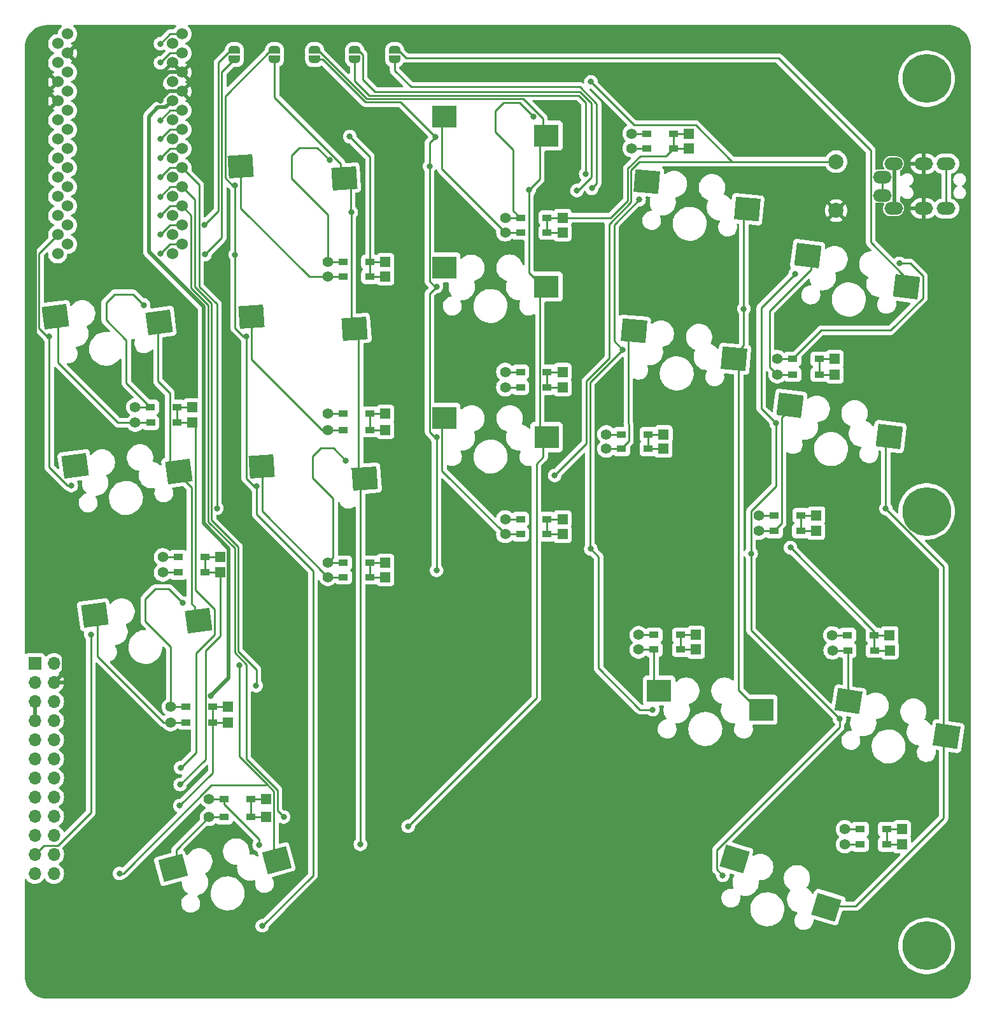
<source format=gbr>
%TF.GenerationSoftware,KiCad,Pcbnew,7.0.7*%
%TF.CreationDate,2024-06-25T00:35:16+09:00*%
%TF.ProjectId,hmproto34,686d7072-6f74-46f3-9334-2e6b69636164,rev?*%
%TF.SameCoordinates,Original*%
%TF.FileFunction,Copper,L1,Top*%
%TF.FilePolarity,Positive*%
%FSLAX46Y46*%
G04 Gerber Fmt 4.6, Leading zero omitted, Abs format (unit mm)*
G04 Created by KiCad (PCBNEW 7.0.7) date 2024-06-25 00:35:16*
%MOMM*%
%LPD*%
G01*
G04 APERTURE LIST*
G04 Aperture macros list*
%AMRotRect*
0 Rectangle, with rotation*
0 The origin of the aperture is its center*
0 $1 length*
0 $2 width*
0 $3 Rotation angle, in degrees counterclockwise*
0 Add horizontal line*
21,1,$1,$2,0,0,$3*%
%AMFreePoly0*
4,1,19,0.500000,-0.750000,0.000000,-0.750000,0.000000,-0.744911,-0.071157,-0.744911,-0.207708,-0.704816,-0.327430,-0.627875,-0.420627,-0.520320,-0.479746,-0.390866,-0.500000,-0.250000,-0.500000,0.250000,-0.479746,0.390866,-0.420627,0.520320,-0.327430,0.627875,-0.207708,0.704816,-0.071157,0.744911,0.000000,0.744911,0.000000,0.750000,0.500000,0.750000,0.500000,-0.750000,0.500000,-0.750000,
$1*%
%AMFreePoly1*
4,1,19,0.000000,0.744911,0.071157,0.744911,0.207708,0.704816,0.327430,0.627875,0.420627,0.520320,0.479746,0.390866,0.500000,0.250000,0.500000,-0.250000,0.479746,-0.390866,0.420627,-0.520320,0.327430,-0.627875,0.207708,-0.704816,0.071157,-0.744911,0.000000,-0.744911,0.000000,-0.750000,-0.500000,-0.750000,-0.500000,0.750000,0.000000,0.750000,0.000000,0.744911,0.000000,0.744911,
$1*%
G04 Aperture macros list end*
%TA.AperFunction,ComponentPad*%
%ADD10C,2.000000*%
%TD*%
%TA.AperFunction,ComponentPad*%
%ADD11R,1.397000X1.397000*%
%TD*%
%TA.AperFunction,SMDPad,CuDef*%
%ADD12R,1.300000X0.950000*%
%TD*%
%TA.AperFunction,ComponentPad*%
%ADD13C,1.397000*%
%TD*%
%TA.AperFunction,SMDPad,CuDef*%
%ADD14FreePoly0,270.000000*%
%TD*%
%TA.AperFunction,SMDPad,CuDef*%
%ADD15FreePoly1,270.000000*%
%TD*%
%TA.AperFunction,SMDPad,CuDef*%
%ADD16FreePoly0,90.000000*%
%TD*%
%TA.AperFunction,SMDPad,CuDef*%
%ADD17FreePoly1,90.000000*%
%TD*%
%TA.AperFunction,ComponentPad*%
%ADD18C,6.500000*%
%TD*%
%TA.AperFunction,ComponentPad*%
%ADD19O,2.500000X1.700000*%
%TD*%
%TA.AperFunction,ComponentPad*%
%ADD20R,1.700000X1.700000*%
%TD*%
%TA.AperFunction,ComponentPad*%
%ADD21O,1.700000X1.700000*%
%TD*%
%TA.AperFunction,ComponentPad*%
%ADD22C,1.524000*%
%TD*%
%TA.AperFunction,SMDPad,CuDef*%
%ADD23R,3.300000X3.000000*%
%TD*%
%TA.AperFunction,SMDPad,CuDef*%
%ADD24RotRect,3.300000X3.000000X353.000000*%
%TD*%
%TA.AperFunction,SMDPad,CuDef*%
%ADD25RotRect,3.300000X3.000000X4.000000*%
%TD*%
%TA.AperFunction,SMDPad,CuDef*%
%ADD26RotRect,3.300000X3.000000X7.500000*%
%TD*%
%TA.AperFunction,SMDPad,CuDef*%
%ADD27RotRect,3.300000X3.000000X355.000000*%
%TD*%
%TA.AperFunction,SMDPad,CuDef*%
%ADD28RotRect,3.300000X3.000000X343.000000*%
%TD*%
%TA.AperFunction,SMDPad,CuDef*%
%ADD29RotRect,3.300000X3.000000X15.000000*%
%TD*%
%TA.AperFunction,SMDPad,CuDef*%
%ADD30RotRect,3.300000X3.000000X351.000000*%
%TD*%
%TA.AperFunction,ViaPad*%
%ADD31C,0.800000*%
%TD*%
%TA.AperFunction,Conductor*%
%ADD32C,0.500000*%
%TD*%
%TA.AperFunction,Conductor*%
%ADD33C,0.250000*%
%TD*%
G04 APERTURE END LIST*
D10*
%TO.P,SW20,1,1*%
%TO.N,reset*%
X119910000Y-30165000D03*
%TO.P,SW20,2,2*%
%TO.N,GND*%
X119910000Y-36665000D03*
%TD*%
D11*
%TO.P,D20,1,K*%
%TO.N,row2*%
X127045000Y-95110000D03*
D12*
X125010000Y-95110000D03*
%TO.P,D20,2,A*%
%TO.N,Net-(D20-A)*%
X121460000Y-95110000D03*
D13*
X119425000Y-95110000D03*
%TD*%
D11*
%TO.P,D2,1,K*%
%TO.N,row0*%
X59940000Y-43510000D03*
D12*
X57905000Y-43510000D03*
%TO.P,D2,2,A*%
%TO.N,Net-(D2-A)*%
X54355000Y-43510000D03*
D13*
X52320000Y-43510000D03*
%TD*%
D14*
%TO.P,JP2,1,A*%
%TO.N,col1*%
X45215000Y-15290000D03*
D15*
%TO.P,JP2,2,B*%
%TO.N,col8*%
X45215000Y-16590000D03*
%TD*%
D11*
%TO.P,D31,1,K*%
%TO.N,row0*%
X34315000Y-64860000D03*
D12*
X32280000Y-64860000D03*
%TO.P,D31,2,A*%
%TO.N,Net-(D31-A)*%
X28730000Y-64860000D03*
D13*
X26695000Y-64860000D03*
%TD*%
D11*
%TO.P,D15,1,K*%
%TO.N,row2*%
X127010000Y-93080000D03*
D12*
X124975000Y-93080000D03*
%TO.P,D15,2,A*%
%TO.N,Net-(D15-A)*%
X121425000Y-93080000D03*
D13*
X119390000Y-93080000D03*
%TD*%
D16*
%TO.P,JP3,1,A*%
%TO.N,col2*%
X50540000Y-16590000D03*
D17*
%TO.P,JP3,2,B*%
%TO.N,col7*%
X50540000Y-15290000D03*
%TD*%
D11*
%TO.P,D28,1,K*%
%TO.N,row0*%
X59940000Y-45430000D03*
D12*
X57905000Y-45430000D03*
%TO.P,D28,2,A*%
%TO.N,Net-(D28-A)*%
X54355000Y-45430000D03*
D13*
X52320000Y-45430000D03*
%TD*%
D11*
%TO.P,D14,1,K*%
%TO.N,row2*%
X101260000Y-93050000D03*
D12*
X99225000Y-93050000D03*
%TO.P,D14,2,A*%
%TO.N,Net-(D14-A)*%
X95675000Y-93050000D03*
D13*
X93640000Y-93050000D03*
%TD*%
D11*
%TO.P,D29,1,K*%
%TO.N,row1*%
X59940000Y-65800000D03*
D12*
X57905000Y-65800000D03*
%TO.P,D29,2,A*%
%TO.N,Net-(D29-A)*%
X54355000Y-65800000D03*
D13*
X52320000Y-65800000D03*
%TD*%
D18*
%TO.P,Ref\u002A\u002A,*%
%TO.N,*%
X131940000Y-134370000D03*
%TD*%
D11*
%TO.P,D9,1,K*%
%TO.N,row1*%
X96960000Y-66390000D03*
D12*
X94925000Y-66390000D03*
%TO.P,D9,2,A*%
%TO.N,Net-(D9-A)*%
X91375000Y-66390000D03*
D13*
X89340000Y-66390000D03*
%TD*%
D16*
%TO.P,JP5,1,A*%
%TO.N,col4*%
X61190000Y-16590000D03*
D17*
%TO.P,JP5,2,B*%
%TO.N,col5*%
X61190000Y-15290000D03*
%TD*%
D18*
%TO.P,Ref\u002A\u002A,*%
%TO.N,*%
X131940000Y-19140000D03*
%TD*%
D14*
%TO.P,JP1,1,A*%
%TO.N,col0*%
X39890000Y-15290000D03*
D15*
%TO.P,JP1,2,B*%
%TO.N,col9*%
X39890000Y-16590000D03*
%TD*%
D11*
%TO.P,D17,1,K*%
%TO.N,row3*%
X128675000Y-118850000D03*
D12*
X126640000Y-118850000D03*
%TO.P,D17,2,A*%
%TO.N,Net-(D17-A)*%
X123090000Y-118850000D03*
D13*
X121055000Y-118850000D03*
%TD*%
D11*
%TO.P,D27,1,K*%
%TO.N,row2*%
X83510000Y-79650000D03*
D12*
X81475000Y-79650000D03*
%TO.P,D27,2,A*%
%TO.N,Net-(D27-A)*%
X77925000Y-79650000D03*
D13*
X75890000Y-79650000D03*
%TD*%
D11*
%TO.P,D19,1,K*%
%TO.N,row1*%
X117240000Y-79230000D03*
D12*
X115205000Y-79230000D03*
%TO.P,D19,2,A*%
%TO.N,Net-(D19-A)*%
X111655000Y-79230000D03*
D13*
X109620000Y-79230000D03*
%TD*%
D11*
%TO.P,D23,1,K*%
%TO.N,row1*%
X96950000Y-68300000D03*
D12*
X94915000Y-68300000D03*
%TO.P,D23,2,A*%
%TO.N,Net-(D23-A)*%
X91365000Y-68300000D03*
D13*
X89330000Y-68300000D03*
%TD*%
D11*
%TO.P,D5,1,K*%
%TO.N,row0*%
X119705000Y-56370000D03*
D12*
X117670000Y-56370000D03*
%TO.P,D5,2,A*%
%TO.N,Net-(D5-A)*%
X114120000Y-56370000D03*
D13*
X112085000Y-56370000D03*
%TD*%
D11*
%TO.P,D25,1,K*%
%TO.N,row0*%
X83510000Y-39570000D03*
D12*
X81475000Y-39570000D03*
%TO.P,D25,2,A*%
%TO.N,Net-(D25-A)*%
X77925000Y-39570000D03*
D13*
X75890000Y-39570000D03*
%TD*%
D11*
%TO.P,D34,1,K*%
%TO.N,row3*%
X44120000Y-117240000D03*
D12*
X42085000Y-117240000D03*
%TO.P,D34,2,A*%
%TO.N,Net-(D34-A)*%
X38535000Y-117240000D03*
D13*
X36500000Y-117240000D03*
%TD*%
D11*
%TO.P,D16,1,K*%
%TO.N,row3*%
X44110000Y-114830000D03*
D12*
X42075000Y-114830000D03*
%TO.P,D16,2,A*%
%TO.N,Net-(D16-A)*%
X38525000Y-114830000D03*
D13*
X36490000Y-114830000D03*
%TD*%
D11*
%TO.P,D6,1,K*%
%TO.N,row1*%
X37980000Y-82700000D03*
D12*
X35945000Y-82700000D03*
%TO.P,D6,2,A*%
%TO.N,Net-(D6-A)*%
X32395000Y-82700000D03*
D13*
X30360000Y-82700000D03*
%TD*%
D19*
%TO.P,J1,A*%
%TO.N,unconnected-(J1-PadA)*%
X126040000Y-32190000D03*
X126040000Y-34640000D03*
%TO.P,J1,B*%
%TO.N,data*%
X134540000Y-30440000D03*
X134540000Y-36390000D03*
%TO.P,J1,C*%
%TO.N,GND*%
X131540000Y-30440000D03*
X131540000Y-36390000D03*
%TO.P,J1,D*%
%TO.N,VCC*%
X127540000Y-30440000D03*
X127540000Y-36390000D03*
%TD*%
D11*
%TO.P,D26,1,K*%
%TO.N,row1*%
X83510000Y-60160000D03*
D12*
X81475000Y-60160000D03*
%TO.P,D26,2,A*%
%TO.N,Net-(D26-A)*%
X77925000Y-60160000D03*
D13*
X75890000Y-60160000D03*
%TD*%
D11*
%TO.P,D30,1,K*%
%TO.N,row2*%
X59940000Y-85360000D03*
D12*
X57905000Y-85360000D03*
%TO.P,D30,2,A*%
%TO.N,Net-(D30-A)*%
X54355000Y-85360000D03*
D13*
X52320000Y-85360000D03*
%TD*%
D20*
%TO.P,J2,1,Pin_1*%
%TO.N,unconnected-(J2-Pin_1-Pad1)*%
X13340000Y-96810000D03*
D21*
%TO.P,J2,2,Pin_2*%
%TO.N,data*%
X13340000Y-99350000D03*
%TO.P,J2,3,Pin_3*%
%TO.N,GND*%
X13340000Y-101890000D03*
%TO.P,J2,4,Pin_4*%
X13340000Y-104430000D03*
%TO.P,J2,5,Pin_5*%
%TO.N,unconnected-(J2-Pin_5-Pad5)*%
X13340000Y-106970000D03*
%TO.P,J2,6,Pin_6*%
%TO.N,unconnected-(J2-Pin_6-Pad6)*%
X13340000Y-109510000D03*
%TO.P,J2,7,Pin_7*%
%TO.N,row0*%
X13340000Y-112050000D03*
%TO.P,J2,8,Pin_8*%
%TO.N,row1*%
X13340000Y-114590000D03*
%TO.P,J2,9,Pin_9*%
%TO.N,row2*%
X13340000Y-117130000D03*
%TO.P,J2,10,Pin_10*%
%TO.N,row3*%
X13340000Y-119670000D03*
%TO.P,J2,11,Pin_11*%
%TO.N,col0*%
X13340000Y-122210000D03*
%TO.P,J2,12,Pin_12*%
%TO.N,col1*%
X13340000Y-124750000D03*
%TO.P,J2,13,Pin_13*%
%TO.N,col9*%
X15880000Y-124750000D03*
%TO.P,J2,14,Pin_14*%
%TO.N,col8*%
X15880000Y-122210000D03*
%TO.P,J2,15,Pin_15*%
%TO.N,col7*%
X15880000Y-119670000D03*
%TO.P,J2,16,Pin_16*%
%TO.N,col6*%
X15880000Y-117130000D03*
%TO.P,J2,17,Pin_17*%
%TO.N,col5*%
X15880000Y-114590000D03*
%TO.P,J2,18,Pin_18*%
%TO.N,col4*%
X15880000Y-112050000D03*
%TO.P,J2,19,Pin_19*%
%TO.N,col3*%
X15880000Y-109510000D03*
%TO.P,J2,20,Pin_20*%
%TO.N,col2*%
X15880000Y-106970000D03*
%TO.P,J2,21,Pin_21*%
%TO.N,VCC*%
X15880000Y-104430000D03*
%TO.P,J2,22,Pin_22*%
%TO.N,reset*%
X15880000Y-101890000D03*
%TO.P,J2,23,Pin_23*%
%TO.N,GND*%
X15880000Y-99350000D03*
%TO.P,J2,24,Pin_24*%
%TO.N,unconnected-(J2-Pin_24-Pad24)*%
X15880000Y-96810000D03*
%TD*%
D22*
%TO.P,U1,1,TX*%
%TO.N,unconnected-(U1-TX-Pad1)*%
X16370000Y-14480000D03*
X32916400Y-13210000D03*
%TO.P,U1,2,RX*%
%TO.N,data*%
X16370000Y-17020000D03*
X32916400Y-15750000D03*
%TO.P,U1,3,GND*%
%TO.N,GND*%
X16370000Y-19560000D03*
X32916400Y-18290000D03*
%TO.P,U1,4,GND*%
X16370000Y-22100000D03*
X32916400Y-20830000D03*
%TO.P,U1,5,SDA*%
%TO.N,unconnected-(U1-SDA-Pad5)*%
X16370000Y-24640000D03*
X32916400Y-23370000D03*
%TO.P,U1,6,SCL*%
%TO.N,unconnected-(U1-SCL-Pad6)*%
X16370000Y-27180000D03*
X32916400Y-25910000D03*
%TO.P,U1,7,D4*%
%TO.N,row0*%
X16370000Y-29720000D03*
X32916400Y-28450000D03*
%TO.P,U1,8,C6*%
%TO.N,row1*%
X16370000Y-32260000D03*
X32916400Y-30990000D03*
%TO.P,U1,9,D7*%
%TO.N,row2*%
X16370000Y-34800000D03*
X32916400Y-33530000D03*
%TO.P,U1,10,E6*%
%TO.N,row3*%
X16370000Y-37340000D03*
X32916400Y-36070000D03*
%TO.P,U1,11,B4*%
%TO.N,col0*%
X16370000Y-39880000D03*
X32916400Y-38610000D03*
%TO.P,U1,12,B5*%
%TO.N,col1*%
X16370000Y-42420000D03*
X32916400Y-41150000D03*
%TO.P,U1,13,B6*%
%TO.N,col9*%
X17696400Y-41150000D03*
X31610000Y-42420000D03*
%TO.P,U1,14,B2*%
%TO.N,col8*%
X17696400Y-38610000D03*
X31610000Y-39880000D03*
%TO.P,U1,15,B3*%
%TO.N,col7*%
X17696400Y-36070000D03*
X31610000Y-37340000D03*
%TO.P,U1,16,B1*%
%TO.N,col6*%
X17696400Y-33530000D03*
X31610000Y-34800000D03*
%TO.P,U1,17,F7*%
%TO.N,col5*%
X17696400Y-30990000D03*
X31610000Y-32260000D03*
%TO.P,U1,18,F6*%
%TO.N,col4*%
X17696400Y-28450000D03*
X31610000Y-29720000D03*
%TO.P,U1,19,F5*%
%TO.N,col3*%
X17696400Y-25910000D03*
X31610000Y-27180000D03*
%TO.P,U1,20,F4*%
%TO.N,col2*%
X17696400Y-23370000D03*
X31610000Y-24640000D03*
%TO.P,U1,21,VCC*%
%TO.N,VCC*%
X17696400Y-20830000D03*
X31610000Y-22100000D03*
%TO.P,U1,22,RST*%
%TO.N,reset*%
X17696400Y-18290000D03*
X31610000Y-19560000D03*
%TO.P,U1,23,GND*%
%TO.N,GND*%
X17696400Y-15750000D03*
X31610000Y-17020000D03*
%TO.P,U1,24,RAW*%
%TO.N,unconnected-(U1-RAW-Pad24)*%
X17696400Y-13210000D03*
X31610000Y-14480000D03*
%TD*%
D11*
%TO.P,D33,1,K*%
%TO.N,row2*%
X39025000Y-104660000D03*
D12*
X36990000Y-104660000D03*
%TO.P,D33,2,A*%
%TO.N,Net-(D33-A)*%
X33440000Y-104660000D03*
D13*
X31405000Y-104660000D03*
%TD*%
D11*
%TO.P,D21,1,K*%
%TO.N,row3*%
X128680000Y-120870000D03*
D12*
X126645000Y-120870000D03*
%TO.P,D21,2,A*%
%TO.N,Net-(D21-A)*%
X123095000Y-120870000D03*
D13*
X121060000Y-120870000D03*
%TD*%
D11*
%TO.P,D4,1,K*%
%TO.N,row0*%
X100310000Y-26430000D03*
D12*
X98275000Y-26430000D03*
%TO.P,D4,2,A*%
%TO.N,Net-(D4-A)*%
X94725000Y-26430000D03*
D13*
X92690000Y-26430000D03*
%TD*%
D11*
%TO.P,D12,1,K*%
%TO.N,row2*%
X59940000Y-83460000D03*
D12*
X57905000Y-83460000D03*
%TO.P,D12,2,A*%
%TO.N,Net-(D12-A)*%
X54355000Y-83460000D03*
D13*
X52320000Y-83460000D03*
%TD*%
D18*
%TO.P,Ref\u002A\u002A,*%
%TO.N,*%
X131940000Y-76640000D03*
%TD*%
D11*
%TO.P,D7,1,K*%
%TO.N,row1*%
X59940000Y-63660000D03*
D12*
X57905000Y-63660000D03*
%TO.P,D7,2,A*%
%TO.N,Net-(D7-A)*%
X54355000Y-63660000D03*
D13*
X52320000Y-63660000D03*
%TD*%
D11*
%TO.P,D22,1,K*%
%TO.N,row0*%
X100300000Y-28390000D03*
D12*
X98265000Y-28390000D03*
%TO.P,D22,2,A*%
%TO.N,Net-(D22-A)*%
X94715000Y-28390000D03*
D13*
X92680000Y-28390000D03*
%TD*%
D11*
%TO.P,D10,1,K*%
%TO.N,row1*%
X117260000Y-77160000D03*
D12*
X115225000Y-77160000D03*
%TO.P,D10,2,A*%
%TO.N,Net-(D10-A)*%
X111675000Y-77160000D03*
D13*
X109640000Y-77160000D03*
%TD*%
D11*
%TO.P,D1,1,K*%
%TO.N,row0*%
X34305000Y-62780000D03*
D12*
X32270000Y-62780000D03*
%TO.P,D1,2,A*%
%TO.N,Net-(D1-A)*%
X28720000Y-62780000D03*
D13*
X26685000Y-62780000D03*
%TD*%
D11*
%TO.P,D13,1,K*%
%TO.N,row2*%
X83510000Y-77670000D03*
D12*
X81475000Y-77670000D03*
%TO.P,D13,2,A*%
%TO.N,Net-(D13-A)*%
X77925000Y-77670000D03*
D13*
X75890000Y-77670000D03*
%TD*%
D11*
%TO.P,D11,1,K*%
%TO.N,row2*%
X39040000Y-102600000D03*
D12*
X37005000Y-102600000D03*
%TO.P,D11,2,A*%
%TO.N,Net-(D11-A)*%
X33455000Y-102600000D03*
D13*
X31420000Y-102600000D03*
%TD*%
D11*
%TO.P,D3,1,K*%
%TO.N,row0*%
X83510000Y-37630000D03*
D12*
X81475000Y-37630000D03*
%TO.P,D3,2,A*%
%TO.N,Net-(D3-A)*%
X77925000Y-37630000D03*
D13*
X75890000Y-37630000D03*
%TD*%
D11*
%TO.P,D32,1,K*%
%TO.N,row1*%
X37980000Y-84750000D03*
D12*
X35945000Y-84750000D03*
%TO.P,D32,2,A*%
%TO.N,Net-(D32-A)*%
X32395000Y-84750000D03*
D13*
X30360000Y-84750000D03*
%TD*%
D11*
%TO.P,D24,1,K*%
%TO.N,row2*%
X101260000Y-95000000D03*
D12*
X99225000Y-95000000D03*
%TO.P,D24,2,A*%
%TO.N,Net-(D24-A)*%
X95675000Y-95000000D03*
D13*
X93640000Y-95000000D03*
%TD*%
D11*
%TO.P,D18,1,K*%
%TO.N,row0*%
X119710000Y-58440000D03*
D12*
X117675000Y-58440000D03*
%TO.P,D18,2,A*%
%TO.N,Net-(D18-A)*%
X114125000Y-58440000D03*
D13*
X112090000Y-58440000D03*
%TD*%
D11*
%TO.P,D8,1,K*%
%TO.N,row1*%
X83510000Y-58100000D03*
D12*
X81475000Y-58100000D03*
%TO.P,D8,2,A*%
%TO.N,Net-(D8-A)*%
X77925000Y-58100000D03*
D13*
X75890000Y-58100000D03*
%TD*%
D16*
%TO.P,JP4,1,A*%
%TO.N,col3*%
X55865000Y-16590000D03*
D17*
%TO.P,JP4,2,B*%
%TO.N,col6*%
X55865000Y-15290000D03*
%TD*%
D23*
%TO.P,SW26,1,1*%
%TO.N,col7*%
X81380000Y-26700000D03*
%TO.P,SW26,2,2*%
%TO.N,Net-(D25-A)*%
X67780000Y-24160000D03*
%TD*%
%TO.P,SW25,1,1*%
%TO.N,col6*%
X109960000Y-102970000D03*
%TO.P,SW25,2,2*%
%TO.N,Net-(D24-A)*%
X96360000Y-100430000D03*
%TD*%
D24*
%TO.P,SW19,1,1*%
%TO.N,col5*%
X126951026Y-66706253D03*
%TO.P,SW19,2,2*%
%TO.N,Net-(D19-A)*%
X113761946Y-62527763D03*
%TD*%
D25*
%TO.P,SW29,1,1*%
%TO.N,col8*%
X54469506Y-32352236D03*
%TO.P,SW29,2,2*%
%TO.N,Net-(D28-A)*%
X40725453Y-30767111D03*
%TD*%
D26*
%TO.P,SW32,1,1*%
%TO.N,col9*%
X29869506Y-51499652D03*
%TO.P,SW32,2,2*%
%TO.N,Net-(D31-A)*%
X16054320Y-50756539D03*
%TD*%
%TO.P,SW34,1,1*%
%TO.N,col9*%
X35099506Y-91109652D03*
%TO.P,SW34,2,2*%
%TO.N,Net-(D33-A)*%
X21284320Y-90366539D03*
%TD*%
D25*
%TO.P,SW30,1,1*%
%TO.N,col8*%
X55871881Y-52356599D03*
%TO.P,SW30,2,2*%
%TO.N,Net-(D29-A)*%
X42127828Y-50771474D03*
%TD*%
D26*
%TO.P,SW33,1,1*%
%TO.N,col9*%
X32502966Y-71312725D03*
%TO.P,SW33,2,2*%
%TO.N,Net-(D32-A)*%
X18687780Y-70569612D03*
%TD*%
D27*
%TO.P,SW24,1,1*%
%TO.N,col6*%
X106345844Y-56366377D03*
%TO.P,SW24,2,2*%
%TO.N,Net-(D23-A)*%
X93018971Y-52650724D03*
%TD*%
D28*
%TO.P,SW22,1,1*%
%TO.N,col5*%
X118638789Y-129210903D03*
%TO.P,SW22,2,2*%
%TO.N,Net-(D21-A)*%
X106375669Y-122805634D03*
%TD*%
D23*
%TO.P,SW28,1,1*%
%TO.N,col7*%
X81410000Y-66768000D03*
%TO.P,SW28,2,2*%
%TO.N,Net-(D27-A)*%
X67810000Y-64228000D03*
%TD*%
D24*
%TO.P,SW18,1,1*%
%TO.N,col5*%
X129308892Y-46807157D03*
%TO.P,SW18,2,2*%
%TO.N,Net-(D18-A)*%
X116119812Y-42628667D03*
%TD*%
D29*
%TO.P,SW35,1,1*%
%TO.N,col9*%
X45496647Y-122959212D03*
%TO.P,SW35,2,2*%
%TO.N,Net-(D34-A)*%
X31702654Y-124025700D03*
%TD*%
D30*
%TO.P,SW21,1,1*%
%TO.N,col5*%
X134644422Y-106482514D03*
%TO.P,SW21,2,2*%
%TO.N,Net-(D20-A)*%
X121609204Y-101846276D03*
%TD*%
D23*
%TO.P,SW27,1,1*%
%TO.N,col7*%
X81390000Y-46770000D03*
%TO.P,SW27,2,2*%
%TO.N,Net-(D26-A)*%
X67790000Y-44230000D03*
%TD*%
D27*
%TO.P,SW23,1,1*%
%TO.N,col6*%
X108076513Y-36489128D03*
%TO.P,SW23,2,2*%
%TO.N,Net-(D22-A)*%
X94749640Y-32773475D03*
%TD*%
D25*
%TO.P,SW31,1,1*%
%TO.N,col8*%
X57251881Y-72276599D03*
%TO.P,SW31,2,2*%
%TO.N,Net-(D30-A)*%
X43507828Y-70691474D03*
%TD*%
D31*
%TO.N,row0*%
X55230000Y-26840000D03*
X30010000Y-29720000D03*
X32710000Y-110690000D03*
%TO.N,Net-(D1-A)*%
X27817074Y-49205379D03*
%TO.N,Net-(D2-A)*%
X52523094Y-29930436D03*
%TO.N,Net-(D3-A)*%
X79624132Y-24175576D03*
%TO.N,row1*%
X30020000Y-32260000D03*
X37554500Y-76210000D03*
X32670000Y-112930000D03*
%TO.N,row2*%
X42767701Y-99777701D03*
X32620000Y-115740000D03*
X30010000Y-34810000D03*
X113840000Y-81450000D03*
%TO.N,Net-(D11-A)*%
X33037074Y-88815379D03*
%TO.N,Net-(D12-A)*%
X54688477Y-69860436D03*
%TO.N,row3*%
X30030000Y-37340000D03*
X46440000Y-117240000D03*
%TO.N,Net-(D16-A)*%
X43164756Y-120964767D03*
%TO.N,Net-(D5-A)*%
X128315782Y-43668229D03*
%TO.N,VCC*%
X36739500Y-101150000D03*
%TO.N,data*%
X30050000Y-17020000D03*
%TO.N,GND*%
X30010000Y-22100000D03*
X30010000Y-19560000D03*
%TO.N,col0*%
X30010000Y-39880000D03*
X18187260Y-73191332D03*
X15260000Y-53380000D03*
X20777260Y-92991332D03*
X35924500Y-38540000D03*
%TO.N,col1*%
X42832875Y-73280156D03*
X39990000Y-33290000D03*
X39990000Y-42530000D03*
X43580000Y-131690000D03*
X41442875Y-53370156D03*
X30020000Y-42420000D03*
%TO.N,col2*%
X66774632Y-66765576D03*
X66610000Y-26880000D03*
X66760500Y-46755576D03*
X65815000Y-30791776D03*
X66774632Y-84450000D03*
%TO.N,col3*%
X91539162Y-55125303D03*
X93710000Y-35220000D03*
X95514132Y-102965576D03*
X87280000Y-81620000D03*
X86610000Y-31800000D03*
%TO.N,col4*%
X104834318Y-124981708D03*
X87409101Y-33690899D03*
X111925500Y-64931722D03*
X120373915Y-104212299D03*
X108596500Y-82230000D03*
X114452498Y-45081722D03*
%TO.N,reset*%
X82470000Y-71860000D03*
X87290000Y-19560000D03*
%TO.N,Net-(D21-A)*%
X106806006Y-122937201D03*
%TO.N,Net-(D22-A)*%
X95197928Y-32812695D03*
%TO.N,unconnected-(U1-SCL-Pad6)*%
X30020000Y-27180000D03*
%TO.N,unconnected-(U1-SDA-Pad5)*%
X30020000Y-24650000D03*
%TO.N,unconnected-(U1-TX-Pad1)*%
X30050000Y-14490000D03*
%TO.N,Net-(D26-A)*%
X68240000Y-44230000D03*
%TO.N,Net-(D32-A)*%
X19133930Y-70510875D03*
%TO.N,col9*%
X35960000Y-42500000D03*
X34653356Y-91168389D03*
X40527483Y-97042517D03*
X29423356Y-51558389D03*
X24590000Y-124750000D03*
%TO.N,col8*%
X56640000Y-120880000D03*
X55420497Y-36890497D03*
%TO.N,col7*%
X62985000Y-118485000D03*
X79080000Y-33920000D03*
%TO.N,col6*%
X85430000Y-33990000D03*
X107628225Y-49720000D03*
X109510000Y-102970000D03*
%TO.N,col5*%
X128862246Y-46752316D03*
X127790000Y-66220000D03*
X126504380Y-76260194D03*
%TD*%
D32*
%TO.N,VCC*%
X30760000Y-22950000D02*
X31610000Y-22100000D01*
X29680000Y-22950000D02*
X30760000Y-22950000D01*
X28480000Y-42120000D02*
X28480000Y-24150000D01*
X35805000Y-49445000D02*
X28480000Y-42120000D01*
X35805000Y-78228001D02*
X35805000Y-49445000D01*
X39128500Y-81551500D02*
X35805000Y-78228001D01*
X39128500Y-98761000D02*
X39128500Y-81551500D01*
X28480000Y-24150000D02*
X29680000Y-22950000D01*
X36739500Y-101150000D02*
X39128500Y-98761000D01*
%TO.N,GND*%
X17180000Y-98050000D02*
X17180000Y-74040000D01*
X15880000Y-99350000D02*
X17180000Y-98050000D01*
D33*
%TO.N,row0*%
X34750000Y-108650000D02*
X32710000Y-110690000D01*
X37256179Y-92993821D02*
X34750000Y-95500000D01*
X100300000Y-28390000D02*
X98265000Y-28390000D01*
X98275000Y-26430000D02*
X100310000Y-26430000D01*
X89913604Y-37630000D02*
X92200185Y-35343419D01*
X32270000Y-64850000D02*
X32280000Y-64860000D01*
X57905000Y-43510000D02*
X59940000Y-43510000D01*
X34315000Y-64860000D02*
X34659639Y-65204639D01*
X81475000Y-37630000D02*
X81475000Y-39570000D01*
X117675000Y-56375000D02*
X117670000Y-56370000D01*
X55230000Y-26840000D02*
X57905000Y-29515000D01*
X97241500Y-29413500D02*
X98265000Y-28390000D01*
X57905000Y-45430000D02*
X59940000Y-45430000D01*
X93862511Y-29413500D02*
X97241500Y-29413500D01*
X57905000Y-29515000D02*
X57905000Y-43510000D01*
X31280000Y-28450000D02*
X32916400Y-28450000D01*
X98275000Y-26430000D02*
X98275000Y-28380000D01*
X32270000Y-62780000D02*
X32270000Y-64850000D01*
X34659639Y-65204639D02*
X34659639Y-87067534D01*
X34659639Y-87067534D02*
X37256179Y-89664074D01*
X32280000Y-64860000D02*
X34315000Y-64860000D01*
X117675000Y-58440000D02*
X117675000Y-56375000D01*
X57905000Y-43510000D02*
X57905000Y-45430000D01*
X34305000Y-62780000D02*
X32270000Y-62780000D01*
X81475000Y-37630000D02*
X83510000Y-37630000D01*
X81475000Y-39570000D02*
X83510000Y-39570000D01*
X30010000Y-29720000D02*
X31280000Y-28450000D01*
X98275000Y-28380000D02*
X98265000Y-28390000D01*
X117670000Y-56370000D02*
X119705000Y-56370000D01*
X34750000Y-95500000D02*
X34750000Y-108650000D01*
X92200185Y-31075826D02*
X93862511Y-29413500D01*
X119710000Y-58440000D02*
X117675000Y-58440000D01*
X92200185Y-35343419D02*
X92200185Y-31075826D01*
X37256179Y-89664074D02*
X37256179Y-92993821D01*
X83510000Y-37630000D02*
X89913604Y-37630000D01*
%TO.N,Net-(D1-A)*%
X22814329Y-48880850D02*
X23912679Y-47782500D01*
X26394195Y-47782500D02*
X27817074Y-49205379D01*
X28720000Y-62780000D02*
X26685000Y-62780000D01*
X25489218Y-59549218D02*
X25489218Y-53889425D01*
X28720000Y-62780000D02*
X25489218Y-59549218D01*
X22814329Y-51214536D02*
X22814329Y-48880850D01*
X23912679Y-47782500D02*
X26394195Y-47782500D01*
X25489218Y-53889425D02*
X22814329Y-51214536D01*
%TO.N,Net-(D2-A)*%
X48494231Y-28315769D02*
X50908427Y-28315769D01*
X52320000Y-43510000D02*
X54355000Y-43510000D01*
X52320000Y-37189255D02*
X47498582Y-32367837D01*
X52320000Y-43510000D02*
X52320000Y-37189255D01*
X47498582Y-29311418D02*
X48494231Y-28315769D01*
X47498582Y-32367837D02*
X47498582Y-29311418D01*
X50908427Y-28315769D02*
X52523094Y-29930436D01*
%TO.N,Net-(D3-A)*%
X77925000Y-37630000D02*
X76963350Y-36668350D01*
X75890000Y-37630000D02*
X77925000Y-37630000D01*
X77789132Y-22340576D02*
X79624132Y-24175576D01*
X76963350Y-36668350D02*
X76963350Y-28615000D01*
X75687482Y-22340576D02*
X77789132Y-22340576D01*
X76963350Y-28615000D02*
X74589132Y-26240782D01*
X74589132Y-26240782D02*
X74589132Y-23438926D01*
X74589132Y-23438926D02*
X75687482Y-22340576D01*
%TO.N,Net-(D4-A)*%
X94725000Y-26430000D02*
X92690000Y-26430000D01*
X94725000Y-26430000D02*
X94725000Y-26475000D01*
%TO.N,row1*%
X81475000Y-58100000D02*
X81475000Y-60160000D01*
X35945000Y-84750000D02*
X37980000Y-84750000D01*
X36015000Y-95165000D02*
X37980000Y-93200000D01*
X37554500Y-49108536D02*
X35200000Y-46754036D01*
X59940000Y-65800000D02*
X57905000Y-65800000D01*
X35200000Y-46754036D02*
X35200000Y-33273600D01*
X37554500Y-76210000D02*
X37554500Y-49108536D01*
X57905000Y-65800000D02*
X57905000Y-63660000D01*
X115205000Y-77180000D02*
X115225000Y-77160000D01*
X36015000Y-109585000D02*
X36015000Y-95165000D01*
X81475000Y-60160000D02*
X83510000Y-60160000D01*
X57905000Y-63660000D02*
X59940000Y-63660000D01*
X94915000Y-66400000D02*
X94925000Y-66390000D01*
X37980000Y-93200000D02*
X37980000Y-84750000D01*
X94925000Y-66390000D02*
X96960000Y-66390000D01*
X32670000Y-112930000D02*
X36015000Y-109585000D01*
X115225000Y-77160000D02*
X117260000Y-77160000D01*
X117240000Y-79230000D02*
X115205000Y-79230000D01*
X30020000Y-32260000D02*
X31290000Y-30990000D01*
X81475000Y-58100000D02*
X83510000Y-58100000D01*
X96950000Y-68300000D02*
X94915000Y-68300000D01*
X94915000Y-68300000D02*
X94915000Y-66400000D01*
X35200000Y-33273600D02*
X32916400Y-30990000D01*
X31290000Y-30990000D02*
X32916400Y-30990000D01*
X35945000Y-82700000D02*
X35945000Y-84750000D01*
X115205000Y-79230000D02*
X115205000Y-77180000D01*
X35945000Y-82700000D02*
X37980000Y-82700000D01*
%TO.N,Net-(D6-A)*%
X30360000Y-82700000D02*
X32395000Y-82700000D01*
%TO.N,Net-(D7-A)*%
X52320000Y-63660000D02*
X54355000Y-63660000D01*
%TO.N,Net-(D8-A)*%
X75890000Y-58100000D02*
X77925000Y-58100000D01*
%TO.N,Net-(D9-A)*%
X89340000Y-66390000D02*
X91375000Y-66390000D01*
%TO.N,row2*%
X31290000Y-33530000D02*
X32916400Y-33530000D01*
X125010000Y-95110000D02*
X127045000Y-95110000D01*
X36830000Y-77803432D02*
X36830000Y-49020432D01*
X42810000Y-97663333D02*
X40360000Y-95213333D01*
X32620000Y-115740000D02*
X36990000Y-111370000D01*
X36990000Y-104660000D02*
X39025000Y-104660000D01*
X42767701Y-99777701D02*
X42810000Y-99735402D01*
X37005000Y-102600000D02*
X37005000Y-104645000D01*
X40360000Y-95213333D02*
X40360000Y-81333432D01*
X57905000Y-85360000D02*
X59940000Y-85360000D01*
X36830000Y-49020432D02*
X34580000Y-46770432D01*
X101260000Y-95000000D02*
X99225000Y-95000000D01*
X124975000Y-95075000D02*
X125010000Y-95110000D01*
X36990000Y-111370000D02*
X36990000Y-104660000D01*
X57905000Y-83460000D02*
X57905000Y-85360000D01*
X34580000Y-46770432D02*
X34580000Y-35193600D01*
X83510000Y-79650000D02*
X81475000Y-79650000D01*
X30010000Y-34810000D02*
X31290000Y-33530000D01*
X42810000Y-99735402D02*
X42810000Y-97663333D01*
X34580000Y-35193600D02*
X32916400Y-33530000D01*
X57905000Y-83460000D02*
X59940000Y-83460000D01*
X37005000Y-104645000D02*
X36990000Y-104660000D01*
X124975000Y-93080000D02*
X124975000Y-95075000D01*
X99225000Y-93050000D02*
X99225000Y-95000000D01*
X124975000Y-93080000D02*
X127010000Y-93080000D01*
X40360000Y-81333432D02*
X36830000Y-77803432D01*
X99225000Y-93050000D02*
X101260000Y-93050000D01*
X37005000Y-102600000D02*
X39040000Y-102600000D01*
X113840000Y-81450000D02*
X124975000Y-92585000D01*
X124975000Y-92585000D02*
X124975000Y-93080000D01*
X81475000Y-77670000D02*
X83510000Y-77670000D01*
X81475000Y-79650000D02*
X81475000Y-77670000D01*
%TO.N,Net-(D11-A)*%
X33455000Y-102600000D02*
X31420000Y-102600000D01*
X29360000Y-86950000D02*
X31171695Y-86950000D01*
X28034329Y-91257016D02*
X28034329Y-88275671D01*
X28034329Y-88275671D02*
X29360000Y-86950000D01*
X31171695Y-86950000D02*
X33037074Y-88815379D01*
X31420000Y-102600000D02*
X31420000Y-94642687D01*
X31420000Y-94642687D02*
X28034329Y-91257016D01*
%TO.N,Net-(D12-A)*%
X52320000Y-83460000D02*
X54355000Y-83460000D01*
X53018500Y-74858500D02*
X50308582Y-72148582D01*
X50308582Y-69344119D02*
X51406932Y-68245769D01*
X50308582Y-72148582D02*
X50308582Y-69344119D01*
X51406932Y-68245769D02*
X53073810Y-68245769D01*
X53018500Y-82761500D02*
X53018500Y-74858500D01*
X53073810Y-68245769D02*
X54688477Y-69860436D01*
X52320000Y-83460000D02*
X53018500Y-82761500D01*
%TO.N,Net-(D13-A)*%
X77925000Y-77670000D02*
X77659132Y-77404132D01*
X75890000Y-77670000D02*
X77925000Y-77670000D01*
%TO.N,Net-(D14-A)*%
X95675000Y-93050000D02*
X93640000Y-93050000D01*
%TO.N,Net-(D15-A)*%
X121425000Y-93080000D02*
X119390000Y-93080000D01*
%TO.N,row3*%
X36380000Y-77989828D02*
X39910000Y-81519828D01*
X42085000Y-117240000D02*
X44120000Y-117240000D01*
X126640000Y-120865000D02*
X126645000Y-120870000D01*
X42075000Y-114830000D02*
X44110000Y-114830000D01*
X126640000Y-118850000D02*
X126640000Y-120865000D01*
X39910000Y-81519828D02*
X39910000Y-95399729D01*
X42075000Y-117230000D02*
X42085000Y-117240000D01*
X41470000Y-109506604D02*
X45593500Y-113630104D01*
X45593500Y-116393500D02*
X46440000Y-117240000D01*
X36380000Y-49206828D02*
X36380000Y-77989828D01*
X41470000Y-96959729D02*
X41470000Y-109506604D01*
X32916400Y-36070000D02*
X34110000Y-37263600D01*
X34110000Y-37263600D02*
X34110000Y-46936828D01*
X42075000Y-114830000D02*
X42075000Y-117230000D01*
X39910000Y-95399729D02*
X41470000Y-96959729D01*
X126640000Y-118850000D02*
X128675000Y-118850000D01*
X30030000Y-37340000D02*
X31300000Y-36070000D01*
X126645000Y-120870000D02*
X128680000Y-120870000D01*
X45593500Y-113630104D02*
X45593500Y-116393500D01*
X31300000Y-36070000D02*
X32916400Y-36070000D01*
X34110000Y-46936828D02*
X36380000Y-49206828D01*
%TO.N,Net-(D16-A)*%
X43164756Y-120194756D02*
X43164756Y-120964767D01*
X36490000Y-114830000D02*
X38525000Y-114830000D01*
X38525000Y-114830000D02*
X38525000Y-115555000D01*
X38525000Y-115555000D02*
X43164756Y-120194756D01*
%TO.N,Net-(D17-A)*%
X123090000Y-118850000D02*
X121055000Y-118850000D01*
%TO.N,Net-(D5-A)*%
X127139227Y-52581243D02*
X131454397Y-48266073D01*
X131454397Y-48266073D02*
X131454397Y-45384801D01*
X117908757Y-52581243D02*
X127139227Y-52581243D01*
X131454397Y-45384801D02*
X129737825Y-43668229D01*
X114120000Y-56370000D02*
X117908757Y-52581243D01*
X129737825Y-43668229D02*
X128315782Y-43668229D01*
X114120000Y-56370000D02*
X112085000Y-56370000D01*
%TO.N,Net-(D10-A)*%
X111675000Y-77160000D02*
X109640000Y-77160000D01*
D32*
%TO.N,VCC*%
X127690000Y-30590000D02*
X127690000Y-36240000D01*
X127690000Y-36240000D02*
X127540000Y-36390000D01*
X127540000Y-30440000D02*
X127690000Y-30590000D01*
D33*
%TO.N,unconnected-(J1-PadA)*%
X126040000Y-32190000D02*
X126040000Y-34640000D01*
%TO.N,data*%
X30050000Y-17020000D02*
X31320000Y-15750000D01*
X134540000Y-30440000D02*
X134540000Y-36390000D01*
X31320000Y-15750000D02*
X32916400Y-15750000D01*
D32*
%TO.N,GND*%
X30010000Y-21985973D02*
X31165973Y-20830000D01*
X31165973Y-20830000D02*
X32916400Y-20830000D01*
X30010000Y-22100000D02*
X30010000Y-21985973D01*
X13340000Y-104430000D02*
X13340000Y-101890000D01*
X30010000Y-19560000D02*
X30010000Y-19445973D01*
X131540000Y-30440000D02*
X131540000Y-36390000D01*
X13322647Y-70182647D02*
X13322647Y-25147353D01*
X17180000Y-74040000D02*
X13322647Y-70182647D01*
X30010000Y-19445973D02*
X31165973Y-18290000D01*
X13322647Y-25147353D02*
X16370000Y-22100000D01*
X31165973Y-18290000D02*
X32916400Y-18290000D01*
D33*
%TO.N,col0*%
X14950000Y-53380000D02*
X15260000Y-53380000D01*
X31280000Y-38610000D02*
X32916400Y-38610000D01*
X17707249Y-73191332D02*
X18187260Y-73191332D01*
X15260000Y-70744083D02*
X17707249Y-73191332D01*
X20777260Y-116641414D02*
X16383674Y-121035000D01*
X15260000Y-53380000D02*
X15260000Y-70744083D01*
X37749838Y-36714662D02*
X37749838Y-17020542D01*
X13897647Y-42352353D02*
X13897647Y-52327647D01*
X35924500Y-38540000D02*
X37749838Y-36714662D01*
X20777260Y-92991332D02*
X20777260Y-116641414D01*
X16383674Y-121035000D02*
X14515000Y-121035000D01*
X39480380Y-15290000D02*
X39890000Y-15290000D01*
X16370000Y-39880000D02*
X13897647Y-42352353D01*
X30010000Y-39880000D02*
X31280000Y-38610000D01*
X13897647Y-52327647D02*
X14950000Y-53380000D01*
X14515000Y-121035000D02*
X13340000Y-122210000D01*
X37749838Y-17020542D02*
X39480380Y-15290000D01*
%TO.N,col1*%
X30020000Y-42420000D02*
X31290000Y-41150000D01*
X42832875Y-76992875D02*
X42832875Y-73280156D01*
X39635931Y-33290000D02*
X39990000Y-33290000D01*
X50350000Y-84510000D02*
X42832875Y-76992875D01*
X41442875Y-53370156D02*
X41432213Y-53380818D01*
X41432213Y-72228270D02*
X42484099Y-73280156D01*
X39990000Y-52286057D02*
X41074099Y-53370156D01*
X43530000Y-131800000D02*
X43530000Y-131740000D01*
X45215000Y-15290000D02*
X44805380Y-15290000D01*
X39990000Y-33290000D02*
X39990000Y-42530000D01*
X39990000Y-42530000D02*
X39990000Y-52286057D01*
X50350000Y-124980000D02*
X50350000Y-84510000D01*
X43530000Y-131740000D02*
X43580000Y-131690000D01*
X44805380Y-15290000D02*
X38649838Y-21445542D01*
X43530000Y-131800000D02*
X50350000Y-124980000D01*
X38649838Y-21445542D02*
X38649838Y-32303907D01*
X41432213Y-53380818D02*
X41432213Y-72228270D01*
X42484099Y-73280156D02*
X42832875Y-73280156D01*
X41074099Y-53370156D02*
X41442875Y-53370156D01*
X31290000Y-41150000D02*
X32916400Y-41150000D01*
X38649838Y-32303907D02*
X39635931Y-33290000D01*
%TO.N,col2*%
X57273224Y-22250000D02*
X61980000Y-22250000D01*
X66515576Y-46755576D02*
X66760500Y-46755576D01*
X65815000Y-30791776D02*
X65815000Y-31370000D01*
X66610000Y-26880000D02*
X65815000Y-27675000D01*
X51613224Y-16590000D02*
X57273224Y-22250000D01*
X50540000Y-16590000D02*
X51613224Y-16590000D01*
X65815000Y-31370000D02*
X65815000Y-46055000D01*
X65815000Y-46055000D02*
X66515576Y-46755576D01*
X66774632Y-84450000D02*
X66774632Y-66765576D01*
X65835000Y-66053000D02*
X66547576Y-66765576D01*
X66760500Y-46755576D02*
X65835000Y-47681076D01*
X65815000Y-27675000D02*
X65815000Y-31370000D01*
X66547576Y-66765576D02*
X66774632Y-66765576D01*
X65835000Y-47681076D02*
X65835000Y-66053000D01*
X61980000Y-22250000D02*
X66610000Y-26880000D01*
%TO.N,col3*%
X86610000Y-31800000D02*
X86610000Y-22287880D01*
X85672120Y-21350000D02*
X57790000Y-21350000D01*
X93710000Y-35220000D02*
X90400000Y-38530000D01*
X90400000Y-38530000D02*
X90400000Y-53986141D01*
X93825576Y-102965576D02*
X95514132Y-102965576D01*
X88306500Y-82646500D02*
X88306500Y-97446500D01*
X87280000Y-81620000D02*
X87160000Y-81500000D01*
X86610000Y-22287880D02*
X85672120Y-21350000D01*
X55865000Y-16590000D02*
X55865000Y-19425000D01*
X55865000Y-19425000D02*
X57790000Y-21350000D01*
X87160000Y-81500000D02*
X87160000Y-59504465D01*
X87280000Y-81620000D02*
X88306500Y-82646500D01*
X87160000Y-59504465D02*
X91539162Y-55125303D01*
X90400000Y-53986141D02*
X91539162Y-55125303D01*
X88306500Y-97446500D02*
X93825576Y-102965576D01*
%TO.N,col4*%
X104034209Y-121631260D02*
X104034209Y-124181599D01*
X109940000Y-62946222D02*
X111925500Y-64931722D01*
X108596500Y-92434884D02*
X120373915Y-104212299D01*
X61190000Y-18060000D02*
X63360000Y-20230000D01*
X114452498Y-45081722D02*
X109940000Y-49594220D01*
X104034209Y-124181599D02*
X104834318Y-124981708D01*
X88050000Y-33050000D02*
X88050000Y-22455088D01*
X111925500Y-73244500D02*
X111925500Y-64931722D01*
X108596500Y-76573500D02*
X111925500Y-73244500D01*
X61190000Y-16590000D02*
X61190000Y-18060000D01*
X108596500Y-82230000D02*
X108596500Y-92434884D01*
X120373915Y-104212299D02*
X120373915Y-105291554D01*
X120373915Y-105291554D02*
X104034209Y-121631260D01*
X61390000Y-16390000D02*
X61190000Y-16590000D01*
X88050000Y-22455088D02*
X85824912Y-20230000D01*
X109940000Y-49594220D02*
X109940000Y-62946222D01*
X108596500Y-82230000D02*
X108596500Y-76573500D01*
X87409101Y-33690899D02*
X88050000Y-33050000D01*
X85824912Y-20230000D02*
X63360000Y-20230000D01*
%TO.N,reset*%
X86710000Y-67620000D02*
X86710000Y-59318069D01*
X89730000Y-56298069D02*
X89730000Y-38450000D01*
X101207000Y-25280000D02*
X106092000Y-30165000D01*
X89730000Y-38450000D02*
X92650185Y-35529815D01*
X87290000Y-19560000D02*
X93010000Y-25280000D01*
X82470000Y-71860000D02*
X86710000Y-67620000D01*
X92650185Y-35529815D02*
X92650185Y-31262222D01*
X86710000Y-59318069D02*
X89730000Y-56298069D01*
X93010000Y-25280000D02*
X101207000Y-25280000D01*
X92650185Y-31262222D02*
X93747407Y-30165000D01*
X119910000Y-30165000D02*
X106510000Y-30165000D01*
X106092000Y-30165000D02*
X106510000Y-30165000D01*
X93747407Y-30165000D02*
X106510000Y-30165000D01*
%TO.N,Net-(D18-A)*%
X111061500Y-49968500D02*
X111061500Y-57411500D01*
X111061500Y-57411500D02*
X112090000Y-58440000D01*
X116566458Y-44463542D02*
X111061500Y-49968500D01*
X116566458Y-42683508D02*
X116566458Y-44463542D01*
X114125000Y-58440000D02*
X112090000Y-58440000D01*
%TO.N,Net-(D19-A)*%
X112650000Y-78235000D02*
X111655000Y-79230000D01*
X112650000Y-64141196D02*
X112650000Y-78235000D01*
X111655000Y-79230000D02*
X109620000Y-79230000D01*
X114208592Y-62582604D02*
X112650000Y-64141196D01*
%TO.N,Net-(D20-A)*%
X122053664Y-101916672D02*
X121460000Y-101323008D01*
X119425000Y-95110000D02*
X121460000Y-95110000D01*
X121460000Y-101323008D02*
X121460000Y-95110000D01*
%TO.N,Net-(D21-A)*%
X123095000Y-120870000D02*
X121060000Y-120870000D01*
%TO.N,Net-(D22-A)*%
X95197928Y-32812695D02*
X94715000Y-32329767D01*
X94715000Y-28390000D02*
X92680000Y-28390000D01*
%TO.N,unconnected-(U1-SCL-Pad6)*%
X31290000Y-25910000D02*
X32916400Y-25910000D01*
X30020000Y-27180000D02*
X31290000Y-25910000D01*
%TO.N,unconnected-(U1-SDA-Pad5)*%
X31300000Y-23370000D02*
X32916400Y-23370000D01*
X30020000Y-24650000D02*
X31300000Y-23370000D01*
%TO.N,unconnected-(U1-TX-Pad1)*%
X30050000Y-14490000D02*
X31330000Y-13210000D01*
X31330000Y-13210000D02*
X32916400Y-13210000D01*
%TO.N,Net-(D23-A)*%
X92350000Y-67315000D02*
X91365000Y-68300000D01*
X92350000Y-65080482D02*
X92350000Y-67315000D01*
X92263662Y-53893541D02*
X92263662Y-64994144D01*
X91365000Y-68300000D02*
X89330000Y-68300000D01*
X93467259Y-52689944D02*
X92263662Y-53893541D01*
X92263662Y-64994144D02*
X92350000Y-65080482D01*
%TO.N,Net-(D24-A)*%
X96810000Y-100430000D02*
X95675000Y-99295000D01*
X95675000Y-95000000D02*
X93640000Y-95000000D01*
X95675000Y-99295000D02*
X95675000Y-95000000D01*
%TO.N,Net-(D25-A)*%
X67469132Y-24920868D02*
X67469132Y-31149132D01*
X67469132Y-31149132D02*
X75890000Y-39570000D01*
X77925000Y-39570000D02*
X75890000Y-39570000D01*
X68230000Y-24160000D02*
X67469132Y-24920868D01*
%TO.N,Net-(D26-A)*%
X77925000Y-60160000D02*
X75890000Y-60160000D01*
X68240000Y-44230000D02*
X67485000Y-44985000D01*
%TO.N,Net-(D27-A)*%
X77925000Y-79650000D02*
X75890000Y-79650000D01*
X68260000Y-64228000D02*
X67499132Y-64988868D01*
X67499132Y-64988868D02*
X67499132Y-71259132D01*
X67499132Y-71259132D02*
X75890000Y-79650000D01*
%TO.N,Net-(D28-A)*%
X40751507Y-31158571D02*
X40751507Y-36359483D01*
X40751507Y-36359483D02*
X49822024Y-45430000D01*
X49822024Y-45430000D02*
X52320000Y-45430000D01*
X41174357Y-30735721D02*
X40751507Y-31158571D01*
X54355000Y-45430000D02*
X52320000Y-45430000D01*
%TO.N,Net-(D29-A)*%
X51563468Y-65800000D02*
X52320000Y-65800000D01*
X54355000Y-65800000D02*
X52320000Y-65800000D01*
X42167375Y-56403907D02*
X42167375Y-51149441D01*
X42167375Y-56403907D02*
X51563468Y-65800000D01*
X42167375Y-51149441D02*
X42576732Y-50740084D01*
X42566732Y-50770084D02*
X42167375Y-51169441D01*
%TO.N,Net-(D30-A)*%
X43956732Y-70660084D02*
X43557375Y-71059441D01*
X43557375Y-71059441D02*
X43557375Y-76597375D01*
X43557375Y-76597375D02*
X52320000Y-85360000D01*
X54355000Y-85360000D02*
X52320000Y-85360000D01*
%TO.N,Net-(D31-A)*%
X26695000Y-64860000D02*
X28730000Y-64860000D01*
X16500470Y-50697802D02*
X16408460Y-50789812D01*
X24410000Y-64860000D02*
X26695000Y-64860000D01*
X16408460Y-56858460D02*
X24410000Y-64860000D01*
X16408460Y-50789812D02*
X16408460Y-56858460D01*
%TO.N,Net-(D32-A)*%
X19133930Y-70510875D02*
X19041920Y-70602885D01*
X32395000Y-84750000D02*
X30360000Y-84750000D01*
%TO.N,Net-(D33-A)*%
X21638460Y-95872617D02*
X30425843Y-104660000D01*
X30425843Y-104660000D02*
X31405000Y-104660000D01*
X21638460Y-90399812D02*
X21638460Y-95872617D01*
X21730470Y-90307802D02*
X21638460Y-90399812D01*
X31405000Y-104660000D02*
X33440000Y-104660000D01*
%TO.N,Net-(D34-A)*%
X36500000Y-117240000D02*
X38535000Y-117240000D01*
X32137321Y-121602679D02*
X36500000Y-117240000D01*
X32137321Y-123909231D02*
X32137321Y-121602679D01*
%TO.N,col9*%
X29423356Y-51558389D02*
X29705000Y-51840033D01*
X38199838Y-18280162D02*
X38199838Y-40260162D01*
X45143500Y-122994161D02*
X45061980Y-123075681D01*
X44193500Y-112866500D02*
X45143500Y-113816500D01*
X25122552Y-124750000D02*
X36840035Y-113032517D01*
X29705000Y-51840033D02*
X29705000Y-59325000D01*
X31310000Y-60930000D02*
X31295000Y-60945000D01*
X29705000Y-59325000D02*
X31310000Y-60930000D01*
X45143500Y-113816500D02*
X45143500Y-122994161D01*
X40527483Y-97042517D02*
X40527483Y-109200483D01*
X36840035Y-113032517D02*
X44027483Y-113032517D01*
X38199838Y-40260162D02*
X35960000Y-42500000D01*
X31295000Y-70609646D02*
X32056816Y-71371462D01*
X34150000Y-73464646D02*
X34150000Y-88865684D01*
X44027483Y-113032517D02*
X44193500Y-112866500D01*
X45061980Y-123075681D02*
X45266035Y-123279736D01*
X34150000Y-88865684D02*
X34653356Y-89369040D01*
X32056816Y-71371462D02*
X34150000Y-73464646D01*
X34653356Y-89369040D02*
X34653356Y-91168389D01*
X31295000Y-60945000D02*
X31295000Y-70609646D01*
X39890000Y-16590000D02*
X38199838Y-18280162D01*
X40527483Y-109200483D02*
X44193500Y-112866500D01*
X24590000Y-124750000D02*
X25122552Y-124750000D01*
%TO.N,col8*%
X45215000Y-16590000D02*
X45215000Y-21597037D01*
X55420497Y-36890497D02*
X55330000Y-36800000D01*
X55330000Y-52335012D02*
X55412977Y-52417989D01*
X55412977Y-70917989D02*
X56802977Y-72307989D01*
X55420497Y-36890497D02*
X55420497Y-52385509D01*
X55330000Y-36800000D02*
X55330000Y-33693024D01*
X55330000Y-33693024D02*
X54020602Y-32383626D01*
X56390000Y-71895012D02*
X56802977Y-72307989D01*
X55420497Y-52385509D02*
X55422977Y-52387989D01*
X54020602Y-30402639D02*
X54020602Y-32383626D01*
X56390000Y-53355012D02*
X56390000Y-71895012D01*
X56640000Y-72470966D02*
X56640000Y-120880000D01*
X45215000Y-21597037D02*
X54020602Y-30402639D01*
X55422977Y-52387989D02*
X56390000Y-53355012D01*
X55420497Y-36890497D02*
X55330000Y-36980994D01*
X56802977Y-72307989D02*
X56640000Y-72470966D01*
%TO.N,col7*%
X80500000Y-47210000D02*
X80500000Y-66308000D01*
X79080000Y-33920000D02*
X79060000Y-33940000D01*
X80960000Y-69372544D02*
X80960000Y-66768000D01*
X80050000Y-70282544D02*
X80960000Y-69372544D01*
X79080000Y-33920000D02*
X80500000Y-32500000D01*
X80930000Y-24456139D02*
X78273861Y-21800000D01*
X80940000Y-46770000D02*
X80500000Y-47210000D01*
X78273861Y-21800000D02*
X57520000Y-21800000D01*
X50540000Y-15290000D02*
X50130380Y-15290000D01*
X62985000Y-118485000D02*
X80050000Y-101420000D01*
X80050000Y-101420000D02*
X80050000Y-70282544D01*
X80500000Y-66308000D02*
X80960000Y-66768000D01*
X50949620Y-15290000D02*
X57459620Y-21800000D01*
X80500000Y-27130000D02*
X80930000Y-26700000D01*
X57459620Y-21800000D02*
X57520000Y-21800000D01*
X79060000Y-44890000D02*
X80940000Y-46770000D01*
X80930000Y-26700000D02*
X80930000Y-24456139D01*
X80500000Y-32500000D02*
X80500000Y-27130000D01*
X50540000Y-15290000D02*
X50949620Y-15290000D01*
X79060000Y-33940000D02*
X79060000Y-44890000D01*
%TO.N,col6*%
X106929132Y-57358733D02*
X106929132Y-100389132D01*
X58580000Y-20900000D02*
X56940000Y-19260000D01*
X85560000Y-33990000D02*
X87335000Y-32215000D01*
X107628225Y-54596488D02*
X105897556Y-56327157D01*
X87335000Y-31499695D02*
X87330000Y-31494695D01*
X56940000Y-15955380D02*
X56274620Y-15290000D01*
X85858516Y-20900000D02*
X58580000Y-20900000D01*
X107628225Y-36449908D02*
X107628225Y-54596488D01*
X85430000Y-33990000D02*
X85560000Y-33990000D01*
X87335000Y-32215000D02*
X87335000Y-31499695D01*
X56274620Y-15290000D02*
X55865000Y-15290000D01*
X105897556Y-56327157D02*
X106929132Y-57358733D01*
X56940000Y-19260000D02*
X56940000Y-15955380D01*
X55280000Y-15290000D02*
X55865000Y-15290000D01*
X106929132Y-100389132D02*
X109510000Y-102970000D01*
X87330000Y-31494695D02*
X87330000Y-22371484D01*
X87330000Y-22371484D02*
X85858516Y-20900000D01*
%TO.N,col5*%
X122517664Y-129079336D02*
X118208452Y-129079336D01*
X124515000Y-40892045D02*
X128862246Y-45239291D01*
X126504380Y-66651412D02*
X126504380Y-76260194D01*
X62699620Y-16390000D02*
X112220000Y-16390000D01*
X124515000Y-28685000D02*
X124515000Y-40892045D01*
X134199962Y-106412118D02*
X134199962Y-117397038D01*
X134199962Y-117397038D02*
X122517664Y-129079336D01*
X134199962Y-83955776D02*
X134199962Y-106412118D01*
X128862246Y-45239291D02*
X128862246Y-46752316D01*
X126504380Y-66651412D02*
X127358588Y-66651412D01*
X112220000Y-16390000D02*
X124515000Y-28685000D01*
X61599620Y-15290000D02*
X62699620Y-16390000D01*
X127358588Y-66651412D02*
X127790000Y-66220000D01*
X126504380Y-76260194D02*
X134199962Y-83955776D01*
X61110000Y-15210000D02*
X61190000Y-15290000D01*
X61190000Y-15290000D02*
X61599620Y-15290000D01*
%TD*%
%TA.AperFunction,Conductor*%
%TO.N,GND*%
G36*
X134833850Y-12001816D02*
G01*
X134947897Y-12008515D01*
X134963667Y-12009442D01*
X134976291Y-12010231D01*
X135147927Y-12020965D01*
X135154106Y-12021666D01*
X135304463Y-12046454D01*
X135467569Y-12075227D01*
X135473210Y-12076497D01*
X135624436Y-12118043D01*
X135755940Y-12156830D01*
X135779419Y-12163755D01*
X135784438Y-12165472D01*
X135932311Y-12223309D01*
X136079850Y-12285516D01*
X136084241Y-12287574D01*
X136226216Y-12361047D01*
X136365286Y-12439060D01*
X136369044Y-12441347D01*
X136423662Y-12477308D01*
X136503161Y-12529653D01*
X136591091Y-12592881D01*
X136632441Y-12622615D01*
X136635566Y-12625017D01*
X136758907Y-12726193D01*
X136761191Y-12728161D01*
X136814653Y-12776548D01*
X136878176Y-12834042D01*
X136880676Y-12836436D01*
X136992811Y-12949997D01*
X136995185Y-12952540D01*
X137099575Y-13070848D01*
X137101514Y-13073157D01*
X137201121Y-13197764D01*
X137203484Y-13200920D01*
X137294798Y-13331354D01*
X137381404Y-13466580D01*
X137383647Y-13470372D01*
X137459901Y-13610427D01*
X137505859Y-13702051D01*
X137522347Y-13734922D01*
X137531560Y-13753288D01*
X137533571Y-13757724D01*
X137593922Y-13906069D01*
X137601728Y-13926793D01*
X137649864Y-14054605D01*
X137651527Y-14059672D01*
X137695291Y-14215267D01*
X137734906Y-14366945D01*
X137736107Y-14372616D01*
X137762830Y-14536146D01*
X137785699Y-14686697D01*
X137786326Y-14692928D01*
X137795639Y-14879891D01*
X137801499Y-15007100D01*
X137801563Y-15010324D01*
X137801279Y-15057864D01*
X137801574Y-15060648D01*
X137807445Y-122906585D01*
X137808284Y-138327035D01*
X137808288Y-138390240D01*
X137808181Y-138393880D01*
X137800557Y-138523668D01*
X137789035Y-138707903D01*
X137788330Y-138714122D01*
X137763554Y-138864412D01*
X137734774Y-139027553D01*
X137733501Y-139033209D01*
X137691967Y-139184398D01*
X137646243Y-139339420D01*
X137644516Y-139344466D01*
X137586699Y-139492289D01*
X137524486Y-139639840D01*
X137522419Y-139644250D01*
X137448957Y-139786205D01*
X137370942Y-139925280D01*
X137368652Y-139929044D01*
X137280353Y-140063152D01*
X137256073Y-140096918D01*
X137187383Y-140192441D01*
X137184981Y-140195566D01*
X137083805Y-140318907D01*
X137081837Y-140321191D01*
X136975968Y-140438164D01*
X136973562Y-140440676D01*
X136860001Y-140552811D01*
X136857458Y-140555185D01*
X136739150Y-140659575D01*
X136736841Y-140661514D01*
X136612234Y-140761121D01*
X136609079Y-140763483D01*
X136478645Y-140854798D01*
X136343418Y-140941404D01*
X136339626Y-140943647D01*
X136199572Y-141019901D01*
X136056709Y-141091560D01*
X136052274Y-141093571D01*
X135903924Y-141153925D01*
X135755392Y-141209864D01*
X135750326Y-141211527D01*
X135594732Y-141255291D01*
X135443053Y-141294906D01*
X135437382Y-141296107D01*
X135273853Y-141322830D01*
X135123301Y-141345699D01*
X135117070Y-141346326D01*
X134930116Y-141355639D01*
X134802898Y-141361499D01*
X134799674Y-141361563D01*
X134766883Y-141361367D01*
X134766704Y-141361430D01*
X134760674Y-141361577D01*
X14961847Y-141377295D01*
X14958203Y-141377189D01*
X14826225Y-141369436D01*
X14644338Y-141358069D01*
X14638115Y-141357364D01*
X14485942Y-141332275D01*
X14324726Y-141303834D01*
X14319070Y-141302561D01*
X14166712Y-141260704D01*
X14086412Y-141237020D01*
X14012873Y-141215329D01*
X14007827Y-141213601D01*
X13859096Y-141155429D01*
X13712467Y-141093604D01*
X13708058Y-141091537D01*
X13565350Y-141017685D01*
X13429367Y-140941404D01*
X13427033Y-140940094D01*
X13423271Y-140937804D01*
X13288537Y-140849093D01*
X13159861Y-140756565D01*
X13156788Y-140754203D01*
X13070512Y-140683431D01*
X13032858Y-140652542D01*
X13030575Y-140650575D01*
X12914174Y-140545223D01*
X12911684Y-140542839D01*
X12799008Y-140428730D01*
X12796661Y-140426216D01*
X12721126Y-140340609D01*
X12692763Y-140308464D01*
X12690835Y-140306169D01*
X12590763Y-140180981D01*
X12588420Y-140177850D01*
X12497544Y-140048041D01*
X12410538Y-139912192D01*
X12408297Y-139908402D01*
X12384476Y-139864651D01*
X12332467Y-139769127D01*
X12260408Y-139625464D01*
X12258397Y-139621029D01*
X12198453Y-139473684D01*
X12142144Y-139324176D01*
X12140482Y-139319111D01*
X12097075Y-139164784D01*
X12057130Y-139011847D01*
X12055932Y-139006186D01*
X12029520Y-138844555D01*
X12028599Y-138838492D01*
X12006360Y-138692098D01*
X12005739Y-138685929D01*
X11996691Y-138504309D01*
X11990573Y-138371510D01*
X11990510Y-138368312D01*
X11990726Y-138332173D01*
X11990496Y-138327050D01*
X11990281Y-134370000D01*
X128184680Y-134370000D01*
X128203946Y-134749918D01*
X128261551Y-135125935D01*
X128356904Y-135494212D01*
X128489016Y-135850925D01*
X128489022Y-135850940D01*
X128656548Y-136192463D01*
X128656553Y-136192472D01*
X128857771Y-136515295D01*
X129090620Y-136816112D01*
X129352708Y-137091828D01*
X129352709Y-137091829D01*
X129641343Y-137339614D01*
X129641346Y-137339616D01*
X129953571Y-137556931D01*
X130286179Y-137741543D01*
X130635758Y-137891559D01*
X130635761Y-137891560D01*
X130635766Y-137891562D01*
X130998709Y-138005436D01*
X130998712Y-138005436D01*
X130998720Y-138005439D01*
X131371340Y-138082015D01*
X131674104Y-138112802D01*
X131749795Y-138120500D01*
X131749796Y-138120500D01*
X132130205Y-138120500D01*
X132193279Y-138114085D01*
X132508660Y-138082015D01*
X132881280Y-138005439D01*
X132881290Y-138005436D01*
X133244233Y-137891562D01*
X133244234Y-137891561D01*
X133244242Y-137891559D01*
X133593821Y-137741543D01*
X133926429Y-137556931D01*
X134238654Y-137339616D01*
X134527291Y-137091829D01*
X134789380Y-136816112D01*
X135022229Y-136515295D01*
X135223451Y-136192464D01*
X135390981Y-135850932D01*
X135523098Y-135494204D01*
X135618448Y-135125940D01*
X135676053Y-134749919D01*
X135695320Y-134370000D01*
X135676053Y-133990081D01*
X135618448Y-133614060D01*
X135523098Y-133245796D01*
X135390981Y-132889068D01*
X135223451Y-132547536D01*
X135223446Y-132547527D01*
X135029112Y-132235748D01*
X135022229Y-132224705D01*
X134849079Y-132001013D01*
X134789384Y-131923893D01*
X134789383Y-131923892D01*
X134789380Y-131923888D01*
X134527291Y-131648171D01*
X134508105Y-131631700D01*
X134238656Y-131400385D01*
X133926429Y-131183069D01*
X133926424Y-131183066D01*
X133593820Y-130998456D01*
X133244233Y-130848437D01*
X132881290Y-130734563D01*
X132881284Y-130734562D01*
X132881281Y-130734561D01*
X132881280Y-130734561D01*
X132508660Y-130657985D01*
X132508659Y-130657984D01*
X132508655Y-130657984D01*
X132130205Y-130619500D01*
X132130204Y-130619500D01*
X131749796Y-130619500D01*
X131749795Y-130619500D01*
X131371344Y-130657984D01*
X130998715Y-130734562D01*
X130998709Y-130734563D01*
X130635766Y-130848437D01*
X130286179Y-130998456D01*
X129953575Y-131183066D01*
X129953570Y-131183069D01*
X129641343Y-131400385D01*
X129352709Y-131648170D01*
X129090615Y-131923893D01*
X128857771Y-132224704D01*
X128656553Y-132547527D01*
X128656548Y-132547536D01*
X128489022Y-132889059D01*
X128489016Y-132889074D01*
X128356904Y-133245787D01*
X128261551Y-133614064D01*
X128203946Y-133990081D01*
X128184680Y-134370000D01*
X11990281Y-134370000D01*
X11989802Y-125569527D01*
X12009483Y-125502487D01*
X12062284Y-125456729D01*
X12131442Y-125446782D01*
X12195000Y-125475804D01*
X12215377Y-125498398D01*
X12259920Y-125562011D01*
X12301505Y-125621401D01*
X12468599Y-125788495D01*
X12515654Y-125821443D01*
X12662165Y-125924032D01*
X12662167Y-125924033D01*
X12662170Y-125924035D01*
X12876337Y-126023903D01*
X13104592Y-126085063D01*
X13292918Y-126101539D01*
X13339999Y-126105659D01*
X13340000Y-126105659D01*
X13340001Y-126105659D01*
X13379234Y-126102226D01*
X13575408Y-126085063D01*
X13803663Y-126023903D01*
X14017830Y-125924035D01*
X14211401Y-125788495D01*
X14378495Y-125621401D01*
X14508426Y-125435840D01*
X14563001Y-125392217D01*
X14632499Y-125385023D01*
X14694854Y-125416546D01*
X14711574Y-125435841D01*
X14743136Y-125480916D01*
X14841505Y-125621401D01*
X15008599Y-125788495D01*
X15055654Y-125821443D01*
X15202165Y-125924032D01*
X15202167Y-125924033D01*
X15202170Y-125924035D01*
X15416337Y-126023903D01*
X15644592Y-126085063D01*
X15832918Y-126101539D01*
X15879999Y-126105659D01*
X15880000Y-126105659D01*
X15880001Y-126105659D01*
X15919234Y-126102226D01*
X16115408Y-126085063D01*
X16343663Y-126023903D01*
X16557830Y-125924035D01*
X16751401Y-125788495D01*
X16918495Y-125621401D01*
X17054035Y-125427830D01*
X17153903Y-125213663D01*
X17215063Y-124985408D01*
X17235659Y-124750000D01*
X17215063Y-124514592D01*
X17162526Y-124318517D01*
X17153905Y-124286344D01*
X17153904Y-124286343D01*
X17153903Y-124286337D01*
X17054035Y-124072171D01*
X17053309Y-124071133D01*
X16918494Y-123878597D01*
X16751402Y-123711506D01*
X16751396Y-123711501D01*
X16565842Y-123581575D01*
X16522217Y-123526998D01*
X16515023Y-123457500D01*
X16546546Y-123395145D01*
X16565842Y-123378425D01*
X16588026Y-123362891D01*
X16751401Y-123248495D01*
X16918495Y-123081401D01*
X17054035Y-122887830D01*
X17153903Y-122673663D01*
X17215063Y-122445408D01*
X17235659Y-122210000D01*
X17234444Y-122196118D01*
X17221395Y-122046969D01*
X17215063Y-121974592D01*
X17163057Y-121780500D01*
X17153905Y-121746344D01*
X17153904Y-121746343D01*
X17153903Y-121746337D01*
X17054035Y-121532171D01*
X17054034Y-121532169D01*
X16997188Y-121450984D01*
X16974861Y-121384778D01*
X16991871Y-121317011D01*
X17011078Y-121292184D01*
X21161048Y-117142215D01*
X21173302Y-117132400D01*
X21173119Y-117132178D01*
X21179126Y-117127206D01*
X21179137Y-117127200D01*
X21217278Y-117086584D01*
X21226487Y-117076778D01*
X21236931Y-117066332D01*
X21247380Y-117055885D01*
X21251639Y-117050392D01*
X21255412Y-117045975D01*
X21287322Y-117011996D01*
X21296975Y-116994434D01*
X21307649Y-116978184D01*
X21319933Y-116962350D01*
X21338440Y-116919581D01*
X21341009Y-116914338D01*
X21343213Y-116910327D01*
X21363457Y-116873506D01*
X21368437Y-116854105D01*
X21374738Y-116835702D01*
X21382698Y-116817310D01*
X21389990Y-116771263D01*
X21391171Y-116765566D01*
X21402760Y-116720433D01*
X21402760Y-116700397D01*
X21404287Y-116680996D01*
X21407420Y-116661218D01*
X21403035Y-116614829D01*
X21402760Y-116608991D01*
X21402760Y-96820869D01*
X21422445Y-96753830D01*
X21475249Y-96708075D01*
X21544407Y-96698131D01*
X21607963Y-96727156D01*
X21614440Y-96733187D01*
X25802371Y-100921119D01*
X29925040Y-105043788D01*
X29934865Y-105056051D01*
X29935086Y-105055869D01*
X29940057Y-105061878D01*
X29953928Y-105074903D01*
X29990478Y-105109226D01*
X30011372Y-105130120D01*
X30016854Y-105134373D01*
X30021286Y-105138157D01*
X30055261Y-105170062D01*
X30072819Y-105179714D01*
X30089078Y-105190395D01*
X30104907Y-105202673D01*
X30147681Y-105221182D01*
X30152899Y-105223738D01*
X30193751Y-105246197D01*
X30213159Y-105251180D01*
X30231560Y-105257480D01*
X30249947Y-105265437D01*
X30293331Y-105272308D01*
X30295962Y-105272725D01*
X30301682Y-105273909D01*
X30339639Y-105283655D01*
X30399677Y-105319393D01*
X30407755Y-105329032D01*
X30515133Y-105471224D01*
X30572638Y-105523646D01*
X30678512Y-105620163D01*
X30679344Y-105620921D01*
X30679346Y-105620923D01*
X30868266Y-105737897D01*
X30868272Y-105737900D01*
X30890967Y-105746692D01*
X31075472Y-105818170D01*
X31293896Y-105859000D01*
X31293899Y-105859000D01*
X31516101Y-105859000D01*
X31516104Y-105859000D01*
X31734528Y-105818170D01*
X31941730Y-105737899D01*
X32130655Y-105620922D01*
X32268292Y-105495448D01*
X32331096Y-105464832D01*
X32400483Y-105473029D01*
X32426142Y-105487820D01*
X32432452Y-105492544D01*
X32432454Y-105492546D01*
X32528543Y-105564478D01*
X32547668Y-105578795D01*
X32547671Y-105578797D01*
X32682517Y-105629091D01*
X32682516Y-105629091D01*
X32689444Y-105629835D01*
X32742127Y-105635500D01*
X34000500Y-105635499D01*
X34067539Y-105655184D01*
X34113294Y-105707987D01*
X34124500Y-105759499D01*
X34124500Y-108339547D01*
X34104815Y-108406586D01*
X34088181Y-108427228D01*
X32762228Y-109753181D01*
X32700905Y-109786666D01*
X32674547Y-109789500D01*
X32615354Y-109789500D01*
X32582897Y-109796398D01*
X32430197Y-109828855D01*
X32430192Y-109828857D01*
X32257270Y-109905848D01*
X32257265Y-109905851D01*
X32104129Y-110017111D01*
X31977466Y-110157785D01*
X31882821Y-110321715D01*
X31882818Y-110321722D01*
X31824327Y-110501740D01*
X31824326Y-110501744D01*
X31819412Y-110548498D01*
X31805757Y-110678425D01*
X31804540Y-110690000D01*
X31824326Y-110878256D01*
X31824327Y-110878259D01*
X31882818Y-111058277D01*
X31882821Y-111058284D01*
X31977467Y-111222216D01*
X32104128Y-111362887D01*
X32104129Y-111362888D01*
X32257265Y-111474148D01*
X32257270Y-111474151D01*
X32430192Y-111551142D01*
X32430197Y-111551144D01*
X32615354Y-111590500D01*
X32615355Y-111590500D01*
X32804645Y-111590500D01*
X32804646Y-111590500D01*
X32804646Y-111590499D01*
X32811103Y-111589821D01*
X32811311Y-111591807D01*
X32871539Y-111596394D01*
X32927279Y-111638522D01*
X32951394Y-111704099D01*
X32936228Y-111772302D01*
X32915352Y-111800056D01*
X32722228Y-111993181D01*
X32660905Y-112026666D01*
X32634547Y-112029500D01*
X32575354Y-112029500D01*
X32542897Y-112036398D01*
X32390197Y-112068855D01*
X32390192Y-112068857D01*
X32217270Y-112145848D01*
X32217265Y-112145851D01*
X32064129Y-112257111D01*
X31937466Y-112397785D01*
X31842821Y-112561715D01*
X31842818Y-112561722D01*
X31784327Y-112741740D01*
X31784326Y-112741744D01*
X31764540Y-112930000D01*
X31784326Y-113118256D01*
X31784327Y-113118259D01*
X31842818Y-113298277D01*
X31842821Y-113298284D01*
X31937467Y-113462216D01*
X32053209Y-113590760D01*
X32064129Y-113602888D01*
X32217265Y-113714148D01*
X32217270Y-113714151D01*
X32390192Y-113791142D01*
X32390197Y-113791144D01*
X32575354Y-113830500D01*
X32575355Y-113830500D01*
X32764644Y-113830500D01*
X32764646Y-113830500D01*
X32949803Y-113791144D01*
X33122730Y-113714151D01*
X33275871Y-113602888D01*
X33402533Y-113462216D01*
X33497179Y-113298284D01*
X33555674Y-113118256D01*
X33573321Y-112950345D01*
X33599905Y-112885732D01*
X33608952Y-112875636D01*
X36152821Y-110331768D01*
X36214142Y-110298285D01*
X36283834Y-110303269D01*
X36339767Y-110345141D01*
X36364184Y-110410605D01*
X36364500Y-110419451D01*
X36364500Y-111059547D01*
X36344815Y-111126586D01*
X36328181Y-111147228D01*
X32672228Y-114803181D01*
X32610905Y-114836666D01*
X32584547Y-114839500D01*
X32525354Y-114839500D01*
X32492897Y-114846398D01*
X32340197Y-114878855D01*
X32340192Y-114878857D01*
X32167270Y-114955848D01*
X32167265Y-114955851D01*
X32014129Y-115067111D01*
X31887466Y-115207785D01*
X31792821Y-115371715D01*
X31792818Y-115371722D01*
X31734327Y-115551740D01*
X31734326Y-115551744D01*
X31714540Y-115740000D01*
X31734326Y-115928256D01*
X31734327Y-115928259D01*
X31792818Y-116108277D01*
X31792821Y-116108284D01*
X31887467Y-116272216D01*
X31983487Y-116378857D01*
X32014129Y-116412888D01*
X32167265Y-116524148D01*
X32167267Y-116524149D01*
X32167270Y-116524151D01*
X32206720Y-116541715D01*
X32207633Y-116542122D01*
X32260869Y-116587373D01*
X32281190Y-116654222D01*
X32262144Y-116721446D01*
X32244877Y-116743082D01*
X25088725Y-123899234D01*
X25027402Y-123932719D01*
X24957710Y-123927735D01*
X24950609Y-123924833D01*
X24869802Y-123888855D01*
X24724001Y-123857865D01*
X24684646Y-123849500D01*
X24495354Y-123849500D01*
X24462897Y-123856398D01*
X24310197Y-123888855D01*
X24310192Y-123888857D01*
X24137270Y-123965848D01*
X24137265Y-123965851D01*
X23984129Y-124077111D01*
X23857466Y-124217785D01*
X23762821Y-124381715D01*
X23762818Y-124381722D01*
X23711173Y-124540671D01*
X23704326Y-124561744D01*
X23684540Y-124750000D01*
X23704326Y-124938256D01*
X23704327Y-124938259D01*
X23762818Y-125118277D01*
X23762821Y-125118284D01*
X23857467Y-125282216D01*
X23950035Y-125385023D01*
X23984129Y-125422888D01*
X24137265Y-125534148D01*
X24137270Y-125534151D01*
X24310192Y-125611142D01*
X24310197Y-125611144D01*
X24495354Y-125650500D01*
X24495355Y-125650500D01*
X24684644Y-125650500D01*
X24684646Y-125650500D01*
X24869803Y-125611144D01*
X25042730Y-125534151D01*
X25195871Y-125422888D01*
X25218591Y-125397653D01*
X25272457Y-125364464D01*
X25272090Y-125363536D01*
X25277335Y-125361459D01*
X25278074Y-125361004D01*
X25279312Y-125360676D01*
X25279341Y-125360664D01*
X25279344Y-125360664D01*
X25322674Y-125343507D01*
X25328198Y-125341617D01*
X25331948Y-125340527D01*
X25372942Y-125328618D01*
X25390181Y-125318422D01*
X25407655Y-125309862D01*
X25426279Y-125302488D01*
X25426279Y-125302487D01*
X25426284Y-125302486D01*
X25464001Y-125275082D01*
X25468857Y-125271892D01*
X25508972Y-125248170D01*
X25523141Y-125233999D01*
X25537931Y-125221368D01*
X25554139Y-125209594D01*
X25583851Y-125173676D01*
X25587764Y-125169376D01*
X35291039Y-115466102D01*
X35352360Y-115432619D01*
X35422052Y-115437603D01*
X35477672Y-115479058D01*
X35600133Y-115641224D01*
X35764344Y-115790921D01*
X35764346Y-115790923D01*
X35953266Y-115907897D01*
X35953278Y-115907903D01*
X35987885Y-115921309D01*
X36043287Y-115963881D01*
X36066879Y-116029647D01*
X36051169Y-116097728D01*
X36001146Y-116146507D01*
X35987891Y-116152561D01*
X35963278Y-116162096D01*
X35963266Y-116162102D01*
X35774346Y-116279076D01*
X35774344Y-116279078D01*
X35610133Y-116428775D01*
X35476222Y-116606103D01*
X35377180Y-116805005D01*
X35377174Y-116805020D01*
X35316366Y-117018738D01*
X35316365Y-117018740D01*
X35295863Y-117239999D01*
X35295863Y-117240000D01*
X35316366Y-117461262D01*
X35316607Y-117462551D01*
X35316543Y-117463177D01*
X35316895Y-117466969D01*
X35316152Y-117467037D01*
X35309572Y-117532065D01*
X35282398Y-117573010D01*
X31753529Y-121101878D01*
X31741272Y-121111699D01*
X31741455Y-121111920D01*
X31735444Y-121116892D01*
X31688093Y-121167315D01*
X31667210Y-121188198D01*
X31667198Y-121188211D01*
X31662942Y-121193696D01*
X31659158Y-121198126D01*
X31627258Y-121232097D01*
X31627257Y-121232099D01*
X31617605Y-121249655D01*
X31606931Y-121265905D01*
X31594650Y-121281740D01*
X31594645Y-121281747D01*
X31576136Y-121324517D01*
X31573566Y-121329763D01*
X31551124Y-121370585D01*
X31546143Y-121389986D01*
X31539842Y-121408389D01*
X31531883Y-121426781D01*
X31531882Y-121426784D01*
X31524592Y-121472806D01*
X31523408Y-121478525D01*
X31511822Y-121523651D01*
X31511821Y-121523661D01*
X31511821Y-121543695D01*
X31510294Y-121563094D01*
X31507161Y-121582873D01*
X31507161Y-121582874D01*
X31511546Y-121629262D01*
X31511821Y-121635100D01*
X31511821Y-121910615D01*
X31492136Y-121977654D01*
X31439332Y-122023409D01*
X31419915Y-122030390D01*
X31299747Y-122062589D01*
X29544868Y-122532808D01*
X29544863Y-122532809D01*
X29544859Y-122532811D01*
X29488949Y-122554425D01*
X29488948Y-122554425D01*
X29488947Y-122554426D01*
X29371711Y-122637909D01*
X29282745Y-122751039D01*
X29282744Y-122751040D01*
X29282744Y-122751041D01*
X29229254Y-122884650D01*
X29218354Y-122998812D01*
X29215574Y-123027922D01*
X29224811Y-123087160D01*
X30026050Y-126077420D01*
X30047668Y-126133341D01*
X30131151Y-126250577D01*
X30131152Y-126250578D01*
X30131153Y-126250579D01*
X30131154Y-126250580D01*
X30244281Y-126339543D01*
X30244282Y-126339543D01*
X30377894Y-126393034D01*
X30521165Y-126406714D01*
X30580402Y-126397476D01*
X32739963Y-125818822D01*
X32809810Y-125820485D01*
X32867673Y-125859647D01*
X32895177Y-125923876D01*
X32896054Y-125938597D01*
X32896054Y-126049412D01*
X32906849Y-126121027D01*
X32935158Y-126308840D01*
X32935159Y-126308842D01*
X32935160Y-126308848D01*
X33012492Y-126559551D01*
X33126321Y-126795921D01*
X33126322Y-126795922D01*
X33126324Y-126795925D01*
X33126326Y-126795929D01*
X33259001Y-126990527D01*
X33274121Y-127012704D01*
X33452568Y-127205026D01*
X33452572Y-127205029D01*
X33452573Y-127205030D01*
X33606713Y-127327952D01*
X33646852Y-127385139D01*
X33649702Y-127454951D01*
X33614357Y-127515221D01*
X33583200Y-127536618D01*
X33417382Y-127616471D01*
X33417374Y-127616475D01*
X33235276Y-127748777D01*
X33235274Y-127748778D01*
X33079715Y-127911480D01*
X32955712Y-128099337D01*
X32867248Y-128306308D01*
X32867244Y-128306321D01*
X32817159Y-128525761D01*
X32817157Y-128525772D01*
X32809044Y-128706430D01*
X32807059Y-128750634D01*
X32837274Y-128973691D01*
X32837275Y-128973694D01*
X32906832Y-129187769D01*
X33013495Y-129385982D01*
X33013497Y-129385985D01*
X33153838Y-129561967D01*
X33153840Y-129561968D01*
X33153841Y-129561970D01*
X33323353Y-129710069D01*
X33516585Y-129825519D01*
X33528816Y-129830109D01*
X33530973Y-129831032D01*
X33532464Y-129831591D01*
X33532465Y-129831592D01*
X33648552Y-129875160D01*
X33743205Y-129910684D01*
X33964679Y-129950877D01*
X33964682Y-129950877D01*
X34133377Y-129950877D01*
X34133384Y-129950877D01*
X34301417Y-129935754D01*
X34301421Y-129935753D01*
X34518389Y-129875873D01*
X34518391Y-129875872D01*
X34518399Y-129875870D01*
X34721202Y-129778206D01*
X34903307Y-129645899D01*
X35058861Y-129483202D01*
X35182864Y-129295345D01*
X35195727Y-129265252D01*
X35271329Y-129088372D01*
X35271328Y-129088372D01*
X35271332Y-129088365D01*
X35321420Y-128868914D01*
X35331519Y-128644047D01*
X35301304Y-128420990D01*
X35231746Y-128206913D01*
X35125081Y-128008696D01*
X35063892Y-127931968D01*
X34984735Y-127832708D01*
X34981809Y-127829648D01*
X34949707Y-127767590D01*
X34956253Y-127698027D01*
X34999368Y-127643047D01*
X35043841Y-127623064D01*
X35057900Y-127619854D01*
X35163970Y-127595645D01*
X35408197Y-127499793D01*
X35485996Y-127454876D01*
X36713975Y-127454876D01*
X36744133Y-127754663D01*
X36744134Y-127754665D01*
X36813980Y-128047755D01*
X36813985Y-128047769D01*
X36922272Y-128328930D01*
X36922276Y-128328939D01*
X37067077Y-128593168D01*
X37067081Y-128593174D01*
X37239593Y-128827309D01*
X37245806Y-128835741D01*
X37379221Y-128973691D01*
X37455271Y-129052326D01*
X37691730Y-129239056D01*
X37691732Y-129239057D01*
X37691737Y-129239061D01*
X37950982Y-129392612D01*
X38228380Y-129510239D01*
X38228756Y-129510341D01*
X38236592Y-129513060D01*
X38244260Y-129516312D01*
X38244265Y-129516314D01*
X38390754Y-129556441D01*
X38534861Y-129595916D01*
X38833479Y-129636076D01*
X38833483Y-129636076D01*
X39059384Y-129636076D01*
X39223296Y-129625102D01*
X39284766Y-129620988D01*
X39580035Y-129560972D01*
X39864669Y-129462136D01*
X40133591Y-129326244D01*
X40382001Y-129155720D01*
X40605465Y-128953608D01*
X40799997Y-128723515D01*
X40962125Y-128469546D01*
X41088955Y-128196234D01*
X41178225Y-127908455D01*
X41228341Y-127611346D01*
X41238409Y-127310207D01*
X41208250Y-127010414D01*
X41138401Y-126717315D01*
X41030109Y-126436142D01*
X40885307Y-126171911D01*
X40856888Y-126133341D01*
X40706580Y-125929341D01*
X40706578Y-125929338D01*
X40497112Y-125712752D01*
X40468872Y-125690451D01*
X40260653Y-125526022D01*
X40260649Y-125526019D01*
X40260647Y-125526018D01*
X40001402Y-125372467D01*
X40001398Y-125372465D01*
X40001394Y-125372463D01*
X39724009Y-125254841D01*
X39723915Y-125254808D01*
X39723466Y-125254685D01*
X39715736Y-125251994D01*
X39708130Y-125248769D01*
X39708116Y-125248764D01*
X39417524Y-125169163D01*
X39318873Y-125155896D01*
X39118905Y-125129003D01*
X38893008Y-125129003D01*
X38893000Y-125129003D01*
X38667620Y-125144090D01*
X38667611Y-125144092D01*
X38372346Y-125204107D01*
X38087716Y-125302942D01*
X38087711Y-125302944D01*
X37818798Y-125438831D01*
X37570377Y-125609363D01*
X37346917Y-125811472D01*
X37152384Y-126041567D01*
X36990258Y-126295533D01*
X36990257Y-126295535D01*
X36868384Y-126558167D01*
X36863429Y-126568845D01*
X36863428Y-126568849D01*
X36774159Y-126856621D01*
X36734719Y-127090442D01*
X36724043Y-127153733D01*
X36715080Y-127421836D01*
X36713975Y-127454876D01*
X35485996Y-127454876D01*
X35635411Y-127368611D01*
X35840535Y-127205030D01*
X35843876Y-127201430D01*
X35880499Y-127161958D01*
X36018987Y-127012704D01*
X36166782Y-126795929D01*
X36176885Y-126774951D01*
X36204643Y-126717309D01*
X36280617Y-126559548D01*
X36357950Y-126308840D01*
X36397054Y-126049407D01*
X36397054Y-125787043D01*
X36357950Y-125527610D01*
X36280617Y-125276902D01*
X36236913Y-125186149D01*
X36166786Y-125040528D01*
X36166785Y-125040527D01*
X36166784Y-125040526D01*
X36166782Y-125040521D01*
X36023191Y-124829912D01*
X36001692Y-124763435D01*
X36019546Y-124695885D01*
X36063644Y-124652677D01*
X36188857Y-124580386D01*
X36393981Y-124416805D01*
X36572433Y-124224479D01*
X36720228Y-124007704D01*
X36723106Y-124001729D01*
X36756339Y-123932719D01*
X36834063Y-123771323D01*
X36911396Y-123520615D01*
X36950500Y-123261182D01*
X36950500Y-122998818D01*
X36911396Y-122739385D01*
X36834063Y-122488677D01*
X36783002Y-122382648D01*
X36720232Y-122252303D01*
X36720231Y-122252302D01*
X36720230Y-122252301D01*
X36720228Y-122252296D01*
X36572433Y-122035521D01*
X36544823Y-122005764D01*
X36393985Y-121843198D01*
X36325767Y-121788796D01*
X36188857Y-121679614D01*
X35961643Y-121548432D01*
X35717416Y-121452580D01*
X35717411Y-121452578D01*
X35717402Y-121452576D01*
X35499818Y-121402914D01*
X35461630Y-121394198D01*
X35461629Y-121394197D01*
X35461625Y-121394197D01*
X35461620Y-121394196D01*
X35265500Y-121379500D01*
X35265494Y-121379500D01*
X35134506Y-121379500D01*
X35134500Y-121379500D01*
X34938379Y-121394196D01*
X34938374Y-121394197D01*
X34682597Y-121452576D01*
X34682578Y-121452582D01*
X34438356Y-121548432D01*
X34211143Y-121679614D01*
X34006014Y-121843198D01*
X33827567Y-122035520D01*
X33707322Y-122211887D01*
X33682679Y-122248033D01*
X33679768Y-122252302D01*
X33679767Y-122252304D01*
X33679600Y-122252652D01*
X33679507Y-122252754D01*
X33677450Y-122256318D01*
X33676687Y-122255877D01*
X33632773Y-122304508D01*
X33565345Y-122322816D01*
X33498723Y-122301763D01*
X33454059Y-122248033D01*
X33448109Y-122230936D01*
X33379258Y-121973980D01*
X33357640Y-121918059D01*
X33274157Y-121800823D01*
X33274155Y-121800821D01*
X33274154Y-121800820D01*
X33274153Y-121800819D01*
X33161026Y-121711857D01*
X33158238Y-121710741D01*
X33155874Y-121708882D01*
X33153347Y-121707423D01*
X33153556Y-121707059D01*
X33103317Y-121667549D01*
X33080466Y-121601522D01*
X33096940Y-121533622D01*
X33116641Y-121507947D01*
X36171393Y-118453196D01*
X36232714Y-118419713D01*
X36281852Y-118418990D01*
X36388896Y-118439000D01*
X36388899Y-118439000D01*
X36611101Y-118439000D01*
X36611104Y-118439000D01*
X36829528Y-118398170D01*
X37036730Y-118317899D01*
X37225655Y-118200922D01*
X37363292Y-118075448D01*
X37426096Y-118044832D01*
X37495483Y-118053029D01*
X37521142Y-118067820D01*
X37527452Y-118072544D01*
X37527454Y-118072546D01*
X37607768Y-118132669D01*
X37642668Y-118158795D01*
X37642671Y-118158797D01*
X37777517Y-118209091D01*
X37777516Y-118209091D01*
X37784444Y-118209835D01*
X37837127Y-118215500D01*
X39232872Y-118215499D01*
X39292483Y-118209091D01*
X39427331Y-118158796D01*
X39542546Y-118072546D01*
X39628796Y-117957331D01*
X39638542Y-117931202D01*
X39673818Y-117836621D01*
X39715689Y-117780687D01*
X39781153Y-117756269D01*
X39849426Y-117771120D01*
X39877681Y-117792272D01*
X42396324Y-120310915D01*
X42429809Y-120372238D01*
X42424825Y-120441930D01*
X42416031Y-120460595D01*
X42337576Y-120596485D01*
X42337574Y-120596489D01*
X42280112Y-120773340D01*
X42279082Y-120776511D01*
X42259296Y-120964767D01*
X42279082Y-121153023D01*
X42279083Y-121153026D01*
X42337574Y-121333044D01*
X42337577Y-121333051D01*
X42432223Y-121496983D01*
X42535294Y-121611455D01*
X42558885Y-121637655D01*
X42712021Y-121748915D01*
X42712026Y-121748918D01*
X42801594Y-121788797D01*
X42884953Y-121825911D01*
X42911604Y-121831575D01*
X42973083Y-121864766D01*
X43006860Y-121925929D01*
X43008581Y-121953698D01*
X43009336Y-121953676D01*
X43009567Y-121961429D01*
X43009567Y-121961434D01*
X43018804Y-122020672D01*
X43097079Y-122312798D01*
X43095416Y-122382648D01*
X43056253Y-122440510D01*
X42992025Y-122468014D01*
X42923123Y-122456427D01*
X42915304Y-122452278D01*
X42752672Y-122358383D01*
X42615401Y-122304508D01*
X42508445Y-122262531D01*
X42508440Y-122262529D01*
X42508431Y-122262527D01*
X42281124Y-122210646D01*
X42252659Y-122204149D01*
X42252658Y-122204148D01*
X42252654Y-122204148D01*
X42252649Y-122204147D01*
X42056529Y-122189451D01*
X42056523Y-122189451D01*
X41981651Y-122189451D01*
X41914612Y-122169766D01*
X41868857Y-122116962D01*
X41858913Y-122047804D01*
X41859012Y-122047129D01*
X41873283Y-121952454D01*
X41873283Y-121690090D01*
X41834179Y-121430657D01*
X41756846Y-121179949D01*
X41731568Y-121127458D01*
X41643015Y-120943575D01*
X41643014Y-120943574D01*
X41643013Y-120943573D01*
X41643011Y-120943568D01*
X41495216Y-120726793D01*
X41478236Y-120708493D01*
X41316768Y-120534470D01*
X41200726Y-120441930D01*
X41111640Y-120370886D01*
X40884426Y-120239704D01*
X40640199Y-120143852D01*
X40640194Y-120143850D01*
X40640185Y-120143848D01*
X40422601Y-120094186D01*
X40384413Y-120085470D01*
X40384412Y-120085469D01*
X40384408Y-120085469D01*
X40384403Y-120085468D01*
X40188283Y-120070772D01*
X40188277Y-120070772D01*
X40057289Y-120070772D01*
X40057283Y-120070772D01*
X39861162Y-120085468D01*
X39861157Y-120085469D01*
X39605380Y-120143848D01*
X39605361Y-120143854D01*
X39361139Y-120239704D01*
X39133926Y-120370886D01*
X38928797Y-120534470D01*
X38750350Y-120726792D01*
X38602551Y-120943574D01*
X38602550Y-120943575D01*
X38488721Y-121179945D01*
X38411389Y-121430648D01*
X38411388Y-121430653D01*
X38411387Y-121430657D01*
X38400726Y-121501387D01*
X38372283Y-121690084D01*
X38372283Y-121952459D01*
X38388884Y-122062591D01*
X38411387Y-122211887D01*
X38411388Y-122211889D01*
X38411389Y-122211895D01*
X38488721Y-122462598D01*
X38602550Y-122698968D01*
X38602551Y-122698969D01*
X38602553Y-122698972D01*
X38602555Y-122698976D01*
X38736776Y-122895842D01*
X38750350Y-122915751D01*
X38928797Y-123108073D01*
X38928801Y-123108076D01*
X38928802Y-123108077D01*
X39133926Y-123271658D01*
X39361140Y-123402840D01*
X39605367Y-123498692D01*
X39861153Y-123557074D01*
X39861159Y-123557074D01*
X39861162Y-123557075D01*
X40057283Y-123571772D01*
X40132160Y-123571772D01*
X40199199Y-123591457D01*
X40244954Y-123644261D01*
X40254898Y-123713419D01*
X40254775Y-123714254D01*
X40240529Y-123808763D01*
X40240529Y-124071138D01*
X40248236Y-124122266D01*
X40279633Y-124330566D01*
X40279634Y-124330568D01*
X40279635Y-124330574D01*
X40356967Y-124581277D01*
X40470796Y-124817647D01*
X40470797Y-124817648D01*
X40470799Y-124817651D01*
X40470801Y-124817655D01*
X40587996Y-124989548D01*
X40618596Y-125034430D01*
X40797043Y-125226752D01*
X40797047Y-125226755D01*
X40797048Y-125226756D01*
X41002172Y-125390337D01*
X41229386Y-125521519D01*
X41473613Y-125617371D01*
X41729399Y-125675753D01*
X41729405Y-125675753D01*
X41729408Y-125675754D01*
X41925529Y-125690451D01*
X41925535Y-125690451D01*
X42056529Y-125690451D01*
X42252649Y-125675754D01*
X42252650Y-125675754D01*
X42252652Y-125675753D01*
X42252659Y-125675753D01*
X42508445Y-125617371D01*
X42508449Y-125617369D01*
X42512429Y-125616461D01*
X42582168Y-125620734D01*
X42638526Y-125662033D01*
X42663609Y-125727245D01*
X42660913Y-125764943D01*
X42630965Y-125896156D01*
X42630963Y-125896170D01*
X42622480Y-126085061D01*
X42620865Y-126121032D01*
X42651080Y-126344089D01*
X42651081Y-126344092D01*
X42720638Y-126558167D01*
X42827301Y-126756380D01*
X42827303Y-126756383D01*
X42967644Y-126932365D01*
X42967646Y-126932366D01*
X42967647Y-126932368D01*
X43137159Y-127080467D01*
X43330391Y-127195917D01*
X43342622Y-127200507D01*
X43344779Y-127201430D01*
X43346270Y-127201989D01*
X43346271Y-127201990D01*
X43501275Y-127260164D01*
X43557011Y-127281082D01*
X43778485Y-127321275D01*
X43778488Y-127321275D01*
X43947183Y-127321275D01*
X43947190Y-127321275D01*
X44115223Y-127306152D01*
X44115227Y-127306151D01*
X44332195Y-127246271D01*
X44332197Y-127246270D01*
X44332205Y-127246268D01*
X44535008Y-127148604D01*
X44717113Y-127016297D01*
X44872667Y-126853600D01*
X44996670Y-126665743D01*
X45035643Y-126574563D01*
X45085135Y-126458770D01*
X45085134Y-126458770D01*
X45085138Y-126458763D01*
X45135226Y-126239312D01*
X45145325Y-126014445D01*
X45115110Y-125791388D01*
X45045552Y-125577311D01*
X44938887Y-125379094D01*
X44925973Y-125362901D01*
X44899566Y-125298215D01*
X44912321Y-125229520D01*
X44960192Y-125178626D01*
X44990822Y-125165816D01*
X47654433Y-124452104D01*
X47710354Y-124430486D01*
X47827590Y-124347003D01*
X47916556Y-124233873D01*
X47970047Y-124100260D01*
X47983727Y-123956990D01*
X47974490Y-123897752D01*
X47173251Y-120907492D01*
X47151633Y-120851571D01*
X47068150Y-120734335D01*
X47068148Y-120734333D01*
X47068147Y-120734332D01*
X47068146Y-120734331D01*
X46955018Y-120645368D01*
X46821408Y-120591878D01*
X46749771Y-120585038D01*
X46678136Y-120578198D01*
X46678135Y-120578198D01*
X46618898Y-120587436D01*
X45925093Y-120773340D01*
X45855244Y-120771677D01*
X45797381Y-120732514D01*
X45769877Y-120668286D01*
X45769000Y-120653565D01*
X45769000Y-118108932D01*
X45788685Y-118041893D01*
X45841489Y-117996138D01*
X45910647Y-117986194D01*
X45965886Y-118008615D01*
X45987264Y-118024147D01*
X45987270Y-118024151D01*
X46160192Y-118101142D01*
X46160197Y-118101144D01*
X46345354Y-118140500D01*
X46345355Y-118140500D01*
X46534644Y-118140500D01*
X46534646Y-118140500D01*
X46719803Y-118101144D01*
X46892730Y-118024151D01*
X47045871Y-117912888D01*
X47172533Y-117772216D01*
X47267179Y-117608284D01*
X47325674Y-117428256D01*
X47345460Y-117240000D01*
X47325674Y-117051744D01*
X47267179Y-116871716D01*
X47172533Y-116707784D01*
X47045871Y-116567112D01*
X47045870Y-116567111D01*
X46892734Y-116455851D01*
X46892729Y-116455848D01*
X46719807Y-116378857D01*
X46719802Y-116378855D01*
X46574001Y-116347865D01*
X46534646Y-116339500D01*
X46534645Y-116339500D01*
X46475453Y-116339500D01*
X46408414Y-116319815D01*
X46387772Y-116303181D01*
X46255319Y-116170728D01*
X46221834Y-116109405D01*
X46219000Y-116083047D01*
X46219000Y-113712846D01*
X46220724Y-113697226D01*
X46220439Y-113697199D01*
X46221173Y-113689437D01*
X46219000Y-113620276D01*
X46219000Y-113590760D01*
X46219000Y-113590754D01*
X46218131Y-113583883D01*
X46217673Y-113578056D01*
X46216839Y-113551505D01*
X46216210Y-113531477D01*
X46210619Y-113512234D01*
X46206673Y-113493182D01*
X46204164Y-113473312D01*
X46187004Y-113429971D01*
X46185124Y-113424483D01*
X46172118Y-113379714D01*
X46161922Y-113362474D01*
X46153361Y-113344998D01*
X46145987Y-113326374D01*
X46141356Y-113320000D01*
X46118579Y-113288649D01*
X46115388Y-113283790D01*
X46091672Y-113243687D01*
X46091665Y-113243678D01*
X46077506Y-113229519D01*
X46064868Y-113214723D01*
X46053094Y-113198517D01*
X46017188Y-113168813D01*
X46012876Y-113164890D01*
X42131819Y-109283832D01*
X42098334Y-109222509D01*
X42095500Y-109196151D01*
X42095500Y-100645760D01*
X42115185Y-100578721D01*
X42167989Y-100532966D01*
X42237147Y-100523022D01*
X42292384Y-100545441D01*
X42314967Y-100561849D01*
X42314970Y-100561851D01*
X42314971Y-100561852D01*
X42487893Y-100638843D01*
X42487898Y-100638845D01*
X42673055Y-100678201D01*
X42673056Y-100678201D01*
X42862345Y-100678201D01*
X42862347Y-100678201D01*
X43047504Y-100638845D01*
X43220431Y-100561852D01*
X43373572Y-100450589D01*
X43500234Y-100309917D01*
X43594880Y-100145985D01*
X43653375Y-99965957D01*
X43673161Y-99777701D01*
X43653375Y-99589445D01*
X43594880Y-99409417D01*
X43509063Y-99260777D01*
X43500236Y-99245488D01*
X43500235Y-99245487D01*
X43500234Y-99245485D01*
X43467348Y-99208961D01*
X43437120Y-99145971D01*
X43435500Y-99125991D01*
X43435500Y-97746070D01*
X43437224Y-97730456D01*
X43436938Y-97730429D01*
X43437672Y-97722666D01*
X43436375Y-97681401D01*
X43435500Y-97653536D01*
X43435500Y-97623983D01*
X43434629Y-97617092D01*
X43434172Y-97611278D01*
X43432709Y-97564705D01*
X43427122Y-97545477D01*
X43423174Y-97526417D01*
X43420664Y-97506541D01*
X43403507Y-97463208D01*
X43401619Y-97457692D01*
X43388619Y-97412945D01*
X43378418Y-97395696D01*
X43369860Y-97378227D01*
X43362486Y-97359601D01*
X43362483Y-97359597D01*
X43362483Y-97359596D01*
X43335098Y-97321904D01*
X43331890Y-97317020D01*
X43308172Y-97276915D01*
X43308163Y-97276904D01*
X43294005Y-97262746D01*
X43281370Y-97247953D01*
X43269593Y-97231745D01*
X43233693Y-97202046D01*
X43229381Y-97198123D01*
X41021819Y-94990561D01*
X40988334Y-94929238D01*
X40985500Y-94902880D01*
X40985500Y-81416174D01*
X40987224Y-81400554D01*
X40986939Y-81400528D01*
X40987671Y-81392772D01*
X40987673Y-81392765D01*
X40985500Y-81323617D01*
X40985500Y-81294082D01*
X40984631Y-81287204D01*
X40984172Y-81281375D01*
X40982709Y-81234804D01*
X40977122Y-81215576D01*
X40973174Y-81196516D01*
X40970663Y-81176636D01*
X40953512Y-81133319D01*
X40951619Y-81127790D01*
X40938618Y-81083041D01*
X40938616Y-81083038D01*
X40928423Y-81065803D01*
X40919861Y-81048326D01*
X40912487Y-81029702D01*
X40912486Y-81029700D01*
X40885079Y-80991977D01*
X40881888Y-80987118D01*
X40858172Y-80947015D01*
X40858165Y-80947006D01*
X40844006Y-80932847D01*
X40831368Y-80918051D01*
X40826480Y-80911323D01*
X40819594Y-80901845D01*
X40783688Y-80872141D01*
X40779376Y-80868218D01*
X37491819Y-77580660D01*
X37458334Y-77519337D01*
X37455500Y-77492979D01*
X37455500Y-77234500D01*
X37475185Y-77167461D01*
X37527989Y-77121706D01*
X37579500Y-77110500D01*
X37649144Y-77110500D01*
X37649146Y-77110500D01*
X37834303Y-77071144D01*
X38007230Y-76994151D01*
X38160371Y-76882888D01*
X38287033Y-76742216D01*
X38381679Y-76578284D01*
X38440174Y-76398256D01*
X38459960Y-76210000D01*
X38440174Y-76021744D01*
X38381679Y-75841716D01*
X38287033Y-75677784D01*
X38274270Y-75663609D01*
X38211850Y-75594284D01*
X38181620Y-75531292D01*
X38180000Y-75511312D01*
X38180000Y-49191278D01*
X38181724Y-49175658D01*
X38181439Y-49175632D01*
X38182171Y-49167876D01*
X38182173Y-49167869D01*
X38180000Y-49098721D01*
X38180000Y-49069186D01*
X38179131Y-49062308D01*
X38178672Y-49056479D01*
X38178530Y-49051973D01*
X38177209Y-49009909D01*
X38171622Y-48990680D01*
X38167674Y-48971620D01*
X38165164Y-48951744D01*
X38165163Y-48951742D01*
X38165163Y-48951740D01*
X38148012Y-48908423D01*
X38146119Y-48902894D01*
X38133118Y-48858145D01*
X38133116Y-48858142D01*
X38122923Y-48840907D01*
X38114361Y-48823430D01*
X38106987Y-48804806D01*
X38105128Y-48802247D01*
X38079579Y-48767081D01*
X38076388Y-48762222D01*
X38075300Y-48760383D01*
X38052670Y-48722116D01*
X38052668Y-48722114D01*
X38052665Y-48722110D01*
X38038506Y-48707951D01*
X38025868Y-48693155D01*
X38014094Y-48676949D01*
X38011827Y-48675074D01*
X37978188Y-48647245D01*
X37973876Y-48643322D01*
X35861819Y-46531264D01*
X35828334Y-46469941D01*
X35825500Y-46443583D01*
X35825500Y-43524500D01*
X35845185Y-43457461D01*
X35897989Y-43411706D01*
X35949500Y-43400500D01*
X36054644Y-43400500D01*
X36054646Y-43400500D01*
X36239803Y-43361144D01*
X36412730Y-43284151D01*
X36565871Y-43172888D01*
X36692533Y-43032216D01*
X36787179Y-42868284D01*
X36845674Y-42688256D01*
X36863321Y-42520344D01*
X36889904Y-42455734D01*
X36898951Y-42445638D01*
X38583626Y-40760963D01*
X38595880Y-40751148D01*
X38595697Y-40750926D01*
X38601704Y-40745954D01*
X38601715Y-40745948D01*
X38633319Y-40712293D01*
X38649065Y-40695526D01*
X38659509Y-40685080D01*
X38669958Y-40674633D01*
X38674217Y-40669140D01*
X38677990Y-40664723D01*
X38709900Y-40630744D01*
X38719551Y-40613186D01*
X38730234Y-40596923D01*
X38742511Y-40581098D01*
X38761023Y-40538315D01*
X38763576Y-40533103D01*
X38786035Y-40492254D01*
X38791018Y-40472842D01*
X38797319Y-40454442D01*
X38805275Y-40436058D01*
X38812567Y-40390014D01*
X38813744Y-40384333D01*
X38825338Y-40339181D01*
X38825338Y-40319144D01*
X38826865Y-40299744D01*
X38829998Y-40279966D01*
X38825613Y-40233577D01*
X38825338Y-40227739D01*
X38825338Y-33663359D01*
X38845023Y-33596320D01*
X38897827Y-33550565D01*
X38966985Y-33540621D01*
X39030541Y-33569646D01*
X39036995Y-33575655D01*
X39135132Y-33673792D01*
X39144953Y-33686051D01*
X39145174Y-33685869D01*
X39150145Y-33691878D01*
X39170773Y-33711248D01*
X39200566Y-33739226D01*
X39207660Y-33746320D01*
X39210284Y-33748944D01*
X39229990Y-33774625D01*
X39257465Y-33822214D01*
X39332650Y-33905715D01*
X39362880Y-33968706D01*
X39364500Y-33988687D01*
X39364500Y-41831312D01*
X39344815Y-41898351D01*
X39332650Y-41914284D01*
X39257466Y-41997784D01*
X39162821Y-42161715D01*
X39162818Y-42161722D01*
X39106812Y-42334092D01*
X39104326Y-42341744D01*
X39084540Y-42530000D01*
X39104326Y-42718256D01*
X39104327Y-42718259D01*
X39162818Y-42898277D01*
X39162821Y-42898284D01*
X39257467Y-43062216D01*
X39268996Y-43075020D01*
X39332650Y-43145715D01*
X39362880Y-43208706D01*
X39364500Y-43228687D01*
X39364500Y-52203312D01*
X39362775Y-52218929D01*
X39363061Y-52218956D01*
X39362326Y-52226722D01*
X39364500Y-52295871D01*
X39364500Y-52325400D01*
X39364501Y-52325417D01*
X39365368Y-52332288D01*
X39365826Y-52338107D01*
X39367290Y-52384681D01*
X39367291Y-52384684D01*
X39372880Y-52403924D01*
X39376824Y-52422968D01*
X39379336Y-52442849D01*
X39387934Y-52464565D01*
X39396490Y-52486176D01*
X39398382Y-52491704D01*
X39409649Y-52530484D01*
X39411382Y-52536447D01*
X39417154Y-52546208D01*
X39421580Y-52553691D01*
X39430138Y-52571160D01*
X39437514Y-52589789D01*
X39464898Y-52627480D01*
X39468106Y-52632364D01*
X39491827Y-52672473D01*
X39491833Y-52672481D01*
X39505990Y-52686637D01*
X39518627Y-52701432D01*
X39530406Y-52717644D01*
X39561084Y-52743023D01*
X39566309Y-52747345D01*
X39570620Y-52751267D01*
X40079209Y-53259856D01*
X40573293Y-53753940D01*
X40583118Y-53766204D01*
X40583339Y-53766022D01*
X40588309Y-53772029D01*
X40588312Y-53772032D01*
X40588313Y-53772033D01*
X40638750Y-53819397D01*
X40659629Y-53840276D01*
X40665103Y-53844522D01*
X40669539Y-53848311D01*
X40677138Y-53855446D01*
X40699640Y-53883836D01*
X40710342Y-53902372D01*
X40774864Y-53974030D01*
X40805093Y-54037020D01*
X40806713Y-54057001D01*
X40806713Y-72145525D01*
X40804988Y-72161142D01*
X40805274Y-72161169D01*
X40804539Y-72168935D01*
X40806713Y-72238084D01*
X40806713Y-72267613D01*
X40806714Y-72267630D01*
X40807581Y-72274501D01*
X40808039Y-72280320D01*
X40809503Y-72326894D01*
X40809504Y-72326897D01*
X40815093Y-72346137D01*
X40819037Y-72365181D01*
X40821549Y-72385062D01*
X40836964Y-72423996D01*
X40838703Y-72428389D01*
X40840595Y-72433917D01*
X40847072Y-72456211D01*
X40853595Y-72478660D01*
X40863192Y-72494889D01*
X40863793Y-72495904D01*
X40872351Y-72513373D01*
X40879727Y-72532002D01*
X40907111Y-72569693D01*
X40910319Y-72574577D01*
X40934040Y-72614686D01*
X40934046Y-72614694D01*
X40948203Y-72628850D01*
X40960841Y-72643646D01*
X40972618Y-72659856D01*
X40972619Y-72659857D01*
X41008522Y-72689558D01*
X41012833Y-72693480D01*
X41744256Y-73424904D01*
X41983296Y-73663944D01*
X41993121Y-73676207D01*
X41993342Y-73676025D01*
X41998309Y-73682030D01*
X42009262Y-73692315D01*
X42043454Y-73724424D01*
X42065956Y-73752814D01*
X42100341Y-73812371D01*
X42175524Y-73895871D01*
X42205754Y-73958863D01*
X42207374Y-73978843D01*
X42207374Y-76910136D01*
X42205651Y-76925753D01*
X42205935Y-76925780D01*
X42205201Y-76933539D01*
X42207375Y-77002689D01*
X42207375Y-77032218D01*
X42207376Y-77032235D01*
X42208243Y-77039106D01*
X42208701Y-77044925D01*
X42210165Y-77091499D01*
X42210166Y-77091502D01*
X42215755Y-77110742D01*
X42219699Y-77129786D01*
X42222211Y-77149667D01*
X42239365Y-77192994D01*
X42241257Y-77198522D01*
X42254256Y-77243263D01*
X42264455Y-77260509D01*
X42273013Y-77277978D01*
X42280389Y-77296607D01*
X42307773Y-77334298D01*
X42310981Y-77339182D01*
X42334702Y-77379291D01*
X42334708Y-77379299D01*
X42348865Y-77393455D01*
X42361502Y-77408250D01*
X42373281Y-77424462D01*
X42402628Y-77448740D01*
X42409184Y-77454163D01*
X42413495Y-77458085D01*
X46065653Y-81110243D01*
X49688181Y-84732771D01*
X49721666Y-84794094D01*
X49724500Y-84820452D01*
X49724500Y-124669546D01*
X49704815Y-124736585D01*
X49688181Y-124757227D01*
X43692228Y-130753181D01*
X43630905Y-130786666D01*
X43604547Y-130789500D01*
X43485354Y-130789500D01*
X43452897Y-130796398D01*
X43300197Y-130828855D01*
X43300192Y-130828857D01*
X43127270Y-130905848D01*
X43127265Y-130905851D01*
X42974129Y-131017111D01*
X42847466Y-131157785D01*
X42752821Y-131321715D01*
X42752818Y-131321722D01*
X42701809Y-131478713D01*
X42694326Y-131501744D01*
X42674540Y-131690000D01*
X42694326Y-131878256D01*
X42694327Y-131878259D01*
X42752818Y-132058277D01*
X42752821Y-132058284D01*
X42847467Y-132222216D01*
X42974128Y-132362887D01*
X42974129Y-132362888D01*
X43127265Y-132474148D01*
X43127270Y-132474151D01*
X43300192Y-132551142D01*
X43300197Y-132551144D01*
X43485354Y-132590500D01*
X43485355Y-132590500D01*
X43674644Y-132590500D01*
X43674646Y-132590500D01*
X43859803Y-132551144D01*
X44032730Y-132474151D01*
X44185871Y-132362888D01*
X44312533Y-132222216D01*
X44407179Y-132058284D01*
X44465674Y-131878256D01*
X44476274Y-131777393D01*
X44502858Y-131712780D01*
X44511905Y-131702683D01*
X46639215Y-129575373D01*
X108505723Y-129575373D01*
X108535881Y-129875160D01*
X108535882Y-129875162D01*
X108605728Y-130168252D01*
X108605733Y-130168266D01*
X108714020Y-130449427D01*
X108714024Y-130449436D01*
X108858825Y-130713665D01*
X108858829Y-130713671D01*
X109014165Y-130924494D01*
X109037554Y-130956238D01*
X109247020Y-131172824D01*
X109314390Y-131226026D01*
X109483478Y-131359553D01*
X109483480Y-131359554D01*
X109483485Y-131359558D01*
X109742730Y-131513109D01*
X110020128Y-131630736D01*
X110310729Y-131710340D01*
X110609347Y-131750500D01*
X110609351Y-131750500D01*
X110835252Y-131750500D01*
X110999164Y-131739526D01*
X111060634Y-131735412D01*
X111355903Y-131675396D01*
X111361493Y-131673454D01*
X111365454Y-131672226D01*
X111370015Y-131670975D01*
X111370035Y-131670972D01*
X111654669Y-131572136D01*
X111923591Y-131436244D01*
X112172001Y-131265720D01*
X112395465Y-131063608D01*
X112589997Y-130833515D01*
X112752125Y-130579546D01*
X112878955Y-130306234D01*
X112968225Y-130018455D01*
X113018341Y-129721346D01*
X113028409Y-129420207D01*
X112998250Y-129120414D01*
X112928401Y-128827315D01*
X112820109Y-128546142D01*
X112675307Y-128281911D01*
X112496578Y-128039338D01*
X112287112Y-127822752D01*
X112250988Y-127794225D01*
X112050653Y-127636022D01*
X112050649Y-127636019D01*
X112050647Y-127636018D01*
X111791402Y-127482467D01*
X111514004Y-127364840D01*
X111513995Y-127364837D01*
X111223404Y-127285236D01*
X111148748Y-127275196D01*
X110924785Y-127245076D01*
X110698888Y-127245076D01*
X110698880Y-127245076D01*
X110473500Y-127260163D01*
X110473491Y-127260165D01*
X110178236Y-127320178D01*
X110178221Y-127320182D01*
X110172642Y-127322119D01*
X110168706Y-127323340D01*
X110164096Y-127324603D01*
X109879464Y-127423439D01*
X109879459Y-127423441D01*
X109610546Y-127559328D01*
X109362125Y-127729860D01*
X109138665Y-127931969D01*
X108944132Y-128162064D01*
X108782006Y-128416030D01*
X108782005Y-128416032D01*
X108694179Y-128605294D01*
X108655177Y-128689342D01*
X108636824Y-128748504D01*
X108565907Y-128977118D01*
X108537426Y-129145967D01*
X108515791Y-129274230D01*
X108507698Y-129516312D01*
X108505723Y-129575373D01*
X46639215Y-129575373D01*
X50733788Y-125480801D01*
X50746042Y-125470986D01*
X50745859Y-125470764D01*
X50751866Y-125465792D01*
X50751877Y-125465786D01*
X50792161Y-125422888D01*
X50799227Y-125415364D01*
X50809671Y-125404918D01*
X50820120Y-125394471D01*
X50824379Y-125388978D01*
X50828152Y-125384561D01*
X50860062Y-125350582D01*
X50869713Y-125333024D01*
X50880396Y-125316761D01*
X50892673Y-125300936D01*
X50911185Y-125258153D01*
X50913738Y-125252941D01*
X50936197Y-125212092D01*
X50941180Y-125192680D01*
X50947481Y-125174280D01*
X50955437Y-125155896D01*
X50962729Y-125109852D01*
X50963906Y-125104171D01*
X50975500Y-125059019D01*
X50975500Y-125038982D01*
X50977027Y-125019582D01*
X50980160Y-124999804D01*
X50975775Y-124953418D01*
X50975500Y-124947580D01*
X50975500Y-85877015D01*
X50995185Y-85809976D01*
X51047989Y-85764221D01*
X51117147Y-85754277D01*
X51180703Y-85783302D01*
X51210500Y-85821743D01*
X51296222Y-85993896D01*
X51430133Y-86171224D01*
X51594344Y-86320921D01*
X51594346Y-86320923D01*
X51783266Y-86437897D01*
X51783272Y-86437900D01*
X51788525Y-86439935D01*
X51990472Y-86518170D01*
X52208896Y-86559000D01*
X52208899Y-86559000D01*
X52431101Y-86559000D01*
X52431104Y-86559000D01*
X52649528Y-86518170D01*
X52856730Y-86437899D01*
X53045655Y-86320922D01*
X53183292Y-86195448D01*
X53246096Y-86164832D01*
X53315483Y-86173029D01*
X53341142Y-86187820D01*
X53347452Y-86192544D01*
X53347454Y-86192546D01*
X53462665Y-86278793D01*
X53462668Y-86278795D01*
X53462671Y-86278797D01*
X53597517Y-86329091D01*
X53597516Y-86329091D01*
X53604444Y-86329835D01*
X53657127Y-86335500D01*
X55052872Y-86335499D01*
X55112483Y-86329091D01*
X55247331Y-86278796D01*
X55362546Y-86192546D01*
X55448796Y-86077331D01*
X55499091Y-85942483D01*
X55505500Y-85882873D01*
X55505499Y-84837128D01*
X55499091Y-84777517D01*
X55488827Y-84749999D01*
X55448797Y-84642671D01*
X55448793Y-84642664D01*
X55362547Y-84527455D01*
X55362546Y-84527454D01*
X55338251Y-84509267D01*
X55296379Y-84453334D01*
X55291395Y-84383642D01*
X55324880Y-84322319D01*
X55338251Y-84310733D01*
X55362546Y-84292546D01*
X55448796Y-84177331D01*
X55499091Y-84042483D01*
X55505500Y-83982873D01*
X55505499Y-82937128D01*
X55499091Y-82877517D01*
X55493172Y-82861648D01*
X55448797Y-82742671D01*
X55448793Y-82742664D01*
X55362547Y-82627455D01*
X55362544Y-82627452D01*
X55247335Y-82541206D01*
X55247328Y-82541202D01*
X55112482Y-82490908D01*
X55112483Y-82490908D01*
X55052883Y-82484501D01*
X55052881Y-82484500D01*
X55052873Y-82484500D01*
X55052865Y-82484500D01*
X53768000Y-82484500D01*
X53700961Y-82464815D01*
X53655206Y-82412011D01*
X53644000Y-82360500D01*
X53644000Y-75463776D01*
X53663685Y-75396737D01*
X53716489Y-75350982D01*
X53785647Y-75341038D01*
X53849203Y-75370063D01*
X53885930Y-75425457D01*
X53898381Y-75463776D01*
X53913108Y-75509102D01*
X54019771Y-75707315D01*
X54019773Y-75707318D01*
X54160114Y-75883300D01*
X54160116Y-75883301D01*
X54160117Y-75883303D01*
X54329629Y-76031402D01*
X54522861Y-76146852D01*
X54719032Y-76220476D01*
X54733601Y-76225944D01*
X54955075Y-76266137D01*
X54955078Y-76266137D01*
X55123773Y-76266137D01*
X55123780Y-76266137D01*
X55291813Y-76251014D01*
X55327351Y-76241206D01*
X55508785Y-76191133D01*
X55508787Y-76191132D01*
X55508795Y-76191130D01*
X55711598Y-76093466D01*
X55817615Y-76016439D01*
X55883421Y-75992960D01*
X55951475Y-76008785D01*
X56000170Y-76058891D01*
X56014500Y-76116758D01*
X56014500Y-120181312D01*
X55994815Y-120248351D01*
X55982650Y-120264284D01*
X55907466Y-120347784D01*
X55812821Y-120511715D01*
X55812818Y-120511722D01*
X55761948Y-120668286D01*
X55754326Y-120691744D01*
X55734540Y-120880000D01*
X55754326Y-121068256D01*
X55754327Y-121068259D01*
X55812818Y-121248277D01*
X55812821Y-121248284D01*
X55907467Y-121412216D01*
X56015475Y-121532171D01*
X56034129Y-121552888D01*
X56187265Y-121664148D01*
X56187270Y-121664151D01*
X56360192Y-121741142D01*
X56360197Y-121741144D01*
X56545354Y-121780500D01*
X56545355Y-121780500D01*
X56734644Y-121780500D01*
X56734646Y-121780500D01*
X56919803Y-121741144D01*
X57092730Y-121664151D01*
X57245871Y-121552888D01*
X57372533Y-121412216D01*
X57467179Y-121248284D01*
X57525674Y-121068256D01*
X57545460Y-120880000D01*
X57525674Y-120691744D01*
X57467179Y-120511716D01*
X57372533Y-120347784D01*
X57371932Y-120347116D01*
X57297349Y-120264283D01*
X57267119Y-120201291D01*
X57265499Y-120181311D01*
X57265500Y-86459499D01*
X57285185Y-86392460D01*
X57337989Y-86346705D01*
X57389500Y-86335499D01*
X58602871Y-86335499D01*
X58602872Y-86335499D01*
X58662483Y-86329091D01*
X58697755Y-86315934D01*
X58767445Y-86310949D01*
X58828768Y-86344433D01*
X58840346Y-86357794D01*
X58883954Y-86416046D01*
X58883955Y-86416046D01*
X58883956Y-86416048D01*
X58999164Y-86502293D01*
X58999171Y-86502297D01*
X59134017Y-86552591D01*
X59134016Y-86552591D01*
X59140944Y-86553335D01*
X59193627Y-86559000D01*
X60686372Y-86558999D01*
X60745983Y-86552591D01*
X60880831Y-86502296D01*
X60996046Y-86416046D01*
X61082296Y-86300831D01*
X61132591Y-86165983D01*
X61139000Y-86106373D01*
X61138999Y-84613628D01*
X61132591Y-84554017D01*
X61095037Y-84453331D01*
X61090054Y-84383642D01*
X61095035Y-84366674D01*
X61132591Y-84265983D01*
X61139000Y-84206373D01*
X61138999Y-82713628D01*
X61132591Y-82654017D01*
X61126133Y-82636703D01*
X61082297Y-82519171D01*
X61082293Y-82519164D01*
X60996047Y-82403955D01*
X60996044Y-82403952D01*
X60880835Y-82317706D01*
X60880828Y-82317702D01*
X60745982Y-82267408D01*
X60745983Y-82267408D01*
X60686383Y-82261001D01*
X60686381Y-82261000D01*
X60686373Y-82261000D01*
X60686364Y-82261000D01*
X59193629Y-82261000D01*
X59193623Y-82261001D01*
X59134016Y-82267408D01*
X58999171Y-82317702D01*
X58999164Y-82317706D01*
X58883955Y-82403952D01*
X58840355Y-82462194D01*
X58784421Y-82504064D01*
X58714729Y-82509048D01*
X58697758Y-82504065D01*
X58662481Y-82490908D01*
X58662483Y-82490908D01*
X58602883Y-82484501D01*
X58602881Y-82484500D01*
X58602873Y-82484500D01*
X58602865Y-82484500D01*
X57389500Y-82484500D01*
X57322461Y-82464815D01*
X57276706Y-82412011D01*
X57265500Y-82360500D01*
X57265500Y-78387328D01*
X57265499Y-74396658D01*
X57285184Y-74329623D01*
X57337988Y-74283868D01*
X57380843Y-74272965D01*
X59085165Y-74153787D01*
X59144184Y-74143237D01*
X59275195Y-74083658D01*
X59384113Y-73989581D01*
X59462115Y-73868630D01*
X59502881Y-73730602D01*
X59505117Y-73670690D01*
X59289167Y-70582486D01*
X59278617Y-70523468D01*
X59255579Y-70472809D01*
X59219039Y-70392457D01*
X59124961Y-70283539D01*
X59102815Y-70269257D01*
X59004010Y-70205536D01*
X59002649Y-70205134D01*
X58865984Y-70164770D01*
X58806071Y-70162533D01*
X58806064Y-70162534D01*
X57148150Y-70278467D01*
X57079901Y-70263507D01*
X57030574Y-70214023D01*
X57015500Y-70154769D01*
X57015500Y-66892943D01*
X57035185Y-66825904D01*
X57087989Y-66780149D01*
X57152754Y-66769654D01*
X57207127Y-66775500D01*
X58602872Y-66775499D01*
X58662483Y-66769091D01*
X58697755Y-66755934D01*
X58767445Y-66750949D01*
X58828768Y-66784433D01*
X58840346Y-66797794D01*
X58883954Y-66856046D01*
X58883955Y-66856046D01*
X58883956Y-66856048D01*
X58999164Y-66942293D01*
X58999171Y-66942297D01*
X59134017Y-66992591D01*
X59134016Y-66992591D01*
X59140944Y-66993335D01*
X59193627Y-66999000D01*
X60686372Y-66998999D01*
X60745983Y-66992591D01*
X60880831Y-66942296D01*
X60996046Y-66856046D01*
X61082296Y-66740831D01*
X61132591Y-66605983D01*
X61139000Y-66546373D01*
X61138999Y-65053628D01*
X61132591Y-64994017D01*
X61128055Y-64981856D01*
X61082297Y-64859171D01*
X61082293Y-64859164D01*
X61041230Y-64804311D01*
X61016812Y-64738847D01*
X61031663Y-64670574D01*
X61041230Y-64655689D01*
X61082293Y-64600835D01*
X61082292Y-64600835D01*
X61082296Y-64600831D01*
X61132591Y-64465983D01*
X61139000Y-64406373D01*
X61138999Y-62913628D01*
X61132591Y-62854017D01*
X61128014Y-62841746D01*
X61082297Y-62719171D01*
X61082293Y-62719164D01*
X60996047Y-62603955D01*
X60996044Y-62603952D01*
X60880835Y-62517706D01*
X60880828Y-62517702D01*
X60745982Y-62467408D01*
X60745983Y-62467408D01*
X60686383Y-62461001D01*
X60686381Y-62461000D01*
X60686373Y-62461000D01*
X60686364Y-62461000D01*
X59193629Y-62461000D01*
X59193623Y-62461001D01*
X59134016Y-62467408D01*
X58999171Y-62517702D01*
X58999164Y-62517706D01*
X58883955Y-62603952D01*
X58840355Y-62662194D01*
X58784421Y-62704064D01*
X58714729Y-62709048D01*
X58697758Y-62704065D01*
X58662481Y-62690908D01*
X58662483Y-62690908D01*
X58602883Y-62684501D01*
X58602881Y-62684500D01*
X58602873Y-62684500D01*
X58602864Y-62684500D01*
X57207129Y-62684500D01*
X57207123Y-62684501D01*
X57152753Y-62690346D01*
X57083994Y-62677939D01*
X57032857Y-62630328D01*
X57015500Y-62567056D01*
X57015500Y-54397644D01*
X57035185Y-54330605D01*
X57087989Y-54284850D01*
X57130844Y-54273947D01*
X57705165Y-54233787D01*
X57764184Y-54223237D01*
X57895195Y-54163658D01*
X58004113Y-54069581D01*
X58082115Y-53948630D01*
X58122881Y-53810602D01*
X58125117Y-53750690D01*
X57909167Y-50662486D01*
X57898617Y-50603468D01*
X57890136Y-50584819D01*
X57839039Y-50472457D01*
X57744961Y-50363539D01*
X57731928Y-50355134D01*
X57624010Y-50285536D01*
X57624007Y-50285535D01*
X57485984Y-50244770D01*
X57426071Y-50242533D01*
X57426064Y-50242534D01*
X56178646Y-50329762D01*
X56110397Y-50314802D01*
X56061070Y-50265318D01*
X56045996Y-50206064D01*
X56045996Y-43944979D01*
X56045996Y-37589180D01*
X56065681Y-37522145D01*
X56077847Y-37506211D01*
X56153030Y-37422713D01*
X56247676Y-37258781D01*
X56306171Y-37078753D01*
X56325957Y-36890497D01*
X56306171Y-36702241D01*
X56250078Y-36529606D01*
X56247678Y-36522219D01*
X56247677Y-36522218D01*
X56247676Y-36522213D01*
X56153030Y-36358281D01*
X56093186Y-36291818D01*
X56026373Y-36217613D01*
X56026368Y-36217610D01*
X56026368Y-36217609D01*
X56006611Y-36203255D01*
X55963948Y-36147928D01*
X55955499Y-36102944D01*
X55955499Y-34369339D01*
X55975184Y-34302301D01*
X56027988Y-34256546D01*
X56070843Y-34245643D01*
X56302790Y-34229424D01*
X56361809Y-34218874D01*
X56492820Y-34159295D01*
X56601738Y-34065218D01*
X56679740Y-33944267D01*
X56720506Y-33806239D01*
X56722742Y-33746327D01*
X56506792Y-30658123D01*
X56496242Y-30599105D01*
X56456580Y-30511889D01*
X56436664Y-30468094D01*
X56342586Y-30359176D01*
X56221635Y-30281173D01*
X56221632Y-30281172D01*
X56083609Y-30240407D01*
X56023696Y-30238170D01*
X56023689Y-30238171D01*
X54756354Y-30326792D01*
X54688105Y-30311832D01*
X54638778Y-30262348D01*
X54632412Y-30248743D01*
X54631266Y-30245849D01*
X54631266Y-30245847D01*
X54614106Y-30202506D01*
X54612226Y-30197018D01*
X54599220Y-30152249D01*
X54589024Y-30135009D01*
X54580463Y-30117533D01*
X54573089Y-30098909D01*
X54571988Y-30097393D01*
X54545681Y-30061184D01*
X54542490Y-30056325D01*
X54518774Y-30016222D01*
X54518767Y-30016213D01*
X54504608Y-30002054D01*
X54491970Y-29987258D01*
X54480196Y-29971052D01*
X54444290Y-29941348D01*
X54439978Y-29937425D01*
X51342553Y-26840000D01*
X54324540Y-26840000D01*
X54344326Y-27028256D01*
X54344327Y-27028259D01*
X54402818Y-27208277D01*
X54402821Y-27208284D01*
X54497467Y-27372216D01*
X54621399Y-27509856D01*
X54624129Y-27512888D01*
X54777265Y-27624148D01*
X54777270Y-27624151D01*
X54950192Y-27701142D01*
X54950197Y-27701144D01*
X55135354Y-27740500D01*
X55194548Y-27740500D01*
X55261587Y-27760185D01*
X55282229Y-27776819D01*
X57243181Y-29737771D01*
X57276666Y-29799094D01*
X57279500Y-29825452D01*
X57279499Y-42415336D01*
X57259814Y-42482375D01*
X57207010Y-42528130D01*
X57168753Y-42538626D01*
X57147516Y-42540909D01*
X57012671Y-42591202D01*
X57012664Y-42591206D01*
X56897455Y-42677452D01*
X56897452Y-42677455D01*
X56811206Y-42792664D01*
X56811202Y-42792671D01*
X56760908Y-42927517D01*
X56754501Y-42987116D01*
X56754500Y-42987135D01*
X56754500Y-44032870D01*
X56754501Y-44032876D01*
X56760908Y-44092483D01*
X56811202Y-44227328D01*
X56811206Y-44227335D01*
X56897452Y-44342544D01*
X56897453Y-44342544D01*
X56897454Y-44342546D01*
X56924432Y-44362742D01*
X56935108Y-44370734D01*
X56976978Y-44426668D01*
X56981962Y-44496360D01*
X56948476Y-44557683D01*
X56935108Y-44569266D01*
X56897452Y-44597455D01*
X56811206Y-44712664D01*
X56811202Y-44712671D01*
X56760908Y-44847517D01*
X56754501Y-44907116D01*
X56754500Y-44907135D01*
X56754500Y-45952870D01*
X56754501Y-45952876D01*
X56760908Y-46012483D01*
X56811202Y-46147328D01*
X56811206Y-46147335D01*
X56897452Y-46262544D01*
X56897455Y-46262547D01*
X57012664Y-46348793D01*
X57012671Y-46348797D01*
X57147517Y-46399091D01*
X57147516Y-46399091D01*
X57154444Y-46399835D01*
X57207127Y-46405500D01*
X58602872Y-46405499D01*
X58662483Y-46399091D01*
X58697755Y-46385934D01*
X58767445Y-46380949D01*
X58828768Y-46414433D01*
X58840346Y-46427794D01*
X58883954Y-46486046D01*
X58883955Y-46486046D01*
X58883956Y-46486048D01*
X58999164Y-46572293D01*
X58999171Y-46572297D01*
X59134017Y-46622591D01*
X59134016Y-46622591D01*
X59140944Y-46623335D01*
X59193627Y-46629000D01*
X60686372Y-46628999D01*
X60745983Y-46622591D01*
X60880831Y-46572296D01*
X60996046Y-46486046D01*
X61082296Y-46370831D01*
X61132591Y-46235983D01*
X61139000Y-46176373D01*
X61138999Y-44683628D01*
X61132591Y-44624017D01*
X61091307Y-44513330D01*
X61086324Y-44443642D01*
X61091304Y-44426678D01*
X61132591Y-44315983D01*
X61139000Y-44256373D01*
X61138999Y-42763628D01*
X61132591Y-42704017D01*
X61128014Y-42691746D01*
X61082297Y-42569171D01*
X61082293Y-42569164D01*
X60996047Y-42453955D01*
X60996044Y-42453952D01*
X60880835Y-42367706D01*
X60880828Y-42367702D01*
X60745982Y-42317408D01*
X60745983Y-42317408D01*
X60686383Y-42311001D01*
X60686381Y-42311000D01*
X60686373Y-42311000D01*
X60686364Y-42311000D01*
X59193629Y-42311000D01*
X59193623Y-42311001D01*
X59134016Y-42317408D01*
X58999171Y-42367702D01*
X58999164Y-42367706D01*
X58883955Y-42453952D01*
X58840355Y-42512194D01*
X58784421Y-42554064D01*
X58714729Y-42559048D01*
X58697758Y-42554065D01*
X58662482Y-42540908D01*
X58641243Y-42538625D01*
X58576692Y-42511886D01*
X58536845Y-42454493D01*
X58530500Y-42415336D01*
X58530500Y-29597737D01*
X58532224Y-29582123D01*
X58531938Y-29582096D01*
X58532672Y-29574333D01*
X58530500Y-29505203D01*
X58530500Y-29475651D01*
X58530500Y-29475650D01*
X58529629Y-29468759D01*
X58529172Y-29462945D01*
X58528898Y-29454237D01*
X58527709Y-29416373D01*
X58523388Y-29401503D01*
X58522122Y-29397144D01*
X58518174Y-29378084D01*
X58517273Y-29370949D01*
X58515664Y-29358208D01*
X58498507Y-29314875D01*
X58496619Y-29309359D01*
X58483619Y-29264612D01*
X58473418Y-29247363D01*
X58464860Y-29229894D01*
X58457486Y-29211268D01*
X58457483Y-29211264D01*
X58457483Y-29211263D01*
X58430098Y-29173571D01*
X58426890Y-29168687D01*
X58403172Y-29128582D01*
X58403163Y-29128571D01*
X58389005Y-29114413D01*
X58376370Y-29099620D01*
X58364593Y-29083412D01*
X58328693Y-29053713D01*
X58324381Y-29049790D01*
X56168959Y-26894368D01*
X56135475Y-26833046D01*
X56133323Y-26819668D01*
X56115674Y-26651744D01*
X56057179Y-26471716D01*
X55962533Y-26307784D01*
X55835871Y-26167112D01*
X55826769Y-26160499D01*
X55682734Y-26055851D01*
X55682729Y-26055848D01*
X55509807Y-25978857D01*
X55509802Y-25978855D01*
X55353415Y-25945615D01*
X55324646Y-25939500D01*
X55135354Y-25939500D01*
X55106585Y-25945615D01*
X54950197Y-25978855D01*
X54950192Y-25978857D01*
X54777270Y-26055848D01*
X54777265Y-26055851D01*
X54624129Y-26167111D01*
X54497466Y-26307785D01*
X54402821Y-26471715D01*
X54402818Y-26471722D01*
X54344483Y-26651260D01*
X54344326Y-26651744D01*
X54324540Y-26840000D01*
X51342553Y-26840000D01*
X45876819Y-21374265D01*
X45843334Y-21312942D01*
X45840500Y-21286584D01*
X45840500Y-17603758D01*
X45860185Y-17536719D01*
X45912989Y-17490964D01*
X45912990Y-17490963D01*
X45947111Y-17475381D01*
X45948155Y-17474904D01*
X46069226Y-17397097D01*
X46069234Y-17397089D01*
X46069237Y-17397088D01*
X46177887Y-17302943D01*
X46177890Y-17302940D01*
X46272139Y-17194170D01*
X46349871Y-17073216D01*
X46409658Y-16942300D01*
X46450165Y-16804345D01*
X46470647Y-16661889D01*
X49284353Y-16661889D01*
X49304834Y-16804341D01*
X49304834Y-16804343D01*
X49328503Y-16884953D01*
X49345342Y-16942300D01*
X49395358Y-17051819D01*
X49405129Y-17073215D01*
X49405129Y-17073217D01*
X49482860Y-17194169D01*
X49577108Y-17302939D01*
X49577110Y-17302941D01*
X49685762Y-17397088D01*
X49685771Y-17397094D01*
X49685774Y-17397097D01*
X49685779Y-17397100D01*
X49685783Y-17397103D01*
X49806833Y-17474897D01*
X49806840Y-17474901D01*
X49806843Y-17474903D01*
X49806856Y-17474910D01*
X49938028Y-17534814D01*
X49939737Y-17535250D01*
X50075723Y-17575180D01*
X50075724Y-17575180D01*
X50075727Y-17575181D01*
X50118162Y-17581281D01*
X50218038Y-17595642D01*
X50274397Y-17595642D01*
X50274414Y-17595647D01*
X50325764Y-17595647D01*
X50805556Y-17595647D01*
X50805603Y-17595642D01*
X50861961Y-17595642D01*
X50861962Y-17595642D01*
X50976491Y-17579175D01*
X50995501Y-17576442D01*
X51004277Y-17575180D01*
X51004278Y-17575180D01*
X51142370Y-17534632D01*
X51216331Y-17500855D01*
X51273143Y-17474910D01*
X51273147Y-17474907D01*
X51273155Y-17474904D01*
X51394226Y-17397097D01*
X51394231Y-17397092D01*
X51396306Y-17395759D01*
X51463345Y-17376074D01*
X51530385Y-17395758D01*
X51551027Y-17412393D01*
X56772418Y-22633784D01*
X56782243Y-22646048D01*
X56782464Y-22645866D01*
X56787434Y-22651873D01*
X56787437Y-22651876D01*
X56787438Y-22651877D01*
X56837875Y-22699241D01*
X56858754Y-22720120D01*
X56864228Y-22724366D01*
X56868666Y-22728156D01*
X56902642Y-22760062D01*
X56902646Y-22760064D01*
X56920197Y-22769713D01*
X56936455Y-22780392D01*
X56952288Y-22792674D01*
X56965029Y-22798187D01*
X56995061Y-22811183D01*
X57000305Y-22813752D01*
X57041132Y-22836197D01*
X57060536Y-22841179D01*
X57078934Y-22847478D01*
X57097329Y-22855438D01*
X57143353Y-22862726D01*
X57149056Y-22863907D01*
X57194205Y-22875500D01*
X57214240Y-22875500D01*
X57233637Y-22877026D01*
X57253420Y-22880160D01*
X57299807Y-22875775D01*
X57305646Y-22875500D01*
X61669548Y-22875500D01*
X61736587Y-22895185D01*
X61757229Y-22911819D01*
X65637727Y-26792317D01*
X65671212Y-26853640D01*
X65666228Y-26923332D01*
X65637727Y-26967679D01*
X65431208Y-27174199D01*
X65418951Y-27184020D01*
X65419134Y-27184241D01*
X65413123Y-27189213D01*
X65365772Y-27239636D01*
X65344889Y-27260519D01*
X65344877Y-27260532D01*
X65340621Y-27266017D01*
X65336837Y-27270447D01*
X65304937Y-27304418D01*
X65304936Y-27304420D01*
X65295284Y-27321976D01*
X65284610Y-27338226D01*
X65272329Y-27354061D01*
X65272324Y-27354068D01*
X65253815Y-27396838D01*
X65251245Y-27402084D01*
X65228803Y-27442906D01*
X65223822Y-27462307D01*
X65217521Y-27480710D01*
X65209562Y-27499102D01*
X65209561Y-27499105D01*
X65202271Y-27545127D01*
X65201087Y-27550846D01*
X65189501Y-27595972D01*
X65189500Y-27595982D01*
X65189500Y-27616016D01*
X65187973Y-27635413D01*
X65184840Y-27655196D01*
X65188238Y-27691138D01*
X65189225Y-27701583D01*
X65189500Y-27707421D01*
X65189500Y-30093088D01*
X65169815Y-30160127D01*
X65157650Y-30176060D01*
X65082466Y-30259560D01*
X64987821Y-30423491D01*
X64987818Y-30423498D01*
X64929327Y-30603516D01*
X64929326Y-30603520D01*
X64913740Y-30751814D01*
X64909561Y-30791580D01*
X64909540Y-30791776D01*
X64929326Y-30980032D01*
X64929327Y-30980035D01*
X64987818Y-31160053D01*
X64987821Y-31160060D01*
X65082467Y-31323992D01*
X65125589Y-31371883D01*
X65157650Y-31407491D01*
X65187880Y-31470482D01*
X65189500Y-31490463D01*
X65189500Y-45972254D01*
X65187775Y-45987872D01*
X65188061Y-45987899D01*
X65187326Y-45995666D01*
X65189499Y-46064814D01*
X65189499Y-46094351D01*
X65190368Y-46101232D01*
X65190826Y-46107051D01*
X65192290Y-46153624D01*
X65192291Y-46153627D01*
X65197880Y-46172867D01*
X65201824Y-46191911D01*
X65204336Y-46211792D01*
X65213458Y-46234832D01*
X65221490Y-46255119D01*
X65223382Y-46260647D01*
X65236381Y-46305388D01*
X65246580Y-46322634D01*
X65255136Y-46340100D01*
X65262514Y-46358732D01*
X65278655Y-46380949D01*
X65289898Y-46396423D01*
X65293106Y-46401307D01*
X65316827Y-46441416D01*
X65316833Y-46441424D01*
X65330990Y-46455580D01*
X65343628Y-46470376D01*
X65355405Y-46486586D01*
X65355406Y-46486587D01*
X65391309Y-46516288D01*
X65395620Y-46520210D01*
X65463579Y-46588169D01*
X65665765Y-46790356D01*
X65699250Y-46851679D01*
X65694266Y-46921371D01*
X65665765Y-46965718D01*
X65451208Y-47180275D01*
X65438951Y-47190096D01*
X65439134Y-47190317D01*
X65433123Y-47195289D01*
X65385772Y-47245712D01*
X65364889Y-47266595D01*
X65364877Y-47266608D01*
X65360621Y-47272093D01*
X65356837Y-47276523D01*
X65324937Y-47310494D01*
X65324936Y-47310496D01*
X65315284Y-47328052D01*
X65304610Y-47344302D01*
X65292329Y-47360137D01*
X65292324Y-47360144D01*
X65273815Y-47402914D01*
X65271245Y-47408160D01*
X65248803Y-47448982D01*
X65243822Y-47468383D01*
X65237521Y-47486786D01*
X65229562Y-47505178D01*
X65229561Y-47505182D01*
X65222271Y-47551203D01*
X65221087Y-47556922D01*
X65209499Y-47602059D01*
X65209499Y-47622095D01*
X65207973Y-47641483D01*
X65204840Y-47661268D01*
X65204839Y-47661274D01*
X65209224Y-47707660D01*
X65209499Y-47713497D01*
X65209499Y-65970260D01*
X65207776Y-65985877D01*
X65208060Y-65985904D01*
X65207326Y-65993664D01*
X65209499Y-66062814D01*
X65209499Y-66092351D01*
X65210368Y-66099232D01*
X65210826Y-66105051D01*
X65212290Y-66151624D01*
X65212291Y-66151627D01*
X65217880Y-66170867D01*
X65221824Y-66189911D01*
X65224336Y-66209792D01*
X65235458Y-66237883D01*
X65241490Y-66253119D01*
X65243382Y-66258647D01*
X65256381Y-66303388D01*
X65266580Y-66320634D01*
X65275136Y-66338100D01*
X65282514Y-66356732D01*
X65306684Y-66390000D01*
X65309898Y-66394423D01*
X65313106Y-66399307D01*
X65336827Y-66439416D01*
X65336833Y-66439424D01*
X65350990Y-66453580D01*
X65363628Y-66468376D01*
X65375405Y-66484586D01*
X65375406Y-66484587D01*
X65411309Y-66514288D01*
X65415620Y-66518210D01*
X65653345Y-66755935D01*
X65886060Y-66988650D01*
X65916310Y-67038013D01*
X65947450Y-67133853D01*
X65947453Y-67133860D01*
X66042099Y-67297792D01*
X66078591Y-67338320D01*
X66117282Y-67381291D01*
X66147512Y-67444282D01*
X66149132Y-67464263D01*
X66149132Y-83751312D01*
X66129447Y-83818351D01*
X66117282Y-83834284D01*
X66042098Y-83917784D01*
X65947453Y-84081715D01*
X65947450Y-84081722D01*
X65896065Y-84239870D01*
X65888958Y-84261744D01*
X65869172Y-84450000D01*
X65888958Y-84638256D01*
X65888959Y-84638259D01*
X65947450Y-84818277D01*
X65947453Y-84818284D01*
X66042099Y-84982216D01*
X66128511Y-85078186D01*
X66168761Y-85122888D01*
X66321897Y-85234148D01*
X66321902Y-85234151D01*
X66494824Y-85311142D01*
X66494829Y-85311144D01*
X66679986Y-85350500D01*
X66679987Y-85350500D01*
X66869276Y-85350500D01*
X66869278Y-85350500D01*
X67054435Y-85311144D01*
X67227362Y-85234151D01*
X67380503Y-85122888D01*
X67507165Y-84982216D01*
X67601811Y-84818284D01*
X67660306Y-84638256D01*
X67680092Y-84450000D01*
X67660306Y-84261744D01*
X67601811Y-84081716D01*
X67507165Y-83917784D01*
X67452570Y-83857150D01*
X67431982Y-83834284D01*
X67401752Y-83771292D01*
X67400132Y-83751312D01*
X67400132Y-72344084D01*
X67419817Y-72277045D01*
X67472621Y-72231290D01*
X67541779Y-72221346D01*
X67605335Y-72250371D01*
X67611812Y-72256402D01*
X71147909Y-75792500D01*
X74672398Y-79316989D01*
X74705883Y-79378312D01*
X74706541Y-79422998D01*
X74706895Y-79423031D01*
X74706590Y-79426318D01*
X74706607Y-79427445D01*
X74706366Y-79428729D01*
X74685863Y-79649999D01*
X74685863Y-79650000D01*
X74706365Y-79871259D01*
X74706366Y-79871261D01*
X74767174Y-80084979D01*
X74767180Y-80084994D01*
X74866222Y-80283896D01*
X75000133Y-80461224D01*
X75164344Y-80610921D01*
X75164346Y-80610923D01*
X75353266Y-80727897D01*
X75353272Y-80727900D01*
X75382206Y-80739109D01*
X75560472Y-80808170D01*
X75778896Y-80849000D01*
X75778899Y-80849000D01*
X76001101Y-80849000D01*
X76001104Y-80849000D01*
X76219528Y-80808170D01*
X76426730Y-80727899D01*
X76615655Y-80610922D01*
X76753292Y-80485448D01*
X76816096Y-80454832D01*
X76885483Y-80463029D01*
X76911142Y-80477820D01*
X76917452Y-80482544D01*
X76917454Y-80482546D01*
X76995349Y-80540858D01*
X77032668Y-80568795D01*
X77032671Y-80568797D01*
X77167517Y-80619091D01*
X77167516Y-80619091D01*
X77174444Y-80619835D01*
X77227127Y-80625500D01*
X78622872Y-80625499D01*
X78682483Y-80619091D01*
X78817331Y-80568796D01*
X78932546Y-80482546D01*
X79018796Y-80367331D01*
X79069091Y-80232483D01*
X79075500Y-80172873D01*
X79075499Y-79127128D01*
X79069091Y-79067517D01*
X79044591Y-79001830D01*
X79018797Y-78932671D01*
X79018793Y-78932664D01*
X78932548Y-78817456D01*
X78932546Y-78817455D01*
X78932546Y-78817454D01*
X78854815Y-78759264D01*
X78812946Y-78703333D01*
X78807962Y-78633641D01*
X78841447Y-78572318D01*
X78854808Y-78560740D01*
X78932546Y-78502546D01*
X79018796Y-78387331D01*
X79069091Y-78252483D01*
X79075500Y-78192873D01*
X79075499Y-77147128D01*
X79069091Y-77087517D01*
X79065722Y-77078485D01*
X79018797Y-76952671D01*
X79018793Y-76952664D01*
X78932547Y-76837455D01*
X78932544Y-76837452D01*
X78817335Y-76751206D01*
X78817328Y-76751202D01*
X78682482Y-76700908D01*
X78682483Y-76700908D01*
X78622883Y-76694501D01*
X78622881Y-76694500D01*
X78622873Y-76694500D01*
X78622864Y-76694500D01*
X77227129Y-76694500D01*
X77227123Y-76694501D01*
X77167516Y-76700908D01*
X77032671Y-76751202D01*
X77032669Y-76751203D01*
X76911141Y-76842180D01*
X76845677Y-76866597D01*
X76777404Y-76851746D01*
X76753292Y-76834550D01*
X76615655Y-76709078D01*
X76615653Y-76709076D01*
X76426733Y-76592102D01*
X76426727Y-76592099D01*
X76319080Y-76550397D01*
X76219528Y-76511830D01*
X76001104Y-76471000D01*
X75778896Y-76471000D01*
X75560472Y-76511830D01*
X75528353Y-76524273D01*
X75353272Y-76592099D01*
X75353266Y-76592102D01*
X75164346Y-76709076D01*
X75164344Y-76709078D01*
X75000133Y-76858775D01*
X74866222Y-77036103D01*
X74767180Y-77235005D01*
X74767175Y-77235018D01*
X74734642Y-77349358D01*
X74697362Y-77408451D01*
X74634052Y-77438008D01*
X74564813Y-77428646D01*
X74527695Y-77403104D01*
X68160951Y-71036360D01*
X68127466Y-70975037D01*
X68124632Y-70948679D01*
X68124632Y-70572999D01*
X68144317Y-70505960D01*
X68197121Y-70460205D01*
X68266279Y-70450261D01*
X68312229Y-70466551D01*
X68329368Y-70476791D01*
X68330547Y-70477233D01*
X68334802Y-70479053D01*
X68545974Y-70558307D01*
X68767450Y-70598500D01*
X68767453Y-70598500D01*
X68936148Y-70598500D01*
X68936155Y-70598500D01*
X69104188Y-70583377D01*
X69104192Y-70583376D01*
X69321160Y-70523496D01*
X69321162Y-70523495D01*
X69321170Y-70523493D01*
X69523973Y-70425829D01*
X69706078Y-70293522D01*
X69861632Y-70130825D01*
X69985635Y-69942968D01*
X69992406Y-69927128D01*
X70074100Y-69735995D01*
X70074099Y-69735995D01*
X70074103Y-69735988D01*
X70124191Y-69516537D01*
X70128484Y-69420949D01*
X71699855Y-69420949D01*
X71730013Y-69720736D01*
X71730014Y-69720738D01*
X71799860Y-70013828D01*
X71799865Y-70013842D01*
X71908152Y-70295003D01*
X71908156Y-70295012D01*
X72052957Y-70559241D01*
X72052961Y-70559247D01*
X72196678Y-70754301D01*
X72231686Y-70801814D01*
X72334633Y-70908260D01*
X72441151Y-71018399D01*
X72677610Y-71205129D01*
X72677612Y-71205130D01*
X72677617Y-71205134D01*
X72936862Y-71358685D01*
X73214260Y-71476312D01*
X73214265Y-71476313D01*
X73215387Y-71476789D01*
X73217006Y-71477413D01*
X73220128Y-71478736D01*
X73510729Y-71558340D01*
X73809347Y-71598500D01*
X73809351Y-71598500D01*
X74035252Y-71598500D01*
X74199163Y-71587526D01*
X74260634Y-71583412D01*
X74555903Y-71523396D01*
X74840537Y-71424560D01*
X75109459Y-71288668D01*
X75357869Y-71118144D01*
X75581333Y-70916032D01*
X75775865Y-70685939D01*
X75937993Y-70431970D01*
X76064823Y-70158658D01*
X76154093Y-69870879D01*
X76204209Y-69573770D01*
X76214277Y-69272631D01*
X76184118Y-68972838D01*
X76121907Y-68711792D01*
X76114271Y-68679747D01*
X76114270Y-68679746D01*
X76114269Y-68679739D01*
X76005977Y-68398566D01*
X75861175Y-68134335D01*
X75856498Y-68127988D01*
X75760554Y-67997771D01*
X75682446Y-67891762D01*
X75472980Y-67675176D01*
X75443960Y-67652259D01*
X75236521Y-67488446D01*
X75236517Y-67488443D01*
X75236515Y-67488442D01*
X74977270Y-67334891D01*
X74699872Y-67217264D01*
X74699868Y-67217263D01*
X74698793Y-67216807D01*
X74697142Y-67216170D01*
X74694004Y-67214840D01*
X74694003Y-67214839D01*
X74403404Y-67135236D01*
X74292663Y-67120343D01*
X74104785Y-67095076D01*
X73878888Y-67095076D01*
X73878880Y-67095076D01*
X73653500Y-67110163D01*
X73653491Y-67110165D01*
X73358226Y-67170180D01*
X73073596Y-67269015D01*
X73073591Y-67269017D01*
X72804678Y-67404904D01*
X72556257Y-67575436D01*
X72332797Y-67777545D01*
X72138264Y-68007640D01*
X71976138Y-68261606D01*
X71976137Y-68261608D01*
X71849313Y-68534909D01*
X71849309Y-68534918D01*
X71832181Y-68590133D01*
X71760039Y-68822694D01*
X71719006Y-69065957D01*
X71709923Y-69119806D01*
X71703375Y-69315675D01*
X71699855Y-69420949D01*
X70128484Y-69420949D01*
X70134290Y-69291670D01*
X70104075Y-69068613D01*
X70034517Y-68854536D01*
X69972255Y-68738835D01*
X69957822Y-68670473D01*
X69982639Y-68605160D01*
X70038828Y-68563631D01*
X70081450Y-68556076D01*
X70209632Y-68556076D01*
X70405752Y-68541379D01*
X70405754Y-68541378D01*
X70405762Y-68541378D01*
X70661548Y-68482996D01*
X70905775Y-68387144D01*
X71132989Y-68255962D01*
X71338113Y-68092381D01*
X71516565Y-67900055D01*
X71664360Y-67683280D01*
X71778195Y-67446899D01*
X71855528Y-67196191D01*
X71894632Y-66936758D01*
X71894632Y-66674394D01*
X71855528Y-66414961D01*
X71778195Y-66164253D01*
X71766478Y-66139923D01*
X71755127Y-66070985D01*
X71782849Y-66006851D01*
X71840844Y-65967885D01*
X71850603Y-65965234D01*
X71903543Y-65953151D01*
X71937399Y-65945424D01*
X71937400Y-65945423D01*
X71937416Y-65945420D01*
X72181643Y-65849568D01*
X72408857Y-65718386D01*
X72613981Y-65554805D01*
X72620818Y-65547437D01*
X72653945Y-65511733D01*
X72792433Y-65362479D01*
X72940228Y-65145704D01*
X72943065Y-65139814D01*
X72979875Y-65063376D01*
X73054063Y-64909323D01*
X73131396Y-64658615D01*
X73170500Y-64399182D01*
X73170500Y-64136818D01*
X73131396Y-63877385D01*
X73054063Y-63626677D01*
X72998040Y-63510343D01*
X72940232Y-63390303D01*
X72940231Y-63390302D01*
X72940230Y-63390301D01*
X72940228Y-63390296D01*
X72792433Y-63173521D01*
X72760031Y-63138600D01*
X72613985Y-62981198D01*
X72529256Y-62913629D01*
X72408857Y-62817614D01*
X72181643Y-62686432D01*
X71937416Y-62590580D01*
X71937411Y-62590578D01*
X71937402Y-62590576D01*
X71719818Y-62540914D01*
X71681630Y-62532198D01*
X71681629Y-62532197D01*
X71681625Y-62532197D01*
X71681620Y-62532196D01*
X71485500Y-62517500D01*
X71485494Y-62517500D01*
X71354506Y-62517500D01*
X71354500Y-62517500D01*
X71158379Y-62532196D01*
X71158374Y-62532197D01*
X70902597Y-62590576D01*
X70902578Y-62590582D01*
X70658356Y-62686432D01*
X70431143Y-62817614D01*
X70226014Y-62981198D01*
X70175398Y-63035751D01*
X70115369Y-63071506D01*
X70045540Y-63069131D01*
X69988080Y-63029380D01*
X69961232Y-62964875D01*
X69960499Y-62951410D01*
X69960499Y-62680129D01*
X69960498Y-62680123D01*
X69960263Y-62677939D01*
X69954091Y-62620517D01*
X69947913Y-62603954D01*
X69903797Y-62485671D01*
X69903793Y-62485664D01*
X69817547Y-62370455D01*
X69817544Y-62370452D01*
X69702335Y-62284206D01*
X69702328Y-62284202D01*
X69567482Y-62233908D01*
X69567483Y-62233908D01*
X69507883Y-62227501D01*
X69507881Y-62227500D01*
X69507873Y-62227500D01*
X69507865Y-62227500D01*
X66584500Y-62227500D01*
X66517461Y-62207815D01*
X66471706Y-62155011D01*
X66460500Y-62103500D01*
X66460500Y-60160000D01*
X74685863Y-60160000D01*
X74706365Y-60381259D01*
X74706366Y-60381261D01*
X74767174Y-60594979D01*
X74767180Y-60594994D01*
X74866222Y-60793896D01*
X75000133Y-60971224D01*
X75164344Y-61120921D01*
X75164346Y-61120923D01*
X75353266Y-61237897D01*
X75353272Y-61237900D01*
X75382206Y-61249109D01*
X75560472Y-61318170D01*
X75778896Y-61359000D01*
X75778899Y-61359000D01*
X76001101Y-61359000D01*
X76001104Y-61359000D01*
X76219528Y-61318170D01*
X76426730Y-61237899D01*
X76615655Y-61120922D01*
X76753292Y-60995448D01*
X76816096Y-60964832D01*
X76885483Y-60973029D01*
X76911142Y-60987820D01*
X76917452Y-60992544D01*
X76917454Y-60992546D01*
X77026169Y-61073930D01*
X77032668Y-61078795D01*
X77032671Y-61078797D01*
X77167517Y-61129091D01*
X77167516Y-61129091D01*
X77174444Y-61129835D01*
X77227127Y-61135500D01*
X78622872Y-61135499D01*
X78682483Y-61129091D01*
X78817331Y-61078796D01*
X78932546Y-60992546D01*
X79018796Y-60877331D01*
X79069091Y-60742483D01*
X79075500Y-60682873D01*
X79075499Y-59637128D01*
X79069091Y-59577517D01*
X79051797Y-59531150D01*
X79018797Y-59442671D01*
X79018793Y-59442664D01*
X78932547Y-59327455D01*
X78932544Y-59327452D01*
X78817335Y-59241206D01*
X78812987Y-59238832D01*
X78763582Y-59189426D01*
X78748731Y-59121153D01*
X78773149Y-59055689D01*
X78812987Y-59021168D01*
X78817326Y-59018797D01*
X78817331Y-59018796D01*
X78932546Y-58932546D01*
X79018796Y-58817331D01*
X79069091Y-58682483D01*
X79075500Y-58622873D01*
X79075499Y-57577128D01*
X79069487Y-57521200D01*
X79069091Y-57517516D01*
X79018797Y-57382671D01*
X79018793Y-57382664D01*
X78932547Y-57267455D01*
X78932544Y-57267452D01*
X78817335Y-57181206D01*
X78817328Y-57181202D01*
X78682482Y-57130908D01*
X78682483Y-57130908D01*
X78622883Y-57124501D01*
X78622881Y-57124500D01*
X78622873Y-57124500D01*
X78622864Y-57124500D01*
X77227129Y-57124500D01*
X77227123Y-57124501D01*
X77167516Y-57130908D01*
X77032671Y-57181202D01*
X77032669Y-57181203D01*
X76911141Y-57272180D01*
X76845677Y-57296597D01*
X76777404Y-57281746D01*
X76753292Y-57264550D01*
X76615655Y-57139078D01*
X76615653Y-57139076D01*
X76426733Y-57022102D01*
X76426727Y-57022099D01*
X76319080Y-56980397D01*
X76219528Y-56941830D01*
X76001104Y-56901000D01*
X75778896Y-56901000D01*
X75560472Y-56941830D01*
X75532974Y-56952483D01*
X75353272Y-57022099D01*
X75353266Y-57022102D01*
X75164346Y-57139076D01*
X75164344Y-57139078D01*
X75000133Y-57288775D01*
X74866222Y-57466103D01*
X74767180Y-57665005D01*
X74767174Y-57665020D01*
X74706366Y-57878738D01*
X74706365Y-57878740D01*
X74685863Y-58099999D01*
X74685863Y-58100000D01*
X74706365Y-58321259D01*
X74706366Y-58321261D01*
X74767174Y-58534979D01*
X74767180Y-58534994D01*
X74866222Y-58733896D01*
X75000133Y-58911224D01*
X75139598Y-59038363D01*
X75175880Y-59098074D01*
X75174119Y-59167922D01*
X75139598Y-59221637D01*
X75000133Y-59348775D01*
X74866222Y-59526103D01*
X74767180Y-59725005D01*
X74767174Y-59725020D01*
X74706366Y-59938738D01*
X74706365Y-59938740D01*
X74685863Y-60159999D01*
X74685863Y-60160000D01*
X66460500Y-60160000D01*
X66460500Y-47991527D01*
X66480185Y-47924488D01*
X66496819Y-47903846D01*
X66708271Y-47692395D01*
X66769594Y-47658910D01*
X66795952Y-47656076D01*
X66855144Y-47656076D01*
X66855146Y-47656076D01*
X67040303Y-47616720D01*
X67213230Y-47539727D01*
X67366371Y-47428464D01*
X67493033Y-47287792D01*
X67587679Y-47123860D01*
X67646174Y-46943832D01*
X67665960Y-46755576D01*
X67646174Y-46567320D01*
X67614675Y-46470376D01*
X67589475Y-46392817D01*
X67587480Y-46322976D01*
X67623561Y-46263143D01*
X67686262Y-46232315D01*
X67707406Y-46230499D01*
X68308536Y-46230499D01*
X68375575Y-46250184D01*
X68421330Y-46302988D01*
X68431274Y-46372146D01*
X68427027Y-46391049D01*
X68422738Y-46404952D01*
X68422737Y-46404957D01*
X68422736Y-46404961D01*
X68410514Y-46486046D01*
X68383632Y-46664388D01*
X68383632Y-46926763D01*
X68395239Y-47003765D01*
X68422736Y-47186191D01*
X68422737Y-47186193D01*
X68422738Y-47186199D01*
X68500070Y-47436902D01*
X68613899Y-47673272D01*
X68613900Y-47673273D01*
X68613902Y-47673276D01*
X68613904Y-47673280D01*
X68678173Y-47767545D01*
X68761703Y-47890061D01*
X68764590Y-47893680D01*
X68763395Y-47894632D01*
X68791604Y-47951222D01*
X68784018Y-48020679D01*
X68740086Y-48075009D01*
X68680652Y-48096535D01*
X68639946Y-48100198D01*
X68639939Y-48100199D01*
X68422971Y-48160079D01*
X68422958Y-48160084D01*
X68220165Y-48257743D01*
X68220157Y-48257747D01*
X68038059Y-48390049D01*
X68038057Y-48390050D01*
X67882498Y-48552752D01*
X67758495Y-48740609D01*
X67670031Y-48947580D01*
X67670025Y-48947598D01*
X67669337Y-48950615D01*
X67667861Y-48955963D01*
X67665896Y-48962012D01*
X67615810Y-49181457D01*
X67615808Y-49181468D01*
X67605997Y-49399930D01*
X67605710Y-49406330D01*
X67635925Y-49629387D01*
X67635926Y-49629390D01*
X67705483Y-49843465D01*
X67812146Y-50041678D01*
X67812148Y-50041681D01*
X67952489Y-50217663D01*
X67952491Y-50217664D01*
X67952492Y-50217666D01*
X68122004Y-50365765D01*
X68315236Y-50481215D01*
X68525976Y-50560307D01*
X68747450Y-50600500D01*
X68747453Y-50600500D01*
X68916148Y-50600500D01*
X68916155Y-50600500D01*
X69084188Y-50585377D01*
X69084192Y-50585376D01*
X69301160Y-50525496D01*
X69301162Y-50525495D01*
X69301170Y-50525493D01*
X69503973Y-50427829D01*
X69686078Y-50295522D01*
X69841632Y-50132825D01*
X69965635Y-49944968D01*
X70054103Y-49737988D01*
X70054797Y-49734943D01*
X70056275Y-49729590D01*
X70058231Y-49723572D01*
X70058235Y-49723564D01*
X70059049Y-49720000D01*
X70081689Y-49620803D01*
X70108323Y-49504113D01*
X70111859Y-49425373D01*
X71685723Y-49425373D01*
X71715881Y-49725160D01*
X71715882Y-49725162D01*
X71785728Y-50018252D01*
X71785733Y-50018266D01*
X71894020Y-50299427D01*
X71894024Y-50299436D01*
X72038825Y-50563665D01*
X72038829Y-50563671D01*
X72186851Y-50764568D01*
X72217554Y-50806238D01*
X72372376Y-50966323D01*
X72427019Y-51022823D01*
X72663478Y-51209553D01*
X72663480Y-51209554D01*
X72663485Y-51209558D01*
X72922730Y-51363109D01*
X73200128Y-51480736D01*
X73490729Y-51560340D01*
X73789347Y-51600500D01*
X73789351Y-51600500D01*
X74015252Y-51600500D01*
X74179164Y-51589526D01*
X74240634Y-51585412D01*
X74535903Y-51525396D01*
X74820537Y-51426560D01*
X75089459Y-51290668D01*
X75337869Y-51120144D01*
X75561333Y-50918032D01*
X75755865Y-50687939D01*
X75917993Y-50433970D01*
X76044823Y-50160658D01*
X76134093Y-49872879D01*
X76134094Y-49872868D01*
X76134746Y-49870138D01*
X76135843Y-49866132D01*
X76138225Y-49858455D01*
X76188341Y-49561346D01*
X76198409Y-49260207D01*
X76168250Y-48960414D01*
X76098401Y-48667315D01*
X75990109Y-48386142D01*
X75845307Y-48121911D01*
X75829309Y-48100199D01*
X75762437Y-48009439D01*
X75666578Y-47879338D01*
X75457112Y-47662752D01*
X75398818Y-47616718D01*
X75220653Y-47476022D01*
X75220649Y-47476019D01*
X75220647Y-47476018D01*
X74961402Y-47322467D01*
X74684004Y-47204840D01*
X74683995Y-47204837D01*
X74393404Y-47125236D01*
X74318748Y-47115196D01*
X74094785Y-47085076D01*
X73868888Y-47085076D01*
X73868880Y-47085076D01*
X73643500Y-47100163D01*
X73643491Y-47100165D01*
X73348226Y-47160180D01*
X73063596Y-47259015D01*
X73063591Y-47259017D01*
X72794678Y-47394904D01*
X72546257Y-47565436D01*
X72322797Y-47767545D01*
X72128264Y-47997640D01*
X71966138Y-48251606D01*
X71966137Y-48251608D01*
X71839313Y-48524909D01*
X71839309Y-48524918D01*
X71751169Y-48809056D01*
X71750034Y-48812714D01*
X71749373Y-48815483D01*
X71748287Y-48819442D01*
X71745907Y-48827115D01*
X71699294Y-49103461D01*
X71695791Y-49124230D01*
X71685808Y-49422845D01*
X71685723Y-49425373D01*
X70111859Y-49425373D01*
X70118422Y-49279246D01*
X70088207Y-49056189D01*
X70018649Y-48842112D01*
X70018647Y-48842108D01*
X70018647Y-48842107D01*
X69957693Y-48728835D01*
X69943259Y-48660473D01*
X69968077Y-48595159D01*
X70024266Y-48553631D01*
X70066887Y-48546076D01*
X70199632Y-48546076D01*
X70395752Y-48531379D01*
X70395754Y-48531378D01*
X70395762Y-48531378D01*
X70651548Y-48472996D01*
X70895775Y-48377144D01*
X71122989Y-48245962D01*
X71328113Y-48082381D01*
X71363826Y-48043892D01*
X71406741Y-47997640D01*
X71506565Y-47890055D01*
X71654360Y-47673280D01*
X71768195Y-47436899D01*
X71845528Y-47186191D01*
X71884632Y-46926758D01*
X71884632Y-46664394D01*
X71845528Y-46404961D01*
X71768195Y-46154253D01*
X71760696Y-46138681D01*
X71749344Y-46069740D01*
X71777066Y-46005606D01*
X71835062Y-45966640D01*
X71844824Y-45963989D01*
X71895501Y-45952422D01*
X71917416Y-45947420D01*
X72161643Y-45851568D01*
X72388857Y-45720386D01*
X72593981Y-45556805D01*
X72607365Y-45542381D01*
X72698525Y-45444133D01*
X72772433Y-45364479D01*
X72920228Y-45147704D01*
X72933780Y-45119564D01*
X72967380Y-45049791D01*
X73034063Y-44911323D01*
X73111396Y-44660615D01*
X73150500Y-44401182D01*
X73150500Y-44138818D01*
X73111396Y-43879385D01*
X73034063Y-43628677D01*
X72983894Y-43524500D01*
X72920232Y-43392303D01*
X72920231Y-43392302D01*
X72920230Y-43392301D01*
X72920228Y-43392296D01*
X72772433Y-43175521D01*
X72734160Y-43134272D01*
X72593985Y-42983198D01*
X72487497Y-42898277D01*
X72388857Y-42819614D01*
X72161643Y-42688432D01*
X71917416Y-42592580D01*
X71917411Y-42592578D01*
X71917402Y-42592576D01*
X71699818Y-42542914D01*
X71661630Y-42534198D01*
X71661629Y-42534197D01*
X71661625Y-42534197D01*
X71661620Y-42534196D01*
X71465500Y-42519500D01*
X71465494Y-42519500D01*
X71334506Y-42519500D01*
X71334500Y-42519500D01*
X71138379Y-42534196D01*
X71138374Y-42534197D01*
X70882597Y-42592576D01*
X70882578Y-42592582D01*
X70638356Y-42688432D01*
X70411143Y-42819614D01*
X70206014Y-42983198D01*
X70155398Y-43037751D01*
X70095369Y-43073506D01*
X70025540Y-43071131D01*
X69968080Y-43031380D01*
X69941232Y-42966875D01*
X69940499Y-42953410D01*
X69940499Y-42682129D01*
X69940498Y-42682123D01*
X69939996Y-42677455D01*
X69934091Y-42622517D01*
X69927817Y-42605696D01*
X69883797Y-42487671D01*
X69883793Y-42487664D01*
X69797547Y-42372455D01*
X69797544Y-42372452D01*
X69682335Y-42286206D01*
X69682328Y-42286202D01*
X69547482Y-42235908D01*
X69547483Y-42235908D01*
X69487883Y-42229501D01*
X69487881Y-42229500D01*
X69487873Y-42229500D01*
X69487865Y-42229500D01*
X66564500Y-42229500D01*
X66497461Y-42209815D01*
X66451706Y-42157011D01*
X66440500Y-42105500D01*
X66440500Y-31490463D01*
X66460185Y-31423424D01*
X66472350Y-31407491D01*
X66502690Y-31373795D01*
X66547533Y-31323992D01*
X66616474Y-31204581D01*
X66667037Y-31156370D01*
X66735643Y-31143146D01*
X66800509Y-31169114D01*
X66841038Y-31226027D01*
X66846329Y-31247174D01*
X66846419Y-31247746D01*
X66846423Y-31247759D01*
X66852012Y-31266999D01*
X66855956Y-31286043D01*
X66858468Y-31305924D01*
X66870860Y-31337223D01*
X66875622Y-31349251D01*
X66877514Y-31354779D01*
X66890513Y-31399520D01*
X66900712Y-31416766D01*
X66909268Y-31434232D01*
X66916646Y-31452864D01*
X66933345Y-31475849D01*
X66944030Y-31490555D01*
X66947238Y-31495439D01*
X66970959Y-31535548D01*
X66970965Y-31535556D01*
X66985122Y-31549712D01*
X66997759Y-31564507D01*
X67009538Y-31580719D01*
X67034005Y-31600960D01*
X67045441Y-31610420D01*
X67049752Y-31614342D01*
X70864628Y-35429218D01*
X74672398Y-39236988D01*
X74705883Y-39298311D01*
X74706542Y-39342998D01*
X74706895Y-39343031D01*
X74706591Y-39346308D01*
X74706608Y-39347441D01*
X74706366Y-39348733D01*
X74685863Y-39569999D01*
X74685863Y-39570000D01*
X74706365Y-39791259D01*
X74706366Y-39791261D01*
X74767174Y-40004979D01*
X74767180Y-40004994D01*
X74866222Y-40203896D01*
X75000133Y-40381224D01*
X75164344Y-40530921D01*
X75164346Y-40530923D01*
X75353266Y-40647897D01*
X75353272Y-40647900D01*
X75374083Y-40655962D01*
X75560472Y-40728170D01*
X75778896Y-40769000D01*
X75778899Y-40769000D01*
X76001101Y-40769000D01*
X76001104Y-40769000D01*
X76219528Y-40728170D01*
X76426730Y-40647899D01*
X76615655Y-40530922D01*
X76753292Y-40405448D01*
X76816096Y-40374832D01*
X76885483Y-40383029D01*
X76911142Y-40397820D01*
X76917452Y-40402544D01*
X76917454Y-40402546D01*
X77032665Y-40488793D01*
X77032668Y-40488795D01*
X77032671Y-40488797D01*
X77167517Y-40539091D01*
X77167516Y-40539091D01*
X77174444Y-40539835D01*
X77227127Y-40545500D01*
X78310500Y-40545499D01*
X78377539Y-40565184D01*
X78423294Y-40617987D01*
X78434500Y-40669499D01*
X78434500Y-43817001D01*
X78414815Y-43884040D01*
X78362011Y-43929795D01*
X78292853Y-43939739D01*
X78229297Y-43910714D01*
X78192009Y-43853551D01*
X78134795Y-43668069D01*
X78118195Y-43614253D01*
X78071616Y-43517531D01*
X78004364Y-43377879D01*
X78004363Y-43377878D01*
X78004362Y-43377877D01*
X78004360Y-43377872D01*
X77856565Y-43161097D01*
X77846573Y-43150329D01*
X77678117Y-42968774D01*
X77573435Y-42885293D01*
X77472989Y-42805190D01*
X77245775Y-42674008D01*
X77001548Y-42578156D01*
X77001543Y-42578154D01*
X77001534Y-42578152D01*
X76773754Y-42526163D01*
X76745762Y-42519774D01*
X76745761Y-42519773D01*
X76745757Y-42519773D01*
X76745752Y-42519772D01*
X76549632Y-42505076D01*
X76549626Y-42505076D01*
X76418638Y-42505076D01*
X76418632Y-42505076D01*
X76222511Y-42519772D01*
X76222506Y-42519773D01*
X75966729Y-42578152D01*
X75966710Y-42578158D01*
X75722488Y-42674008D01*
X75495275Y-42805190D01*
X75290146Y-42968774D01*
X75111699Y-43161096D01*
X74963900Y-43377878D01*
X74963899Y-43377879D01*
X74850070Y-43614249D01*
X74772738Y-43864952D01*
X74772737Y-43864957D01*
X74772736Y-43864961D01*
X74766187Y-43908412D01*
X74733632Y-44124388D01*
X74733632Y-44386763D01*
X74746179Y-44470000D01*
X74772736Y-44646191D01*
X74772737Y-44646193D01*
X74772738Y-44646199D01*
X74850070Y-44896902D01*
X74963899Y-45133272D01*
X74963900Y-45133273D01*
X74963902Y-45133276D01*
X74963904Y-45133280D01*
X75107948Y-45344554D01*
X75111699Y-45350055D01*
X75290146Y-45542377D01*
X75290150Y-45542380D01*
X75290151Y-45542381D01*
X75495275Y-45705962D01*
X75722489Y-45837144D01*
X75966716Y-45932996D01*
X76025283Y-45946363D01*
X76051825Y-45952422D01*
X76112803Y-45986531D01*
X76145661Y-46048192D01*
X76139966Y-46117829D01*
X76135953Y-46127113D01*
X76115937Y-46168676D01*
X76038606Y-46419376D01*
X76038605Y-46419381D01*
X76038604Y-46419385D01*
X76030984Y-46469941D01*
X75999500Y-46678812D01*
X75999500Y-46941187D01*
X76008933Y-47003765D01*
X76038604Y-47200615D01*
X76038605Y-47200617D01*
X76038606Y-47200623D01*
X76115938Y-47451326D01*
X76229767Y-47687696D01*
X76229768Y-47687697D01*
X76229770Y-47687700D01*
X76229772Y-47687704D01*
X76342906Y-47853641D01*
X76377567Y-47904479D01*
X76556014Y-48096801D01*
X76556018Y-48096804D01*
X76556019Y-48096805D01*
X76761143Y-48260386D01*
X76988357Y-48391568D01*
X77232584Y-48487420D01*
X77488370Y-48545802D01*
X77488376Y-48545802D01*
X77488379Y-48545803D01*
X77684500Y-48560500D01*
X77807876Y-48560500D01*
X77874915Y-48580185D01*
X77920670Y-48632989D01*
X77930614Y-48702147D01*
X77919759Y-48735091D01*
X77920685Y-48735487D01*
X77830031Y-48947580D01*
X77830025Y-48947598D01*
X77829337Y-48950615D01*
X77827861Y-48955963D01*
X77825896Y-48962012D01*
X77775810Y-49181457D01*
X77775808Y-49181468D01*
X77765997Y-49399930D01*
X77765710Y-49406330D01*
X77795925Y-49629387D01*
X77795926Y-49629390D01*
X77865483Y-49843465D01*
X77972146Y-50041678D01*
X77972148Y-50041681D01*
X78112489Y-50217663D01*
X78112491Y-50217664D01*
X78112492Y-50217666D01*
X78282004Y-50365765D01*
X78475236Y-50481215D01*
X78685976Y-50560307D01*
X78907450Y-50600500D01*
X78907453Y-50600500D01*
X79076148Y-50600500D01*
X79076155Y-50600500D01*
X79244188Y-50585377D01*
X79244192Y-50585376D01*
X79461160Y-50525496D01*
X79461162Y-50525495D01*
X79461170Y-50525493D01*
X79663973Y-50427829D01*
X79677615Y-50417917D01*
X79743419Y-50394437D01*
X79811473Y-50410262D01*
X79860169Y-50460367D01*
X79874500Y-50518235D01*
X79874500Y-64643500D01*
X79854815Y-64710539D01*
X79802011Y-64756294D01*
X79750503Y-64767500D01*
X79712131Y-64767500D01*
X79712123Y-64767501D01*
X79652516Y-64773908D01*
X79517671Y-64824202D01*
X79517664Y-64824206D01*
X79402455Y-64910452D01*
X79402452Y-64910455D01*
X79316206Y-65025664D01*
X79316202Y-65025671D01*
X79265908Y-65160517D01*
X79259501Y-65220116D01*
X79259501Y-65220123D01*
X79259500Y-65220135D01*
X79259500Y-65523741D01*
X79239815Y-65590780D01*
X79187011Y-65636535D01*
X79117853Y-65646479D01*
X79054297Y-65617454D01*
X79044602Y-65608082D01*
X78963990Y-65521203D01*
X78963987Y-65521200D01*
X78929749Y-65493896D01*
X78758857Y-65357614D01*
X78531643Y-65226432D01*
X78287420Y-65130581D01*
X78287416Y-65130580D01*
X78198500Y-65110285D01*
X78137524Y-65076177D01*
X78104667Y-65014515D01*
X78110363Y-64944878D01*
X78114372Y-64935601D01*
X78128195Y-64906899D01*
X78205528Y-64656191D01*
X78244632Y-64396758D01*
X78244632Y-64134394D01*
X78205528Y-63874961D01*
X78128195Y-63624253D01*
X78067071Y-63497328D01*
X78014364Y-63387879D01*
X78014363Y-63387878D01*
X78014362Y-63387877D01*
X78014360Y-63387872D01*
X77866565Y-63171097D01*
X77836408Y-63138595D01*
X77688117Y-62978774D01*
X77626525Y-62929656D01*
X77482989Y-62815190D01*
X77255775Y-62684008D01*
X77011548Y-62588156D01*
X77011543Y-62588154D01*
X77011534Y-62588152D01*
X76766382Y-62532198D01*
X76755762Y-62529774D01*
X76755761Y-62529773D01*
X76755757Y-62529773D01*
X76755752Y-62529772D01*
X76559632Y-62515076D01*
X76559626Y-62515076D01*
X76428638Y-62515076D01*
X76428632Y-62515076D01*
X76232511Y-62529772D01*
X76232506Y-62529773D01*
X75976729Y-62588152D01*
X75976710Y-62588158D01*
X75732488Y-62684008D01*
X75505275Y-62815190D01*
X75300146Y-62978774D01*
X75121699Y-63171096D01*
X74973900Y-63387878D01*
X74973899Y-63387879D01*
X74860070Y-63624249D01*
X74782738Y-63874952D01*
X74782737Y-63874957D01*
X74782736Y-63874961D01*
X74772751Y-63941204D01*
X74743632Y-64134388D01*
X74743632Y-64396763D01*
X74760839Y-64510919D01*
X74782736Y-64656191D01*
X74782737Y-64656193D01*
X74782738Y-64656199D01*
X74823833Y-64789426D01*
X74857876Y-64899791D01*
X74860070Y-64906902D01*
X74973899Y-65143272D01*
X74973900Y-65143273D01*
X74973902Y-65143276D01*
X74973904Y-65143280D01*
X75089005Y-65312102D01*
X75121699Y-65360055D01*
X75300146Y-65552377D01*
X75300150Y-65552380D01*
X75300151Y-65552381D01*
X75505275Y-65715962D01*
X75732489Y-65847144D01*
X75976716Y-65942996D01*
X76029379Y-65955016D01*
X76065628Y-65963290D01*
X76126606Y-65997399D01*
X76159464Y-66059060D01*
X76153769Y-66128697D01*
X76149756Y-66137980D01*
X76135938Y-66166673D01*
X76058606Y-66417376D01*
X76058605Y-66417381D01*
X76058604Y-66417385D01*
X76046221Y-66499538D01*
X76019500Y-66676812D01*
X76019500Y-66939187D01*
X76034531Y-67038903D01*
X76058604Y-67198615D01*
X76058605Y-67198617D01*
X76058606Y-67198623D01*
X76100639Y-67334891D01*
X76134567Y-67444883D01*
X76135938Y-67449326D01*
X76249767Y-67685696D01*
X76249768Y-67685697D01*
X76249770Y-67685700D01*
X76249772Y-67685704D01*
X76344283Y-67824326D01*
X76397567Y-67902479D01*
X76576014Y-68094801D01*
X76576018Y-68094804D01*
X76576019Y-68094805D01*
X76781143Y-68258386D01*
X77008357Y-68389568D01*
X77252584Y-68485420D01*
X77508370Y-68543802D01*
X77508376Y-68543802D01*
X77508379Y-68543803D01*
X77704500Y-68558500D01*
X77824875Y-68558500D01*
X77891914Y-68578185D01*
X77937669Y-68630989D01*
X77947613Y-68700147D01*
X77930445Y-68745333D01*
X77931135Y-68745704D01*
X77928496Y-68750606D01*
X77840031Y-68957580D01*
X77840027Y-68957593D01*
X77789942Y-69177033D01*
X77789940Y-69177044D01*
X77780598Y-69385076D01*
X77779842Y-69401906D01*
X77810057Y-69624963D01*
X77810058Y-69624966D01*
X77879615Y-69839041D01*
X77986278Y-70037254D01*
X77986280Y-70037257D01*
X78126621Y-70213239D01*
X78126623Y-70213240D01*
X78126624Y-70213242D01*
X78296136Y-70361341D01*
X78489368Y-70476791D01*
X78490547Y-70477233D01*
X78494802Y-70479053D01*
X78705974Y-70558307D01*
X78927450Y-70598500D01*
X78927453Y-70598500D01*
X79096148Y-70598500D01*
X79096155Y-70598500D01*
X79264188Y-70583377D01*
X79267506Y-70582461D01*
X79269092Y-70582486D01*
X79269665Y-70582383D01*
X79269685Y-70582496D01*
X79337366Y-70583598D01*
X79395522Y-70622324D01*
X79423509Y-70686344D01*
X79424500Y-70701991D01*
X79424500Y-101109547D01*
X79404815Y-101176586D01*
X79388181Y-101197228D01*
X63037228Y-117548181D01*
X62975905Y-117581666D01*
X62949547Y-117584500D01*
X62890354Y-117584500D01*
X62858315Y-117591310D01*
X62705197Y-117623855D01*
X62705192Y-117623857D01*
X62532270Y-117700848D01*
X62532265Y-117700851D01*
X62379129Y-117812111D01*
X62252466Y-117952785D01*
X62157821Y-118116715D01*
X62157818Y-118116722D01*
X62099552Y-118296048D01*
X62099326Y-118296744D01*
X62079540Y-118485000D01*
X62099326Y-118673256D01*
X62099327Y-118673259D01*
X62157818Y-118853277D01*
X62157821Y-118853284D01*
X62252467Y-119017216D01*
X62379128Y-119157888D01*
X62379129Y-119157888D01*
X62532265Y-119269148D01*
X62532270Y-119269151D01*
X62705192Y-119346142D01*
X62705197Y-119346144D01*
X62890354Y-119385500D01*
X62890355Y-119385500D01*
X63079644Y-119385500D01*
X63079646Y-119385500D01*
X63264803Y-119346144D01*
X63437730Y-119269151D01*
X63590871Y-119157888D01*
X63717533Y-119017216D01*
X63812179Y-118853284D01*
X63870674Y-118673256D01*
X63888321Y-118505345D01*
X63914905Y-118440732D01*
X63923952Y-118430636D01*
X80433788Y-101920801D01*
X80446042Y-101910986D01*
X80445859Y-101910764D01*
X80451866Y-101905792D01*
X80451877Y-101905786D01*
X80485805Y-101869656D01*
X80499227Y-101855364D01*
X80509671Y-101844918D01*
X80520120Y-101834471D01*
X80524379Y-101828978D01*
X80528152Y-101824561D01*
X80560062Y-101790582D01*
X80569713Y-101773024D01*
X80580396Y-101756761D01*
X80592673Y-101740936D01*
X80611185Y-101698153D01*
X80613738Y-101692941D01*
X80636197Y-101652092D01*
X80641180Y-101632680D01*
X80647481Y-101614280D01*
X80655437Y-101595896D01*
X80662729Y-101549852D01*
X80663906Y-101544171D01*
X80675500Y-101499019D01*
X80675500Y-101478982D01*
X80677027Y-101459582D01*
X80677324Y-101457706D01*
X80680160Y-101439804D01*
X80675775Y-101393415D01*
X80675500Y-101387577D01*
X80675500Y-80749499D01*
X80695185Y-80682460D01*
X80747989Y-80636705D01*
X80799495Y-80625499D01*
X82172872Y-80625499D01*
X82232483Y-80619091D01*
X82267755Y-80605934D01*
X82337445Y-80600949D01*
X82398768Y-80634433D01*
X82410346Y-80647794D01*
X82453954Y-80706046D01*
X82453955Y-80706046D01*
X82453956Y-80706048D01*
X82569164Y-80792293D01*
X82569171Y-80792297D01*
X82704017Y-80842591D01*
X82704016Y-80842591D01*
X82710944Y-80843335D01*
X82763627Y-80849000D01*
X84256372Y-80848999D01*
X84315983Y-80842591D01*
X84450831Y-80792296D01*
X84566046Y-80706046D01*
X84652296Y-80590831D01*
X84702591Y-80455983D01*
X84709000Y-80396373D01*
X84708999Y-78903628D01*
X84702591Y-78844017D01*
X84698014Y-78831746D01*
X84650119Y-78703332D01*
X84645135Y-78633640D01*
X84650119Y-78616665D01*
X84652293Y-78610833D01*
X84652296Y-78610831D01*
X84702591Y-78475983D01*
X84709000Y-78416373D01*
X84708999Y-76923628D01*
X84702591Y-76864017D01*
X84699668Y-76856181D01*
X84652297Y-76729171D01*
X84652293Y-76729164D01*
X84566047Y-76613955D01*
X84566044Y-76613952D01*
X84450835Y-76527706D01*
X84450828Y-76527702D01*
X84315982Y-76477408D01*
X84315983Y-76477408D01*
X84256383Y-76471001D01*
X84256381Y-76471000D01*
X84256373Y-76471000D01*
X84256364Y-76471000D01*
X82763629Y-76471000D01*
X82763623Y-76471001D01*
X82704016Y-76477408D01*
X82569171Y-76527702D01*
X82569164Y-76527706D01*
X82453955Y-76613952D01*
X82410355Y-76672194D01*
X82354421Y-76714064D01*
X82284729Y-76719048D01*
X82267758Y-76714065D01*
X82232481Y-76700908D01*
X82232483Y-76700908D01*
X82172883Y-76694501D01*
X82172881Y-76694500D01*
X82172873Y-76694500D01*
X82172865Y-76694500D01*
X80799500Y-76694500D01*
X80732461Y-76674815D01*
X80686706Y-76622011D01*
X80675500Y-76570500D01*
X80675500Y-70592995D01*
X80695185Y-70525956D01*
X80711814Y-70505319D01*
X81343788Y-69873345D01*
X81356042Y-69863530D01*
X81355859Y-69863308D01*
X81361866Y-69858336D01*
X81361877Y-69858330D01*
X81392775Y-69825426D01*
X81409227Y-69807908D01*
X81419671Y-69797462D01*
X81430120Y-69787015D01*
X81434379Y-69781522D01*
X81438152Y-69777105D01*
X81470062Y-69743126D01*
X81479713Y-69725568D01*
X81490396Y-69709305D01*
X81502673Y-69693480D01*
X81521185Y-69650697D01*
X81523738Y-69645485D01*
X81546197Y-69604636D01*
X81551180Y-69585224D01*
X81557481Y-69566824D01*
X81565437Y-69548440D01*
X81572729Y-69502396D01*
X81573906Y-69496715D01*
X81585500Y-69451563D01*
X81585500Y-69431526D01*
X81587027Y-69412126D01*
X81590160Y-69392348D01*
X81585775Y-69345959D01*
X81585500Y-69340121D01*
X81585500Y-68892499D01*
X81605185Y-68825460D01*
X81657989Y-68779705D01*
X81709500Y-68768499D01*
X83107871Y-68768499D01*
X83107872Y-68768499D01*
X83167483Y-68762091D01*
X83302331Y-68711796D01*
X83417546Y-68625546D01*
X83503796Y-68510331D01*
X83554091Y-68375483D01*
X83560500Y-68315873D01*
X83560499Y-65220128D01*
X83555299Y-65171757D01*
X83554091Y-65160516D01*
X83503797Y-65025671D01*
X83503793Y-65025664D01*
X83417547Y-64910455D01*
X83417544Y-64910452D01*
X83302335Y-64824206D01*
X83302328Y-64824202D01*
X83167482Y-64773908D01*
X83167483Y-64773908D01*
X83107883Y-64767501D01*
X83107881Y-64767500D01*
X83107873Y-64767500D01*
X83107865Y-64767500D01*
X81249500Y-64767500D01*
X81182461Y-64747815D01*
X81136706Y-64695011D01*
X81125500Y-64643500D01*
X81125500Y-61259499D01*
X81145185Y-61192460D01*
X81197989Y-61146705D01*
X81249500Y-61135499D01*
X82172871Y-61135499D01*
X82172872Y-61135499D01*
X82232483Y-61129091D01*
X82267755Y-61115934D01*
X82337445Y-61110949D01*
X82398768Y-61144433D01*
X82410346Y-61157794D01*
X82453954Y-61216046D01*
X82453955Y-61216046D01*
X82453956Y-61216048D01*
X82569164Y-61302293D01*
X82569171Y-61302297D01*
X82704017Y-61352591D01*
X82704016Y-61352591D01*
X82710944Y-61353335D01*
X82763627Y-61359000D01*
X84256372Y-61358999D01*
X84315983Y-61352591D01*
X84450831Y-61302296D01*
X84566046Y-61216046D01*
X84652296Y-61100831D01*
X84702591Y-60965983D01*
X84709000Y-60906373D01*
X84708999Y-59413628D01*
X84702591Y-59354017D01*
X84698591Y-59343293D01*
X84652297Y-59219171D01*
X84652295Y-59219168D01*
X84641174Y-59204312D01*
X84616756Y-59138848D01*
X84631607Y-59070575D01*
X84641174Y-59055688D01*
X84652296Y-59040831D01*
X84702591Y-58905983D01*
X84709000Y-58846373D01*
X84708999Y-57353628D01*
X84702591Y-57294017D01*
X84702229Y-57293047D01*
X84652297Y-57159171D01*
X84652293Y-57159164D01*
X84566047Y-57043955D01*
X84566044Y-57043952D01*
X84450835Y-56957706D01*
X84450828Y-56957702D01*
X84315982Y-56907408D01*
X84315983Y-56907408D01*
X84256383Y-56901001D01*
X84256381Y-56901000D01*
X84256373Y-56901000D01*
X84256364Y-56901000D01*
X82763629Y-56901000D01*
X82763623Y-56901001D01*
X82704016Y-56907408D01*
X82569171Y-56957702D01*
X82569164Y-56957706D01*
X82453955Y-57043952D01*
X82410355Y-57102194D01*
X82354421Y-57144064D01*
X82284729Y-57149048D01*
X82267758Y-57144065D01*
X82232481Y-57130908D01*
X82232483Y-57130908D01*
X82172883Y-57124501D01*
X82172881Y-57124500D01*
X82172873Y-57124500D01*
X82172865Y-57124500D01*
X81249500Y-57124500D01*
X81182461Y-57104815D01*
X81136706Y-57052011D01*
X81125500Y-57000500D01*
X81125500Y-48894499D01*
X81145185Y-48827460D01*
X81197989Y-48781705D01*
X81249500Y-48770499D01*
X83087871Y-48770499D01*
X83087872Y-48770499D01*
X83147483Y-48764091D01*
X83282331Y-48713796D01*
X83397546Y-48627546D01*
X83483796Y-48512331D01*
X83534091Y-48377483D01*
X83540500Y-48317873D01*
X83540499Y-45222128D01*
X83534091Y-45162517D01*
X83525838Y-45140390D01*
X83483797Y-45027671D01*
X83483793Y-45027664D01*
X83397547Y-44912455D01*
X83397544Y-44912452D01*
X83282335Y-44826206D01*
X83282328Y-44826202D01*
X83147482Y-44775908D01*
X83147483Y-44775908D01*
X83087883Y-44769501D01*
X83087881Y-44769500D01*
X83087873Y-44769500D01*
X83087865Y-44769500D01*
X79875453Y-44769500D01*
X79808414Y-44749815D01*
X79787776Y-44733185D01*
X79721818Y-44667227D01*
X79688334Y-44605903D01*
X79685500Y-44579546D01*
X79685500Y-34640898D01*
X79705185Y-34573859D01*
X79717345Y-34557931D01*
X79812533Y-34452216D01*
X79907179Y-34288284D01*
X79965674Y-34108256D01*
X79983321Y-33940344D01*
X80009904Y-33875734D01*
X80018951Y-33865638D01*
X80883788Y-33000801D01*
X80896042Y-32990986D01*
X80895859Y-32990764D01*
X80901866Y-32985792D01*
X80901877Y-32985786D01*
X80932775Y-32952882D01*
X80949227Y-32935364D01*
X80959671Y-32924918D01*
X80970120Y-32914471D01*
X80974379Y-32908978D01*
X80978152Y-32904561D01*
X81010062Y-32870582D01*
X81019713Y-32853024D01*
X81030396Y-32836761D01*
X81042673Y-32820936D01*
X81061185Y-32778153D01*
X81063738Y-32772941D01*
X81086197Y-32732092D01*
X81091180Y-32712680D01*
X81097481Y-32694280D01*
X81105437Y-32675896D01*
X81112729Y-32629852D01*
X81113906Y-32624171D01*
X81125500Y-32579019D01*
X81125500Y-32558982D01*
X81127027Y-32539582D01*
X81127880Y-32534196D01*
X81130160Y-32519804D01*
X81125775Y-32473415D01*
X81125500Y-32467577D01*
X81125500Y-28824499D01*
X81145185Y-28757460D01*
X81197989Y-28711705D01*
X81249500Y-28700499D01*
X83077871Y-28700499D01*
X83077872Y-28700499D01*
X83137483Y-28694091D01*
X83272331Y-28643796D01*
X83387546Y-28557546D01*
X83473796Y-28442331D01*
X83524091Y-28307483D01*
X83530500Y-28247873D01*
X83530499Y-25152128D01*
X83524091Y-25092517D01*
X83516979Y-25073450D01*
X83473797Y-24957671D01*
X83473793Y-24957664D01*
X83387547Y-24842455D01*
X83387544Y-24842452D01*
X83272335Y-24756206D01*
X83272328Y-24756202D01*
X83137482Y-24705908D01*
X83137483Y-24705908D01*
X83077883Y-24699501D01*
X83077881Y-24699500D01*
X83077873Y-24699500D01*
X83077865Y-24699500D01*
X81679500Y-24699500D01*
X81612461Y-24679815D01*
X81566706Y-24627011D01*
X81555500Y-24575500D01*
X81555500Y-24538881D01*
X81557224Y-24523261D01*
X81556939Y-24523235D01*
X81557671Y-24515479D01*
X81557673Y-24515472D01*
X81555500Y-24446324D01*
X81555500Y-24416789D01*
X81554631Y-24409911D01*
X81554172Y-24404082D01*
X81552709Y-24357511D01*
X81547122Y-24338283D01*
X81543174Y-24319223D01*
X81540663Y-24299343D01*
X81523512Y-24256026D01*
X81521619Y-24250497D01*
X81508618Y-24205748D01*
X81508616Y-24205745D01*
X81498423Y-24188510D01*
X81489861Y-24171033D01*
X81482487Y-24152409D01*
X81482486Y-24152407D01*
X81455079Y-24114684D01*
X81451888Y-24109825D01*
X81428172Y-24069722D01*
X81428165Y-24069713D01*
X81414006Y-24055554D01*
X81401368Y-24040758D01*
X81389594Y-24024552D01*
X81367579Y-24006340D01*
X81353688Y-23994848D01*
X81349376Y-23990925D01*
X79545633Y-22187181D01*
X79512148Y-22125858D01*
X79517132Y-22056166D01*
X79559004Y-22000233D01*
X79624468Y-21975816D01*
X79633314Y-21975500D01*
X85361668Y-21975500D01*
X85428707Y-21995185D01*
X85449349Y-22011819D01*
X85948181Y-22510651D01*
X85981666Y-22571974D01*
X85984500Y-22598332D01*
X85984500Y-31101312D01*
X85964815Y-31168351D01*
X85952650Y-31184284D01*
X85877466Y-31267784D01*
X85782821Y-31431715D01*
X85782818Y-31431722D01*
X85732972Y-31585134D01*
X85724326Y-31611744D01*
X85704540Y-31800000D01*
X85724326Y-31988256D01*
X85724327Y-31988259D01*
X85782818Y-32168277D01*
X85782821Y-32168284D01*
X85877467Y-32332216D01*
X85956407Y-32419887D01*
X86004127Y-32472886D01*
X86006153Y-32474710D01*
X86006983Y-32476058D01*
X86008478Y-32477718D01*
X86008174Y-32477991D01*
X86042803Y-32534196D01*
X86041474Y-32604053D01*
X86010864Y-32654543D01*
X85612228Y-33053181D01*
X85550905Y-33086666D01*
X85524547Y-33089500D01*
X85335354Y-33089500D01*
X85314889Y-33093850D01*
X85150197Y-33128855D01*
X85150192Y-33128857D01*
X84977270Y-33205848D01*
X84977265Y-33205851D01*
X84824129Y-33317111D01*
X84697466Y-33457785D01*
X84602821Y-33621715D01*
X84602818Y-33621722D01*
X84546836Y-33794018D01*
X84544326Y-33801744D01*
X84533299Y-33906666D01*
X84525026Y-33985380D01*
X84524540Y-33990000D01*
X84544326Y-34178256D01*
X84544327Y-34178259D01*
X84602818Y-34358277D01*
X84602821Y-34358284D01*
X84697467Y-34522216D01*
X84807320Y-34644220D01*
X84824129Y-34662888D01*
X84977265Y-34774148D01*
X84977270Y-34774151D01*
X85150192Y-34851142D01*
X85150197Y-34851144D01*
X85335354Y-34890500D01*
X85335355Y-34890500D01*
X85524644Y-34890500D01*
X85524646Y-34890500D01*
X85709803Y-34851144D01*
X85882730Y-34774151D01*
X86035871Y-34662888D01*
X86162533Y-34522216D01*
X86257179Y-34358284D01*
X86315674Y-34178256D01*
X86318053Y-34155618D01*
X86344635Y-34091004D01*
X86353685Y-34080904D01*
X86392065Y-34042524D01*
X86453387Y-34009040D01*
X86523079Y-34014024D01*
X86579012Y-34055896D01*
X86587132Y-34068207D01*
X86676564Y-34223110D01*
X86676566Y-34223113D01*
X86803230Y-34363787D01*
X86956366Y-34475047D01*
X86956371Y-34475050D01*
X87129293Y-34552041D01*
X87129298Y-34552043D01*
X87314455Y-34591399D01*
X87314456Y-34591399D01*
X87503745Y-34591399D01*
X87503747Y-34591399D01*
X87688904Y-34552043D01*
X87861831Y-34475050D01*
X88014972Y-34363787D01*
X88141634Y-34223115D01*
X88236280Y-34059183D01*
X88294775Y-33879155D01*
X88312422Y-33711243D01*
X88339005Y-33646633D01*
X88348052Y-33636537D01*
X88433788Y-33550801D01*
X88446042Y-33540986D01*
X88445859Y-33540764D01*
X88451866Y-33535792D01*
X88451877Y-33535786D01*
X88490264Y-33494908D01*
X88499227Y-33485364D01*
X88509671Y-33474918D01*
X88520120Y-33464471D01*
X88524379Y-33458978D01*
X88528152Y-33454561D01*
X88560062Y-33420582D01*
X88569715Y-33403020D01*
X88580389Y-33386770D01*
X88592673Y-33370936D01*
X88611180Y-33328167D01*
X88613749Y-33322924D01*
X88620889Y-33309937D01*
X88636197Y-33282092D01*
X88641177Y-33262691D01*
X88647478Y-33244288D01*
X88655438Y-33225896D01*
X88662730Y-33179849D01*
X88663911Y-33174152D01*
X88675500Y-33129019D01*
X88675500Y-33108982D01*
X88677027Y-33089582D01*
X88679577Y-33073487D01*
X88680160Y-33069804D01*
X88679985Y-33067958D01*
X88678953Y-33057038D01*
X88675772Y-33023394D01*
X88675500Y-33017599D01*
X88675500Y-22537829D01*
X88677224Y-22522210D01*
X88676939Y-22522183D01*
X88677673Y-22514421D01*
X88675500Y-22445260D01*
X88675500Y-22415744D01*
X88675500Y-22415738D01*
X88674631Y-22408867D01*
X88674173Y-22403040D01*
X88672710Y-22356461D01*
X88667119Y-22337218D01*
X88663173Y-22318166D01*
X88660664Y-22298296D01*
X88643504Y-22254955D01*
X88641624Y-22249467D01*
X88628618Y-22204698D01*
X88625404Y-22199264D01*
X88618423Y-22187459D01*
X88609861Y-22169982D01*
X88602487Y-22151358D01*
X88602486Y-22151356D01*
X88575079Y-22113633D01*
X88571888Y-22108774D01*
X88570331Y-22106142D01*
X88548170Y-22068668D01*
X88548168Y-22068666D01*
X88548165Y-22068662D01*
X88534006Y-22054503D01*
X88521368Y-22039707D01*
X88513315Y-22028623D01*
X88509594Y-22023501D01*
X88478305Y-21997617D01*
X88473688Y-21993797D01*
X88469376Y-21989874D01*
X87151684Y-20672181D01*
X87118199Y-20610858D01*
X87123183Y-20541166D01*
X87165055Y-20485233D01*
X87230519Y-20460816D01*
X87239365Y-20460500D01*
X87254548Y-20460500D01*
X87321587Y-20480185D01*
X87342229Y-20496819D01*
X92069896Y-25224486D01*
X92103381Y-25285809D01*
X92098397Y-25355501D01*
X92056525Y-25411434D01*
X92047494Y-25417593D01*
X91964345Y-25469077D01*
X91964344Y-25469078D01*
X91800133Y-25618775D01*
X91666222Y-25796103D01*
X91567180Y-25995005D01*
X91567174Y-25995020D01*
X91506366Y-26208738D01*
X91506365Y-26208740D01*
X91485863Y-26429999D01*
X91485863Y-26430000D01*
X91506365Y-26651259D01*
X91506366Y-26651261D01*
X91567174Y-26864979D01*
X91567180Y-26864994D01*
X91657057Y-27045490D01*
X91666222Y-27063896D01*
X91800132Y-27241222D01*
X91879752Y-27313806D01*
X91916032Y-27373514D01*
X91914272Y-27443362D01*
X91879752Y-27497078D01*
X91790131Y-27578778D01*
X91656222Y-27756103D01*
X91557180Y-27955005D01*
X91557174Y-27955020D01*
X91496366Y-28168738D01*
X91496365Y-28168740D01*
X91475863Y-28389999D01*
X91475863Y-28390000D01*
X91496365Y-28611259D01*
X91496366Y-28611261D01*
X91557174Y-28824979D01*
X91557180Y-28824994D01*
X91656222Y-29023896D01*
X91790133Y-29201224D01*
X91954344Y-29350921D01*
X91954346Y-29350923D01*
X92143266Y-29467897D01*
X92143272Y-29467900D01*
X92163280Y-29475651D01*
X92350472Y-29548170D01*
X92534403Y-29582552D01*
X92596683Y-29614219D01*
X92631956Y-29674531D01*
X92629023Y-29744339D01*
X92599298Y-29792121D01*
X91816393Y-30575025D01*
X91804136Y-30584846D01*
X91804319Y-30585067D01*
X91798308Y-30590039D01*
X91750957Y-30640462D01*
X91730074Y-30661345D01*
X91730062Y-30661358D01*
X91725806Y-30666843D01*
X91722022Y-30671273D01*
X91690122Y-30705244D01*
X91690121Y-30705246D01*
X91680469Y-30722802D01*
X91669795Y-30739052D01*
X91657514Y-30754887D01*
X91657509Y-30754894D01*
X91639000Y-30797664D01*
X91636430Y-30802910D01*
X91613988Y-30843732D01*
X91609007Y-30863133D01*
X91602706Y-30881536D01*
X91594747Y-30899928D01*
X91594746Y-30899931D01*
X91587456Y-30945953D01*
X91586272Y-30951672D01*
X91574686Y-30996798D01*
X91574685Y-30996808D01*
X91574685Y-31016842D01*
X91573158Y-31036241D01*
X91570025Y-31056020D01*
X91570025Y-31056021D01*
X91574410Y-31102409D01*
X91574685Y-31108247D01*
X91574685Y-35032966D01*
X91555000Y-35100005D01*
X91538366Y-35120647D01*
X89690832Y-36968181D01*
X89629509Y-37001666D01*
X89603151Y-37004500D01*
X84832999Y-37004500D01*
X84765960Y-36984815D01*
X84720205Y-36932011D01*
X84710385Y-36886871D01*
X84709400Y-36886923D01*
X84709354Y-36886929D01*
X84709353Y-36886926D01*
X84709176Y-36886936D01*
X84708999Y-36883641D01*
X84708999Y-36883628D01*
X84703545Y-36832888D01*
X84702591Y-36824016D01*
X84652297Y-36689171D01*
X84652293Y-36689164D01*
X84566047Y-36573955D01*
X84566044Y-36573952D01*
X84450835Y-36487706D01*
X84450828Y-36487702D01*
X84315982Y-36437408D01*
X84315983Y-36437408D01*
X84256383Y-36431001D01*
X84256381Y-36431000D01*
X84256373Y-36431000D01*
X84256364Y-36431000D01*
X82763629Y-36431000D01*
X82763623Y-36431001D01*
X82704016Y-36437408D01*
X82569171Y-36487702D01*
X82569164Y-36487706D01*
X82453955Y-36573952D01*
X82410355Y-36632194D01*
X82354421Y-36674064D01*
X82284729Y-36679048D01*
X82267758Y-36674065D01*
X82232481Y-36660908D01*
X82232483Y-36660908D01*
X82172883Y-36654501D01*
X82172881Y-36654500D01*
X82172873Y-36654500D01*
X82172864Y-36654500D01*
X80777129Y-36654500D01*
X80777123Y-36654501D01*
X80717516Y-36660908D01*
X80582671Y-36711202D01*
X80582664Y-36711206D01*
X80467455Y-36797452D01*
X80467452Y-36797455D01*
X80381206Y-36912664D01*
X80381202Y-36912671D01*
X80330908Y-37047517D01*
X80324501Y-37107116D01*
X80324500Y-37107135D01*
X80324500Y-38152870D01*
X80324501Y-38152876D01*
X80330908Y-38212483D01*
X80381202Y-38347328D01*
X80381206Y-38347335D01*
X80467452Y-38462544D01*
X80467453Y-38462544D01*
X80467454Y-38462546D01*
X80484710Y-38475464D01*
X80518466Y-38500734D01*
X80560336Y-38556668D01*
X80565320Y-38626360D01*
X80531834Y-38687683D01*
X80518466Y-38699266D01*
X80467452Y-38737455D01*
X80381206Y-38852664D01*
X80381202Y-38852671D01*
X80330908Y-38987517D01*
X80324501Y-39047116D01*
X80324500Y-39047135D01*
X80324500Y-40092870D01*
X80324501Y-40092876D01*
X80330908Y-40152483D01*
X80381202Y-40287328D01*
X80381206Y-40287335D01*
X80467452Y-40402544D01*
X80467455Y-40402547D01*
X80582664Y-40488793D01*
X80582671Y-40488797D01*
X80717517Y-40539091D01*
X80717516Y-40539091D01*
X80724444Y-40539835D01*
X80777127Y-40545500D01*
X82172872Y-40545499D01*
X82232483Y-40539091D01*
X82267755Y-40525934D01*
X82337445Y-40520949D01*
X82398768Y-40554433D01*
X82410346Y-40567794D01*
X82453954Y-40626046D01*
X82453955Y-40626046D01*
X82453956Y-40626048D01*
X82569164Y-40712293D01*
X82569171Y-40712297D01*
X82704017Y-40762591D01*
X82704016Y-40762591D01*
X82710944Y-40763335D01*
X82763627Y-40769000D01*
X84256372Y-40768999D01*
X84315983Y-40762591D01*
X84450831Y-40712296D01*
X84566046Y-40626046D01*
X84652296Y-40510831D01*
X84702591Y-40375983D01*
X84709000Y-40316373D01*
X84708999Y-38823628D01*
X84702591Y-38764017D01*
X84699470Y-38755650D01*
X84657579Y-38643333D01*
X84652595Y-38573641D01*
X84657579Y-38556667D01*
X84687448Y-38476583D01*
X84702591Y-38435983D01*
X84709000Y-38376373D01*
X84709000Y-38376345D01*
X84709178Y-38373048D01*
X84710867Y-38373138D01*
X84728685Y-38312461D01*
X84781489Y-38266706D01*
X84833000Y-38255500D01*
X88980500Y-38255500D01*
X89047539Y-38275185D01*
X89093294Y-38327989D01*
X89104500Y-38379500D01*
X89104500Y-38391016D01*
X89102973Y-38410415D01*
X89099840Y-38430194D01*
X89099840Y-38430195D01*
X89104225Y-38476583D01*
X89104500Y-38482421D01*
X89104500Y-55987615D01*
X89084815Y-56054654D01*
X89068181Y-56075296D01*
X86326208Y-58817268D01*
X86313951Y-58827089D01*
X86314134Y-58827310D01*
X86308123Y-58832282D01*
X86260772Y-58882705D01*
X86239889Y-58903588D01*
X86239877Y-58903601D01*
X86235621Y-58909086D01*
X86231837Y-58913516D01*
X86199937Y-58947487D01*
X86199936Y-58947489D01*
X86190284Y-58965045D01*
X86179610Y-58981295D01*
X86167329Y-58997130D01*
X86167324Y-58997137D01*
X86148815Y-59039907D01*
X86146245Y-59045153D01*
X86123803Y-59085975D01*
X86118822Y-59105376D01*
X86112521Y-59123779D01*
X86104562Y-59142171D01*
X86104561Y-59142174D01*
X86097271Y-59188196D01*
X86096087Y-59193915D01*
X86084501Y-59239041D01*
X86084500Y-59239051D01*
X86084500Y-59259085D01*
X86082973Y-59278484D01*
X86079840Y-59298263D01*
X86079840Y-59298264D01*
X86084225Y-59344652D01*
X86084500Y-59350490D01*
X86084500Y-67309546D01*
X86064815Y-67376585D01*
X86048181Y-67397227D01*
X82522228Y-70923181D01*
X82460905Y-70956666D01*
X82434547Y-70959500D01*
X82375354Y-70959500D01*
X82342897Y-70966398D01*
X82190197Y-70998855D01*
X82190192Y-70998857D01*
X82017270Y-71075848D01*
X82017265Y-71075851D01*
X81864129Y-71187111D01*
X81737466Y-71327785D01*
X81642821Y-71491715D01*
X81642818Y-71491722D01*
X81600883Y-71620787D01*
X81584326Y-71671744D01*
X81564540Y-71860000D01*
X81584326Y-72048256D01*
X81584327Y-72048259D01*
X81642818Y-72228277D01*
X81642821Y-72228284D01*
X81737467Y-72392216D01*
X81838390Y-72504302D01*
X81864129Y-72532888D01*
X82017265Y-72644148D01*
X82017270Y-72644151D01*
X82190192Y-72721142D01*
X82190197Y-72721144D01*
X82375354Y-72760500D01*
X82375355Y-72760500D01*
X82564644Y-72760500D01*
X82564646Y-72760500D01*
X82749803Y-72721144D01*
X82922730Y-72644151D01*
X83075871Y-72532888D01*
X83202533Y-72392216D01*
X83297179Y-72228284D01*
X83355674Y-72048256D01*
X83373321Y-71880345D01*
X83399905Y-71815732D01*
X83408952Y-71805636D01*
X86322821Y-68891768D01*
X86384142Y-68858285D01*
X86453834Y-68863269D01*
X86509767Y-68905141D01*
X86534184Y-68970605D01*
X86534500Y-68979451D01*
X86534500Y-81077017D01*
X86517887Y-81139017D01*
X86452821Y-81251714D01*
X86394327Y-81431740D01*
X86394326Y-81431744D01*
X86374540Y-81620000D01*
X86394326Y-81808256D01*
X86394327Y-81808259D01*
X86452818Y-81988277D01*
X86452821Y-81988284D01*
X86547467Y-82152216D01*
X86651187Y-82267408D01*
X86674129Y-82292888D01*
X86827265Y-82404148D01*
X86827270Y-82404151D01*
X87000192Y-82481142D01*
X87000197Y-82481144D01*
X87185354Y-82520500D01*
X87244548Y-82520500D01*
X87311587Y-82540185D01*
X87332228Y-82556818D01*
X87644682Y-82869272D01*
X87678166Y-82930593D01*
X87681000Y-82956951D01*
X87681000Y-97363755D01*
X87679275Y-97379372D01*
X87679561Y-97379399D01*
X87678826Y-97387165D01*
X87681000Y-97456314D01*
X87681000Y-97485843D01*
X87681001Y-97485860D01*
X87681868Y-97492731D01*
X87682326Y-97498550D01*
X87683790Y-97545124D01*
X87683791Y-97545127D01*
X87689380Y-97564367D01*
X87693324Y-97583411D01*
X87695836Y-97603292D01*
X87712990Y-97646619D01*
X87714882Y-97652147D01*
X87726044Y-97690566D01*
X87727882Y-97696890D01*
X87734376Y-97707872D01*
X87738080Y-97714134D01*
X87746636Y-97731600D01*
X87754014Y-97750232D01*
X87766547Y-97767483D01*
X87781398Y-97787923D01*
X87784606Y-97792807D01*
X87808327Y-97832916D01*
X87808333Y-97832924D01*
X87822490Y-97847080D01*
X87835128Y-97861876D01*
X87846905Y-97878086D01*
X87846906Y-97878087D01*
X87882809Y-97907788D01*
X87887120Y-97911710D01*
X92012892Y-102037483D01*
X93324773Y-103349364D01*
X93334598Y-103361627D01*
X93334819Y-103361445D01*
X93339790Y-103367454D01*
X93365398Y-103391501D01*
X93390211Y-103414802D01*
X93411105Y-103435696D01*
X93416587Y-103439949D01*
X93421019Y-103443733D01*
X93454994Y-103475638D01*
X93472552Y-103485290D01*
X93488811Y-103495971D01*
X93504640Y-103508249D01*
X93547414Y-103526758D01*
X93552632Y-103529314D01*
X93593484Y-103551773D01*
X93612892Y-103556756D01*
X93631293Y-103563056D01*
X93649680Y-103571013D01*
X93693064Y-103577884D01*
X93695695Y-103578301D01*
X93701415Y-103579485D01*
X93746557Y-103591076D01*
X93766592Y-103591076D01*
X93785990Y-103592602D01*
X93805770Y-103595735D01*
X93805771Y-103595736D01*
X93805771Y-103595735D01*
X93805772Y-103595736D01*
X93852159Y-103591351D01*
X93857998Y-103591076D01*
X94810384Y-103591076D01*
X94877423Y-103610761D01*
X94902532Y-103632102D01*
X94908258Y-103638461D01*
X94908262Y-103638465D01*
X95061397Y-103749724D01*
X95061402Y-103749727D01*
X95234324Y-103826718D01*
X95234329Y-103826720D01*
X95419486Y-103866076D01*
X95419487Y-103866076D01*
X95608776Y-103866076D01*
X95608778Y-103866076D01*
X95793935Y-103826720D01*
X95966862Y-103749727D01*
X96120003Y-103638464D01*
X96246665Y-103497792D01*
X96341311Y-103333860D01*
X96399806Y-103153832D01*
X96419592Y-102965576D01*
X96399806Y-102777320D01*
X96341311Y-102597292D01*
X96339857Y-102592817D01*
X96337862Y-102522976D01*
X96373942Y-102463143D01*
X96436643Y-102432315D01*
X96457788Y-102430499D01*
X96881621Y-102430499D01*
X96948660Y-102450184D01*
X96994415Y-102502988D01*
X97004359Y-102572146D01*
X97000113Y-102591043D01*
X96992736Y-102614961D01*
X96988987Y-102639836D01*
X96953632Y-102874388D01*
X96953632Y-103136763D01*
X96973926Y-103271399D01*
X96992736Y-103396191D01*
X96992737Y-103396193D01*
X96992738Y-103396199D01*
X97042832Y-103558599D01*
X97067467Y-103638465D01*
X97070070Y-103646902D01*
X97183899Y-103883272D01*
X97183900Y-103883273D01*
X97183902Y-103883276D01*
X97183904Y-103883280D01*
X97285355Y-104032081D01*
X97331703Y-104100061D01*
X97334590Y-104103680D01*
X97333395Y-104104632D01*
X97361604Y-104161222D01*
X97354018Y-104230679D01*
X97310086Y-104285009D01*
X97250652Y-104306535D01*
X97209946Y-104310198D01*
X97209939Y-104310199D01*
X96992971Y-104370079D01*
X96992958Y-104370084D01*
X96790165Y-104467743D01*
X96790157Y-104467747D01*
X96608059Y-104600049D01*
X96608057Y-104600050D01*
X96451142Y-104764171D01*
X96450101Y-104765362D01*
X96448368Y-104767174D01*
X96448363Y-104767180D01*
X96324363Y-104955033D01*
X96235899Y-105162004D01*
X96235895Y-105162017D01*
X96185810Y-105381457D01*
X96185808Y-105381468D01*
X96176065Y-105598425D01*
X96175710Y-105606330D01*
X96205925Y-105829387D01*
X96205926Y-105829390D01*
X96275483Y-106043465D01*
X96382146Y-106241678D01*
X96382148Y-106241681D01*
X96522489Y-106417663D01*
X96522491Y-106417664D01*
X96522492Y-106417666D01*
X96692004Y-106565765D01*
X96885236Y-106681215D01*
X97095976Y-106760307D01*
X97317450Y-106800500D01*
X97317453Y-106800500D01*
X97486148Y-106800500D01*
X97486155Y-106800500D01*
X97654188Y-106785377D01*
X97668243Y-106781498D01*
X97871160Y-106725496D01*
X97871162Y-106725495D01*
X97871170Y-106725493D01*
X98073973Y-106627829D01*
X98256078Y-106495522D01*
X98411632Y-106332825D01*
X98411635Y-106332819D01*
X98413013Y-106331379D01*
X98414023Y-106330221D01*
X98415764Y-106328401D01*
X98539767Y-106140544D01*
X98557698Y-106098594D01*
X98628232Y-105933571D01*
X98628231Y-105933571D01*
X98628235Y-105933564D01*
X98678323Y-105714113D01*
X98682308Y-105625373D01*
X100255723Y-105625373D01*
X100285881Y-105925160D01*
X100285882Y-105925162D01*
X100355728Y-106218252D01*
X100355733Y-106218266D01*
X100464020Y-106499427D01*
X100464024Y-106499436D01*
X100608825Y-106763665D01*
X100608829Y-106763671D01*
X100760853Y-106969999D01*
X100787554Y-107006238D01*
X100997020Y-107222824D01*
X101017719Y-107239170D01*
X101233478Y-107409553D01*
X101233480Y-107409554D01*
X101233485Y-107409558D01*
X101492730Y-107563109D01*
X101770128Y-107680736D01*
X102060729Y-107760340D01*
X102359347Y-107800500D01*
X102359351Y-107800500D01*
X102585252Y-107800500D01*
X102749164Y-107789526D01*
X102810634Y-107785412D01*
X103105903Y-107725396D01*
X103390537Y-107626560D01*
X103659459Y-107490668D01*
X103907869Y-107320144D01*
X104131333Y-107118032D01*
X104131345Y-107118017D01*
X104131678Y-107117673D01*
X104133803Y-107115325D01*
X104135449Y-107113622D01*
X104135465Y-107113608D01*
X104329997Y-106883515D01*
X104492125Y-106629546D01*
X104618955Y-106356234D01*
X104708225Y-106068455D01*
X104758341Y-105771346D01*
X104768409Y-105470207D01*
X104738250Y-105170414D01*
X104672295Y-104893655D01*
X104668403Y-104877323D01*
X104668402Y-104877322D01*
X104668401Y-104877315D01*
X104560109Y-104596142D01*
X104415307Y-104331911D01*
X104399309Y-104310199D01*
X104251440Y-104109509D01*
X104236578Y-104089338D01*
X104027112Y-103872752D01*
X103990722Y-103844015D01*
X103790653Y-103686022D01*
X103790649Y-103686019D01*
X103790647Y-103686018D01*
X103531402Y-103532467D01*
X103254004Y-103414840D01*
X103253995Y-103414837D01*
X102963404Y-103335236D01*
X102888748Y-103325196D01*
X102664785Y-103295076D01*
X102438888Y-103295076D01*
X102438880Y-103295076D01*
X102213500Y-103310163D01*
X102213491Y-103310165D01*
X101918226Y-103370180D01*
X101633596Y-103469015D01*
X101633591Y-103469017D01*
X101364678Y-103604904D01*
X101116257Y-103775436D01*
X100892793Y-103977549D01*
X100892451Y-103977902D01*
X100890351Y-103980224D01*
X100888676Y-103981956D01*
X100694132Y-104212064D01*
X100532006Y-104466030D01*
X100532005Y-104466032D01*
X100408557Y-104732058D01*
X100405177Y-104739342D01*
X100396543Y-104767175D01*
X100315907Y-105027118D01*
X100274279Y-105273910D01*
X100265791Y-105324230D01*
X100256039Y-105615935D01*
X100255723Y-105625373D01*
X98682308Y-105625373D01*
X98688422Y-105489246D01*
X98658207Y-105266189D01*
X98588649Y-105052112D01*
X98588647Y-105052108D01*
X98588647Y-105052107D01*
X98527693Y-104938835D01*
X98513259Y-104870473D01*
X98538077Y-104805159D01*
X98594266Y-104763631D01*
X98636887Y-104756076D01*
X98769632Y-104756076D01*
X98965752Y-104741379D01*
X98965754Y-104741378D01*
X98965762Y-104741378D01*
X99221548Y-104682996D01*
X99465775Y-104587144D01*
X99692989Y-104455962D01*
X99898113Y-104292381D01*
X99906226Y-104283638D01*
X99955364Y-104230679D01*
X100076565Y-104100055D01*
X100224360Y-103883280D01*
X100338195Y-103646899D01*
X100415528Y-103396191D01*
X100454632Y-103136758D01*
X100454632Y-102874394D01*
X100415528Y-102614961D01*
X100338195Y-102364253D01*
X100326357Y-102339671D01*
X100315005Y-102270730D01*
X100342727Y-102206596D01*
X100400723Y-102167630D01*
X100410485Y-102164979D01*
X100426030Y-102161431D01*
X100487416Y-102147420D01*
X100731643Y-102051568D01*
X100958857Y-101920386D01*
X101163981Y-101756805D01*
X101164028Y-101756755D01*
X101234130Y-101681202D01*
X101342433Y-101564479D01*
X101490228Y-101347704D01*
X101492359Y-101343280D01*
X101524277Y-101277000D01*
X101604063Y-101111323D01*
X101681396Y-100860615D01*
X101720500Y-100601182D01*
X101720500Y-100338818D01*
X101681396Y-100079385D01*
X101604063Y-99828677D01*
X101579514Y-99777700D01*
X101490232Y-99592303D01*
X101490231Y-99592302D01*
X101490230Y-99592301D01*
X101490228Y-99592296D01*
X101342433Y-99375521D01*
X101275990Y-99303912D01*
X101163985Y-99183198D01*
X101092249Y-99125991D01*
X100958857Y-99019614D01*
X100731643Y-98888432D01*
X100487416Y-98792580D01*
X100487411Y-98792578D01*
X100487402Y-98792576D01*
X100269818Y-98742914D01*
X100231630Y-98734198D01*
X100231629Y-98734197D01*
X100231625Y-98734197D01*
X100231620Y-98734196D01*
X100035500Y-98719500D01*
X100035494Y-98719500D01*
X99904506Y-98719500D01*
X99904500Y-98719500D01*
X99708379Y-98734196D01*
X99708374Y-98734197D01*
X99452597Y-98792576D01*
X99452578Y-98792582D01*
X99208356Y-98888432D01*
X98981143Y-99019614D01*
X98776014Y-99183198D01*
X98725398Y-99237751D01*
X98665369Y-99273506D01*
X98595540Y-99271131D01*
X98538080Y-99231380D01*
X98511232Y-99166875D01*
X98510499Y-99153410D01*
X98510499Y-98882129D01*
X98510498Y-98882123D01*
X98510497Y-98882116D01*
X98504091Y-98822517D01*
X98492925Y-98792580D01*
X98453797Y-98687671D01*
X98453793Y-98687664D01*
X98367547Y-98572455D01*
X98367544Y-98572452D01*
X98252335Y-98486206D01*
X98252328Y-98486202D01*
X98117482Y-98435908D01*
X98117483Y-98435908D01*
X98057883Y-98429501D01*
X98057881Y-98429500D01*
X98057873Y-98429500D01*
X98057865Y-98429500D01*
X96424500Y-98429500D01*
X96357461Y-98409815D01*
X96311706Y-98357011D01*
X96300500Y-98305500D01*
X96300500Y-96094663D01*
X96320185Y-96027624D01*
X96372989Y-95981869D01*
X96411248Y-95971373D01*
X96432483Y-95969091D01*
X96567331Y-95918796D01*
X96682546Y-95832546D01*
X96768796Y-95717331D01*
X96819091Y-95582483D01*
X96825500Y-95522873D01*
X96825500Y-95522870D01*
X98074500Y-95522870D01*
X98074501Y-95522876D01*
X98080908Y-95582483D01*
X98131202Y-95717328D01*
X98131206Y-95717335D01*
X98217452Y-95832544D01*
X98217455Y-95832547D01*
X98332664Y-95918793D01*
X98332671Y-95918797D01*
X98467517Y-95969091D01*
X98467516Y-95969091D01*
X98474444Y-95969835D01*
X98527127Y-95975500D01*
X99922872Y-95975499D01*
X99982483Y-95969091D01*
X100017755Y-95955934D01*
X100087445Y-95950949D01*
X100148768Y-95984433D01*
X100160346Y-95997794D01*
X100203954Y-96056046D01*
X100203955Y-96056046D01*
X100203956Y-96056048D01*
X100319164Y-96142293D01*
X100319171Y-96142297D01*
X100454017Y-96192591D01*
X100454016Y-96192591D01*
X100460944Y-96193335D01*
X100513627Y-96199000D01*
X102006372Y-96198999D01*
X102065983Y-96192591D01*
X102200831Y-96142296D01*
X102316046Y-96056046D01*
X102402296Y-95940831D01*
X102452591Y-95805983D01*
X102459000Y-95746373D01*
X102458999Y-94253628D01*
X102452591Y-94194017D01*
X102405712Y-94068329D01*
X102400729Y-93998641D01*
X102405706Y-93981686D01*
X102452591Y-93855983D01*
X102459000Y-93796373D01*
X102458999Y-92303628D01*
X102453799Y-92255257D01*
X102452591Y-92244016D01*
X102402297Y-92109171D01*
X102402293Y-92109164D01*
X102316047Y-91993955D01*
X102316044Y-91993952D01*
X102200835Y-91907706D01*
X102200828Y-91907702D01*
X102065982Y-91857408D01*
X102065983Y-91857408D01*
X102006383Y-91851001D01*
X102006381Y-91851000D01*
X102006373Y-91851000D01*
X102006364Y-91851000D01*
X100513629Y-91851000D01*
X100513623Y-91851001D01*
X100454016Y-91857408D01*
X100319171Y-91907702D01*
X100319164Y-91907706D01*
X100203955Y-91993952D01*
X100160355Y-92052194D01*
X100104421Y-92094064D01*
X100034729Y-92099048D01*
X100017758Y-92094065D01*
X99982481Y-92080908D01*
X99982483Y-92080908D01*
X99922883Y-92074501D01*
X99922881Y-92074500D01*
X99922873Y-92074500D01*
X99922864Y-92074500D01*
X98527129Y-92074500D01*
X98527123Y-92074501D01*
X98467516Y-92080908D01*
X98332671Y-92131202D01*
X98332664Y-92131206D01*
X98217455Y-92217452D01*
X98217452Y-92217455D01*
X98131206Y-92332664D01*
X98131202Y-92332671D01*
X98080908Y-92467517D01*
X98074501Y-92527116D01*
X98074501Y-92527123D01*
X98074500Y-92527135D01*
X98074500Y-93572870D01*
X98074501Y-93572876D01*
X98080908Y-93632483D01*
X98131202Y-93767328D01*
X98131206Y-93767335D01*
X98217452Y-93882544D01*
X98217453Y-93882544D01*
X98217454Y-93882546D01*
X98231459Y-93893030D01*
X98275145Y-93925734D01*
X98317015Y-93981668D01*
X98321999Y-94051360D01*
X98288513Y-94112683D01*
X98275145Y-94124266D01*
X98217452Y-94167455D01*
X98131206Y-94282664D01*
X98131202Y-94282671D01*
X98080908Y-94417517D01*
X98074610Y-94476103D01*
X98074501Y-94477123D01*
X98074500Y-94477135D01*
X98074500Y-95522870D01*
X96825500Y-95522870D01*
X96825499Y-94477128D01*
X96819091Y-94417517D01*
X96809823Y-94392669D01*
X96768797Y-94282671D01*
X96768793Y-94282664D01*
X96706428Y-94199356D01*
X96682546Y-94167454D01*
X96624854Y-94124265D01*
X96582984Y-94068333D01*
X96578000Y-93998641D01*
X96611485Y-93937318D01*
X96624854Y-93925734D01*
X96682546Y-93882546D01*
X96768796Y-93767331D01*
X96819091Y-93632483D01*
X96825500Y-93572873D01*
X96825499Y-92527128D01*
X96819091Y-92467517D01*
X96816354Y-92460180D01*
X96768797Y-92332671D01*
X96768793Y-92332664D01*
X96682547Y-92217455D01*
X96682544Y-92217452D01*
X96567335Y-92131206D01*
X96567328Y-92131202D01*
X96432482Y-92080908D01*
X96432483Y-92080908D01*
X96372883Y-92074501D01*
X96372881Y-92074500D01*
X96372873Y-92074500D01*
X96372864Y-92074500D01*
X94977129Y-92074500D01*
X94977123Y-92074501D01*
X94917516Y-92080908D01*
X94782671Y-92131202D01*
X94782669Y-92131203D01*
X94661141Y-92222180D01*
X94595677Y-92246597D01*
X94527404Y-92231746D01*
X94503292Y-92214550D01*
X94365655Y-92089078D01*
X94365653Y-92089076D01*
X94176733Y-91972102D01*
X94176727Y-91972099D01*
X94046966Y-91921830D01*
X93969528Y-91891830D01*
X93751104Y-91851000D01*
X93528896Y-91851000D01*
X93310472Y-91891830D01*
X93269502Y-91907702D01*
X93103272Y-91972099D01*
X93103266Y-91972102D01*
X92914346Y-92089076D01*
X92914344Y-92089078D01*
X92750133Y-92238775D01*
X92616222Y-92416103D01*
X92517180Y-92615005D01*
X92517174Y-92615020D01*
X92456366Y-92828738D01*
X92456365Y-92828740D01*
X92435863Y-93049999D01*
X92435863Y-93050000D01*
X92456365Y-93271259D01*
X92456366Y-93271261D01*
X92517174Y-93484979D01*
X92517180Y-93484994D01*
X92616221Y-93683895D01*
X92616222Y-93683896D01*
X92750132Y-93861222D01*
X92806428Y-93912543D01*
X92829266Y-93933362D01*
X92865547Y-93993073D01*
X92863787Y-94062920D01*
X92829267Y-94116635D01*
X92750134Y-94188775D01*
X92616222Y-94366103D01*
X92517180Y-94565005D01*
X92517174Y-94565020D01*
X92456366Y-94778738D01*
X92456365Y-94778740D01*
X92435863Y-94999999D01*
X92435863Y-95000000D01*
X92456365Y-95221259D01*
X92456366Y-95221261D01*
X92517174Y-95434979D01*
X92517180Y-95434994D01*
X92616222Y-95633896D01*
X92750133Y-95811224D01*
X92914344Y-95960921D01*
X92914346Y-95960923D01*
X93103266Y-96077897D01*
X93103272Y-96077900D01*
X93132206Y-96089109D01*
X93310472Y-96158170D01*
X93528896Y-96199000D01*
X93528899Y-96199000D01*
X93751101Y-96199000D01*
X93751104Y-96199000D01*
X93969528Y-96158170D01*
X94176730Y-96077899D01*
X94365655Y-95960922D01*
X94503292Y-95835448D01*
X94566096Y-95804832D01*
X94635483Y-95813029D01*
X94661142Y-95827820D01*
X94667452Y-95832544D01*
X94667454Y-95832546D01*
X94782665Y-95918793D01*
X94782668Y-95918795D01*
X94782671Y-95918797D01*
X94827618Y-95935561D01*
X94917517Y-95969091D01*
X94938756Y-95971374D01*
X95003304Y-95998110D01*
X95043154Y-96055502D01*
X95049500Y-96094663D01*
X95049500Y-98305500D01*
X95029815Y-98372539D01*
X94977011Y-98418294D01*
X94925500Y-98429500D01*
X94662130Y-98429500D01*
X94662123Y-98429501D01*
X94602516Y-98435908D01*
X94467671Y-98486202D01*
X94467664Y-98486206D01*
X94352455Y-98572452D01*
X94352452Y-98572455D01*
X94266206Y-98687664D01*
X94266202Y-98687671D01*
X94215908Y-98822517D01*
X94212954Y-98850000D01*
X94209501Y-98882123D01*
X94209500Y-98882135D01*
X94209500Y-101977870D01*
X94209501Y-101977876D01*
X94215908Y-102037483D01*
X94266357Y-102172743D01*
X94271341Y-102242435D01*
X94237856Y-102303758D01*
X94176532Y-102337242D01*
X94150175Y-102340076D01*
X94136029Y-102340076D01*
X94068990Y-102320391D01*
X94048348Y-102303757D01*
X88968319Y-97223727D01*
X88934834Y-97162404D01*
X88932000Y-97136046D01*
X88932000Y-82729237D01*
X88933724Y-82713623D01*
X88933438Y-82713596D01*
X88934172Y-82705833D01*
X88932000Y-82636703D01*
X88932000Y-82607151D01*
X88932000Y-82607150D01*
X88931129Y-82600259D01*
X88930672Y-82594445D01*
X88930105Y-82576411D01*
X88929209Y-82547873D01*
X88927271Y-82541204D01*
X88923622Y-82528644D01*
X88919674Y-82509584D01*
X88917164Y-82489708D01*
X88900007Y-82446375D01*
X88898119Y-82440859D01*
X88885119Y-82396112D01*
X88874918Y-82378863D01*
X88866360Y-82361394D01*
X88858986Y-82342768D01*
X88858983Y-82342764D01*
X88858983Y-82342763D01*
X88831598Y-82305071D01*
X88828390Y-82300187D01*
X88804672Y-82260082D01*
X88804663Y-82260071D01*
X88790505Y-82245913D01*
X88777870Y-82231120D01*
X88766093Y-82214912D01*
X88730193Y-82185213D01*
X88725881Y-82181290D01*
X88218960Y-81674369D01*
X88185475Y-81613046D01*
X88183323Y-81599668D01*
X88165674Y-81431744D01*
X88107179Y-81251716D01*
X88012533Y-81087784D01*
X87960234Y-81029700D01*
X87885876Y-80947116D01*
X87885871Y-80947112D01*
X87836613Y-80911323D01*
X87793948Y-80855992D01*
X87785500Y-80811006D01*
X87785500Y-59814917D01*
X87805185Y-59747878D01*
X87821819Y-59727236D01*
X89631939Y-57917116D01*
X91426483Y-56122572D01*
X91487804Y-56089089D01*
X91557496Y-56094073D01*
X91613429Y-56135945D01*
X91637846Y-56201409D01*
X91638162Y-56210255D01*
X91638162Y-64911399D01*
X91636437Y-64927016D01*
X91636723Y-64927043D01*
X91635988Y-64934809D01*
X91638162Y-65003958D01*
X91638162Y-65033487D01*
X91638163Y-65033504D01*
X91639030Y-65040375D01*
X91639488Y-65046194D01*
X91640952Y-65092768D01*
X91640953Y-65092771D01*
X91646542Y-65112011D01*
X91650486Y-65131055D01*
X91652998Y-65150936D01*
X91670152Y-65194263D01*
X91672044Y-65199791D01*
X91687220Y-65252025D01*
X91685034Y-65252659D01*
X91692180Y-65310613D01*
X91661882Y-65373572D01*
X91602356Y-65410156D01*
X91569822Y-65414500D01*
X90677129Y-65414500D01*
X90677123Y-65414501D01*
X90617516Y-65420908D01*
X90482671Y-65471202D01*
X90482669Y-65471203D01*
X90361141Y-65562180D01*
X90295677Y-65586597D01*
X90227404Y-65571746D01*
X90203292Y-65554550D01*
X90065655Y-65429078D01*
X90065653Y-65429076D01*
X89876733Y-65312102D01*
X89876727Y-65312099D01*
X89747090Y-65261878D01*
X89669528Y-65231830D01*
X89451104Y-65191000D01*
X89228896Y-65191000D01*
X89010472Y-65231830D01*
X88969502Y-65247702D01*
X88803272Y-65312099D01*
X88803266Y-65312102D01*
X88614346Y-65429076D01*
X88614344Y-65429078D01*
X88450133Y-65578775D01*
X88316222Y-65756103D01*
X88217180Y-65955005D01*
X88217174Y-65955020D01*
X88156366Y-66168738D01*
X88156365Y-66168740D01*
X88135863Y-66389999D01*
X88135863Y-66390000D01*
X88156365Y-66611259D01*
X88156366Y-66611261D01*
X88217174Y-66824979D01*
X88217180Y-66824994D01*
X88309154Y-67009701D01*
X88316222Y-67023896D01*
X88450132Y-67201222D01*
X88502328Y-67248805D01*
X88538608Y-67308514D01*
X88536848Y-67378362D01*
X88502329Y-67432077D01*
X88483408Y-67449326D01*
X88440497Y-67488446D01*
X88440128Y-67488782D01*
X88306222Y-67666103D01*
X88207180Y-67865005D01*
X88207174Y-67865020D01*
X88146366Y-68078738D01*
X88146365Y-68078740D01*
X88125863Y-68299999D01*
X88125863Y-68300000D01*
X88146365Y-68521259D01*
X88146366Y-68521261D01*
X88207174Y-68734979D01*
X88207180Y-68734994D01*
X88306222Y-68933896D01*
X88440133Y-69111224D01*
X88604344Y-69260921D01*
X88604346Y-69260923D01*
X88793266Y-69377897D01*
X88793272Y-69377900D01*
X88795079Y-69378600D01*
X89000472Y-69458170D01*
X89218896Y-69499000D01*
X89218899Y-69499000D01*
X89441101Y-69499000D01*
X89441104Y-69499000D01*
X89659528Y-69458170D01*
X89866730Y-69377899D01*
X90055655Y-69260922D01*
X90193292Y-69135448D01*
X90256096Y-69104832D01*
X90325483Y-69113029D01*
X90351142Y-69127820D01*
X90357452Y-69132544D01*
X90357454Y-69132546D01*
X90466591Y-69214246D01*
X90472668Y-69218795D01*
X90472671Y-69218797D01*
X90607517Y-69269091D01*
X90607516Y-69269091D01*
X90614444Y-69269835D01*
X90667127Y-69275500D01*
X92062872Y-69275499D01*
X92122483Y-69269091D01*
X92257331Y-69218796D01*
X92372546Y-69132546D01*
X92458796Y-69017331D01*
X92509091Y-68882483D01*
X92515500Y-68822873D01*
X92515500Y-68822870D01*
X93764500Y-68822870D01*
X93764501Y-68822876D01*
X93770908Y-68882483D01*
X93821202Y-69017328D01*
X93821206Y-69017335D01*
X93907452Y-69132544D01*
X93907455Y-69132547D01*
X94022664Y-69218793D01*
X94022671Y-69218797D01*
X94157517Y-69269091D01*
X94157516Y-69269091D01*
X94164444Y-69269835D01*
X94217127Y-69275500D01*
X95612872Y-69275499D01*
X95672483Y-69269091D01*
X95707755Y-69255934D01*
X95777445Y-69250949D01*
X95838768Y-69284433D01*
X95850346Y-69297794D01*
X95893954Y-69356046D01*
X95893955Y-69356046D01*
X95893956Y-69356048D01*
X96009164Y-69442293D01*
X96009171Y-69442297D01*
X96144017Y-69492591D01*
X96144016Y-69492591D01*
X96150944Y-69493335D01*
X96203627Y-69499000D01*
X97696372Y-69498999D01*
X97755983Y-69492591D01*
X97890831Y-69442296D01*
X98006046Y-69356046D01*
X98092296Y-69240831D01*
X98142591Y-69105983D01*
X98149000Y-69046373D01*
X98148999Y-67553628D01*
X98142591Y-67494017D01*
X98141427Y-67490897D01*
X98111129Y-67409662D01*
X98108172Y-67401737D01*
X98103189Y-67332047D01*
X98108168Y-67315084D01*
X98152591Y-67195983D01*
X98159000Y-67136373D01*
X98158999Y-65643628D01*
X98152591Y-65584017D01*
X98152140Y-65582809D01*
X98102297Y-65449171D01*
X98102293Y-65449164D01*
X98016047Y-65333955D01*
X98016044Y-65333952D01*
X97900835Y-65247706D01*
X97900828Y-65247702D01*
X97765982Y-65197408D01*
X97765983Y-65197408D01*
X97706383Y-65191001D01*
X97706381Y-65191000D01*
X97706373Y-65191000D01*
X97706364Y-65191000D01*
X96213629Y-65191000D01*
X96213623Y-65191001D01*
X96154016Y-65197408D01*
X96019171Y-65247702D01*
X96019164Y-65247706D01*
X95903955Y-65333952D01*
X95860355Y-65392194D01*
X95804421Y-65434064D01*
X95734729Y-65439048D01*
X95717758Y-65434065D01*
X95682481Y-65420908D01*
X95682483Y-65420908D01*
X95622883Y-65414501D01*
X95622881Y-65414500D01*
X95622873Y-65414500D01*
X95622864Y-65414500D01*
X94227129Y-65414500D01*
X94227123Y-65414501D01*
X94167516Y-65420908D01*
X94032671Y-65471202D01*
X94032664Y-65471206D01*
X93917455Y-65557452D01*
X93917452Y-65557455D01*
X93831206Y-65672664D01*
X93831202Y-65672671D01*
X93780908Y-65807517D01*
X93774501Y-65867116D01*
X93774500Y-65867135D01*
X93774500Y-66912870D01*
X93774501Y-66912876D01*
X93780908Y-66972483D01*
X93831202Y-67107328D01*
X93831206Y-67107335D01*
X93917452Y-67222544D01*
X93917453Y-67222545D01*
X93917454Y-67222546D01*
X93943427Y-67241989D01*
X93985299Y-67297922D01*
X93990283Y-67367614D01*
X93956798Y-67428937D01*
X93943430Y-67440521D01*
X93907454Y-67467453D01*
X93907452Y-67467455D01*
X93821206Y-67582664D01*
X93821202Y-67582671D01*
X93770908Y-67717517D01*
X93764501Y-67777116D01*
X93764500Y-67777135D01*
X93764500Y-68822870D01*
X92515500Y-68822870D01*
X92515499Y-68085451D01*
X92535183Y-68018413D01*
X92551813Y-67997776D01*
X92733788Y-67815801D01*
X92746042Y-67805986D01*
X92745859Y-67805764D01*
X92751866Y-67800792D01*
X92751877Y-67800786D01*
X92788516Y-67761769D01*
X92799227Y-67750364D01*
X92809671Y-67739918D01*
X92820120Y-67729471D01*
X92824379Y-67723978D01*
X92828152Y-67719561D01*
X92860062Y-67685582D01*
X92869713Y-67668024D01*
X92880396Y-67651761D01*
X92892673Y-67635936D01*
X92911185Y-67593153D01*
X92913738Y-67587941D01*
X92936197Y-67547092D01*
X92941180Y-67527680D01*
X92947481Y-67509280D01*
X92955437Y-67490896D01*
X92962729Y-67444852D01*
X92963906Y-67439171D01*
X92975500Y-67394019D01*
X92975500Y-67373982D01*
X92977027Y-67354582D01*
X92977823Y-67349558D01*
X92980160Y-67334804D01*
X92975775Y-67288415D01*
X92975500Y-67282577D01*
X92975500Y-65163219D01*
X92977224Y-65147605D01*
X92976938Y-65147578D01*
X92977672Y-65139815D01*
X92975500Y-65070684D01*
X92975500Y-65041133D01*
X92975500Y-65041132D01*
X92974629Y-65034241D01*
X92974172Y-65028427D01*
X92974085Y-65025671D01*
X92972709Y-64981854D01*
X92967120Y-64962619D01*
X92963174Y-64943566D01*
X92960664Y-64923690D01*
X92943501Y-64880341D01*
X92941614Y-64874828D01*
X92928617Y-64830092D01*
X92928616Y-64830090D01*
X92918421Y-64812851D01*
X92909860Y-64795375D01*
X92899614Y-64769495D01*
X92901501Y-64768747D01*
X92889162Y-64720675D01*
X92889162Y-59081406D01*
X92908847Y-59014367D01*
X92961651Y-58968612D01*
X93030809Y-58958668D01*
X93076759Y-58974957D01*
X93108699Y-58994040D01*
X93308672Y-59069091D01*
X93319439Y-59073132D01*
X93540913Y-59113325D01*
X93540916Y-59113325D01*
X93709611Y-59113325D01*
X93709618Y-59113325D01*
X93877651Y-59098202D01*
X93921954Y-59085975D01*
X94094623Y-59038321D01*
X94094625Y-59038320D01*
X94094633Y-59038318D01*
X94297436Y-58940654D01*
X94479541Y-58808347D01*
X94635095Y-58645650D01*
X94759098Y-58457793D01*
X94799777Y-58362622D01*
X96445054Y-58362622D01*
X96475212Y-58662409D01*
X96475213Y-58662411D01*
X96545059Y-58955501D01*
X96545064Y-58955515D01*
X96653351Y-59236676D01*
X96653355Y-59236685D01*
X96798156Y-59500914D01*
X96798160Y-59500920D01*
X96976888Y-59743491D01*
X96979444Y-59746133D01*
X96984797Y-59752465D01*
X96991681Y-59761809D01*
X97053912Y-59826155D01*
X97201152Y-59978400D01*
X97244169Y-60012370D01*
X97437610Y-60165129D01*
X97437612Y-60165130D01*
X97437617Y-60165134D01*
X97696862Y-60318685D01*
X97974260Y-60436312D01*
X98264861Y-60515916D01*
X98563479Y-60556076D01*
X98563483Y-60556076D01*
X98789384Y-60556076D01*
X98953295Y-60545102D01*
X99014766Y-60540988D01*
X99310035Y-60480972D01*
X99594669Y-60382136D01*
X99863591Y-60246244D01*
X100112001Y-60075720D01*
X100335465Y-59873608D01*
X100529997Y-59643515D01*
X100692125Y-59389546D01*
X100818955Y-59116234D01*
X100908225Y-58828455D01*
X100958341Y-58531346D01*
X100968409Y-58230207D01*
X100938250Y-57930414D01*
X100868401Y-57637315D01*
X100760109Y-57356142D01*
X100615307Y-57091911D01*
X100611935Y-57087335D01*
X100564981Y-57023608D01*
X100436578Y-56849338D01*
X100434018Y-56846691D01*
X100428665Y-56840359D01*
X100421775Y-56831008D01*
X100421773Y-56831006D01*
X100212311Y-56614425D01*
X99975852Y-56427695D01*
X99975848Y-56427692D01*
X99975846Y-56427691D01*
X99716601Y-56274140D01*
X99439203Y-56156513D01*
X99439194Y-56156510D01*
X99148603Y-56076909D01*
X99073947Y-56066869D01*
X98849984Y-56036749D01*
X98624087Y-56036749D01*
X98624079Y-56036749D01*
X98398699Y-56051836D01*
X98398690Y-56051838D01*
X98103425Y-56111853D01*
X97818795Y-56210688D01*
X97818790Y-56210690D01*
X97549877Y-56346577D01*
X97301456Y-56517109D01*
X97077996Y-56719218D01*
X96883463Y-56949313D01*
X96721337Y-57203279D01*
X96721336Y-57203281D01*
X96605728Y-57452413D01*
X96594508Y-57476591D01*
X96594507Y-57476595D01*
X96505238Y-57764367D01*
X96469420Y-57976713D01*
X96455122Y-58061479D01*
X96453601Y-58106988D01*
X96445054Y-58362622D01*
X94799777Y-58362622D01*
X94808586Y-58342012D01*
X94847563Y-58250820D01*
X94847562Y-58250820D01*
X94847566Y-58250813D01*
X94897654Y-58031362D01*
X94907753Y-57806495D01*
X94877538Y-57583438D01*
X94807980Y-57369361D01*
X94805533Y-57364813D01*
X94791098Y-57296450D01*
X94815915Y-57231136D01*
X94872103Y-57189608D01*
X94923992Y-57182399D01*
X95074506Y-57193678D01*
X95074512Y-57193678D01*
X95205506Y-57193678D01*
X95401626Y-57178981D01*
X95401628Y-57178980D01*
X95401636Y-57178980D01*
X95657422Y-57120598D01*
X95901649Y-57024746D01*
X96128863Y-56893564D01*
X96333987Y-56729983D01*
X96343976Y-56719218D01*
X96401245Y-56657496D01*
X96512439Y-56537657D01*
X96660234Y-56320882D01*
X96664743Y-56311520D01*
X96708739Y-56220160D01*
X96774069Y-56084501D01*
X96851402Y-55833793D01*
X96890506Y-55574360D01*
X96890506Y-55311996D01*
X96851402Y-55052563D01*
X96802455Y-54893883D01*
X96801506Y-54824023D01*
X96838477Y-54764736D01*
X96893350Y-54736447D01*
X97129164Y-54682624D01*
X97373391Y-54586772D01*
X97600605Y-54455590D01*
X97805729Y-54292009D01*
X97806280Y-54291416D01*
X97852214Y-54241910D01*
X97984181Y-54099683D01*
X98131976Y-53882908D01*
X98132266Y-53882307D01*
X98179989Y-53783208D01*
X98245811Y-53646527D01*
X98323144Y-53395819D01*
X98362248Y-53136386D01*
X98362248Y-52874022D01*
X98323144Y-52614589D01*
X98245811Y-52363881D01*
X98213059Y-52295871D01*
X98131980Y-52127507D01*
X98131979Y-52127506D01*
X98131978Y-52127505D01*
X98131976Y-52127500D01*
X97984181Y-51910725D01*
X97974189Y-51899957D01*
X97805733Y-51718402D01*
X97725019Y-51654035D01*
X97600605Y-51554818D01*
X97373391Y-51423636D01*
X97129164Y-51327784D01*
X97129159Y-51327782D01*
X97129150Y-51327780D01*
X96911566Y-51278118D01*
X96873378Y-51269402D01*
X96873377Y-51269401D01*
X96873373Y-51269401D01*
X96873368Y-51269400D01*
X96677248Y-51254704D01*
X96677242Y-51254704D01*
X96546254Y-51254704D01*
X96546248Y-51254704D01*
X96350127Y-51269400D01*
X96350122Y-51269401D01*
X96094345Y-51327780D01*
X96094326Y-51327786D01*
X95850104Y-51423636D01*
X95622887Y-51554820D01*
X95473401Y-51674031D01*
X95408715Y-51700440D01*
X95340019Y-51687683D01*
X95289126Y-51639812D01*
X95272192Y-51572026D01*
X95272559Y-51566302D01*
X95296193Y-51296170D01*
X95295004Y-51236228D01*
X95256654Y-51097509D01*
X95238870Y-51068847D01*
X95180776Y-50975219D01*
X95178292Y-50972997D01*
X95073514Y-50879252D01*
X95073513Y-50879251D01*
X94943567Y-50817397D01*
X94943556Y-50817394D01*
X94884732Y-50805814D01*
X91501925Y-50509858D01*
X91501916Y-50509858D01*
X91501915Y-50509858D01*
X91459098Y-50510706D01*
X91441968Y-50511046D01*
X91303254Y-50549396D01*
X91214876Y-50604233D01*
X91147533Y-50622851D01*
X91080814Y-50602106D01*
X91035903Y-50548583D01*
X91025500Y-50498867D01*
X91025500Y-38840452D01*
X91045185Y-38773413D01*
X91061819Y-38752771D01*
X93657772Y-36156819D01*
X93719095Y-36123334D01*
X93745453Y-36120500D01*
X93804644Y-36120500D01*
X93804646Y-36120500D01*
X93989803Y-36081144D01*
X94162730Y-36004151D01*
X94315871Y-35892888D01*
X94442533Y-35752216D01*
X94537179Y-35588284D01*
X94595674Y-35408256D01*
X94615460Y-35220000D01*
X94595674Y-35031744D01*
X94565410Y-34938604D01*
X94563416Y-34868767D01*
X94599496Y-34808934D01*
X94662196Y-34778105D01*
X94694149Y-34776761D01*
X95099612Y-34812234D01*
X95164679Y-34837685D01*
X95205658Y-34894276D01*
X95209536Y-34964038D01*
X95207294Y-34972310D01*
X95148613Y-35162550D01*
X95148611Y-35162559D01*
X95148610Y-35162563D01*
X95140495Y-35216400D01*
X95109506Y-35421990D01*
X95109506Y-35684365D01*
X95123082Y-35774429D01*
X95148610Y-35943793D01*
X95148611Y-35943795D01*
X95148612Y-35943801D01*
X95225944Y-36194504D01*
X95339773Y-36430874D01*
X95339774Y-36430875D01*
X95339776Y-36430878D01*
X95339778Y-36430882D01*
X95402950Y-36523539D01*
X95424450Y-36590017D01*
X95406596Y-36657567D01*
X95355056Y-36704741D01*
X95311611Y-36716889D01*
X95288092Y-36719006D01*
X95145144Y-36731871D01*
X95145138Y-36731872D01*
X94928170Y-36791752D01*
X94928157Y-36791757D01*
X94725364Y-36889416D01*
X94725356Y-36889420D01*
X94543258Y-37021722D01*
X94543256Y-37021723D01*
X94387697Y-37184425D01*
X94263694Y-37372282D01*
X94175230Y-37579253D01*
X94175226Y-37579266D01*
X94125141Y-37798706D01*
X94125139Y-37798717D01*
X94116761Y-37985284D01*
X94115041Y-38023579D01*
X94145256Y-38246636D01*
X94145257Y-38246639D01*
X94214814Y-38460714D01*
X94268429Y-38560347D01*
X94321479Y-38658930D01*
X94322368Y-38660045D01*
X94325592Y-38664482D01*
X94325610Y-38664505D01*
X94325611Y-38664506D01*
X94341323Y-38684208D01*
X94465952Y-38840488D01*
X94465954Y-38840489D01*
X94465955Y-38840491D01*
X94635467Y-38988590D01*
X94828699Y-39104040D01*
X95039439Y-39183132D01*
X95260913Y-39223325D01*
X95260916Y-39223325D01*
X95429611Y-39223325D01*
X95429618Y-39223325D01*
X95597651Y-39208202D01*
X95597655Y-39208201D01*
X95814623Y-39148321D01*
X95814625Y-39148320D01*
X95814633Y-39148318D01*
X96017436Y-39050654D01*
X96199541Y-38918347D01*
X96355095Y-38755650D01*
X96479098Y-38567793D01*
X96489358Y-38543790D01*
X96514327Y-38485373D01*
X98175723Y-38485373D01*
X98205881Y-38785160D01*
X98205882Y-38785162D01*
X98275728Y-39078252D01*
X98275730Y-39078259D01*
X98275731Y-39078261D01*
X98285659Y-39104038D01*
X98384020Y-39359427D01*
X98384024Y-39359436D01*
X98528825Y-39623665D01*
X98528829Y-39623671D01*
X98708608Y-39867669D01*
X98708961Y-39868117D01*
X98711679Y-39871805D01*
X98711686Y-39871814D01*
X98921152Y-40088400D01*
X98947018Y-40108826D01*
X99157610Y-40275129D01*
X99157612Y-40275130D01*
X99157617Y-40275134D01*
X99416862Y-40428685D01*
X99694260Y-40546312D01*
X99984861Y-40625916D01*
X100283479Y-40666076D01*
X100283483Y-40666076D01*
X100509384Y-40666076D01*
X100673296Y-40655102D01*
X100734766Y-40650988D01*
X101030035Y-40590972D01*
X101314669Y-40492136D01*
X101583591Y-40356244D01*
X101832001Y-40185720D01*
X102055465Y-39983608D01*
X102249997Y-39753515D01*
X102412125Y-39499546D01*
X102538955Y-39226234D01*
X102628225Y-38938455D01*
X102678341Y-38641346D01*
X102688409Y-38340207D01*
X102658250Y-38040414D01*
X102588401Y-37747315D01*
X102480109Y-37466142D01*
X102335307Y-37201911D01*
X102333452Y-37199394D01*
X102266407Y-37108399D01*
X102156578Y-36959338D01*
X102156575Y-36959335D01*
X102155546Y-36957938D01*
X102155204Y-36957504D01*
X102154016Y-36955893D01*
X102152446Y-36953762D01*
X101942980Y-36737176D01*
X101922240Y-36720798D01*
X101706521Y-36550446D01*
X101706517Y-36550443D01*
X101706515Y-36550442D01*
X101447270Y-36396891D01*
X101169872Y-36279264D01*
X101169863Y-36279261D01*
X100879272Y-36199660D01*
X100788124Y-36187402D01*
X100580653Y-36159500D01*
X100354756Y-36159500D01*
X100354748Y-36159500D01*
X100129368Y-36174587D01*
X100129359Y-36174589D01*
X99834094Y-36234604D01*
X99549464Y-36333439D01*
X99549459Y-36333441D01*
X99280546Y-36469328D01*
X99032125Y-36639860D01*
X98808665Y-36841969D01*
X98614132Y-37072064D01*
X98452006Y-37326030D01*
X98452005Y-37326032D01*
X98334493Y-37579266D01*
X98325177Y-37599342D01*
X98312822Y-37639170D01*
X98235907Y-37887118D01*
X98195925Y-38124151D01*
X98185791Y-38184230D01*
X98175871Y-38480959D01*
X98175723Y-38485373D01*
X96514327Y-38485373D01*
X96567563Y-38360820D01*
X96567562Y-38360820D01*
X96567566Y-38360813D01*
X96617654Y-38141362D01*
X96627753Y-37916495D01*
X96597538Y-37693438D01*
X96527980Y-37479361D01*
X96525533Y-37474813D01*
X96511098Y-37406450D01*
X96535915Y-37341136D01*
X96592103Y-37299608D01*
X96643992Y-37292399D01*
X96794506Y-37303678D01*
X96794512Y-37303678D01*
X96925506Y-37303678D01*
X97121626Y-37288981D01*
X97121628Y-37288980D01*
X97121636Y-37288980D01*
X97377422Y-37230598D01*
X97621649Y-37134746D01*
X97848863Y-37003564D01*
X98053987Y-36839983D01*
X98232439Y-36647657D01*
X98380234Y-36430882D01*
X98494069Y-36194501D01*
X98571402Y-35943793D01*
X98610506Y-35684360D01*
X98610506Y-35421996D01*
X98571402Y-35162563D01*
X98526832Y-35018073D01*
X98525883Y-34948212D01*
X98562854Y-34888925D01*
X98617731Y-34860634D01*
X98691269Y-34843849D01*
X98859833Y-34805375D01*
X99104060Y-34709523D01*
X99331274Y-34578341D01*
X99536398Y-34414760D01*
X99714850Y-34222434D01*
X99862645Y-34005659D01*
X99870187Y-33989999D01*
X99918695Y-33889270D01*
X99976480Y-33769278D01*
X100053813Y-33518570D01*
X100092917Y-33259137D01*
X100092917Y-32996773D01*
X100053813Y-32737340D01*
X99976480Y-32486632D01*
X99938218Y-32407180D01*
X99862649Y-32250258D01*
X99862648Y-32250257D01*
X99862647Y-32250256D01*
X99862645Y-32250251D01*
X99714850Y-32033476D01*
X99699438Y-32016866D01*
X99536402Y-31841153D01*
X99490585Y-31804615D01*
X99331274Y-31677569D01*
X99104060Y-31546387D01*
X98859833Y-31450535D01*
X98859828Y-31450533D01*
X98859819Y-31450531D01*
X98633419Y-31398857D01*
X98604047Y-31392153D01*
X98604046Y-31392152D01*
X98604042Y-31392152D01*
X98604037Y-31392151D01*
X98407917Y-31377455D01*
X98407911Y-31377455D01*
X98276923Y-31377455D01*
X98276917Y-31377455D01*
X98080796Y-31392151D01*
X98080791Y-31392152D01*
X97825014Y-31450531D01*
X97824995Y-31450537D01*
X97580773Y-31546387D01*
X97353556Y-31677571D01*
X97204070Y-31796782D01*
X97139384Y-31823191D01*
X97070688Y-31810434D01*
X97019795Y-31762563D01*
X97002861Y-31694777D01*
X97003228Y-31689053D01*
X97026862Y-31418921D01*
X97025673Y-31358979D01*
X96987323Y-31220260D01*
X96979089Y-31206990D01*
X96911445Y-31097970D01*
X96911441Y-31097966D01*
X96809670Y-31006911D01*
X96772834Y-30947541D01*
X96773944Y-30877680D01*
X96812647Y-30819509D01*
X96876656Y-30791497D01*
X96892351Y-30790500D01*
X106012981Y-30790500D01*
X106033016Y-30790500D01*
X106052414Y-30792026D01*
X106072194Y-30795159D01*
X106072195Y-30795160D01*
X106072195Y-30795159D01*
X106072196Y-30795160D01*
X106118583Y-30790775D01*
X106124422Y-30790500D01*
X106430981Y-30790500D01*
X118464850Y-30790500D01*
X118531889Y-30810185D01*
X118577644Y-30862989D01*
X118578405Y-30864689D01*
X118585824Y-30881603D01*
X118721833Y-31089782D01*
X118721836Y-31089785D01*
X118890256Y-31272738D01*
X119086491Y-31425474D01*
X119305190Y-31543828D01*
X119540386Y-31624571D01*
X119785665Y-31665500D01*
X120034335Y-31665500D01*
X120279614Y-31624571D01*
X120514810Y-31543828D01*
X120733509Y-31425474D01*
X120929744Y-31272738D01*
X121098164Y-31089785D01*
X121234173Y-30881607D01*
X121334063Y-30653881D01*
X121395108Y-30412821D01*
X121395360Y-30409784D01*
X121415643Y-30165005D01*
X121415643Y-30164994D01*
X121395109Y-29917187D01*
X121395107Y-29917175D01*
X121334063Y-29676118D01*
X121234173Y-29448393D01*
X121098166Y-29240217D01*
X121062268Y-29201222D01*
X120929744Y-29057262D01*
X120733509Y-28904526D01*
X120733507Y-28904525D01*
X120733506Y-28904524D01*
X120514811Y-28786172D01*
X120514802Y-28786169D01*
X120279616Y-28705429D01*
X120034335Y-28664500D01*
X119785665Y-28664500D01*
X119540383Y-28705429D01*
X119305197Y-28786169D01*
X119305188Y-28786172D01*
X119086493Y-28904524D01*
X118890257Y-29057261D01*
X118721833Y-29240217D01*
X118585824Y-29448396D01*
X118578405Y-29465311D01*
X118533449Y-29518797D01*
X118466713Y-29539486D01*
X118464850Y-29539500D01*
X106402453Y-29539500D01*
X106335414Y-29519815D01*
X106314772Y-29503181D01*
X101707803Y-24896212D01*
X101697980Y-24883950D01*
X101697759Y-24884134D01*
X101692786Y-24878123D01*
X101683466Y-24869371D01*
X101642364Y-24830773D01*
X101631919Y-24820328D01*
X101621475Y-24809883D01*
X101615986Y-24805625D01*
X101611561Y-24801847D01*
X101577582Y-24769938D01*
X101577580Y-24769936D01*
X101577577Y-24769935D01*
X101560029Y-24760288D01*
X101543763Y-24749604D01*
X101527933Y-24737325D01*
X101485168Y-24718818D01*
X101479922Y-24716248D01*
X101439093Y-24693803D01*
X101439092Y-24693802D01*
X101419693Y-24688822D01*
X101401281Y-24682518D01*
X101382898Y-24674562D01*
X101382892Y-24674560D01*
X101336874Y-24667272D01*
X101331152Y-24666087D01*
X101286021Y-24654500D01*
X101286019Y-24654500D01*
X101265984Y-24654500D01*
X101246586Y-24652973D01*
X101239162Y-24651797D01*
X101226805Y-24649840D01*
X101226804Y-24649840D01*
X101180416Y-24654225D01*
X101174578Y-24654500D01*
X93320452Y-24654500D01*
X93253413Y-24634815D01*
X93232771Y-24618181D01*
X88228960Y-19614369D01*
X88195475Y-19553046D01*
X88193323Y-19539668D01*
X88175674Y-19371744D01*
X88117179Y-19191716D01*
X88022533Y-19027784D01*
X87895871Y-18887112D01*
X87895870Y-18887111D01*
X87742734Y-18775851D01*
X87742729Y-18775848D01*
X87569807Y-18698857D01*
X87569802Y-18698855D01*
X87424001Y-18667865D01*
X87384646Y-18659500D01*
X87195354Y-18659500D01*
X87162897Y-18666398D01*
X87010197Y-18698855D01*
X87010192Y-18698857D01*
X86837270Y-18775848D01*
X86837265Y-18775851D01*
X86684129Y-18887111D01*
X86557466Y-19027785D01*
X86462821Y-19191715D01*
X86462818Y-19191722D01*
X86414075Y-19341740D01*
X86404326Y-19371744D01*
X86402325Y-19390785D01*
X86384540Y-19560000D01*
X86389257Y-19604884D01*
X86376687Y-19673614D01*
X86328954Y-19724637D01*
X86261214Y-19741754D01*
X86203120Y-19722264D01*
X86202333Y-19723697D01*
X86177941Y-19710288D01*
X86161675Y-19699604D01*
X86145845Y-19687325D01*
X86103080Y-19668818D01*
X86097834Y-19666248D01*
X86057005Y-19643803D01*
X86057004Y-19643802D01*
X86037605Y-19638822D01*
X86019193Y-19632518D01*
X86000810Y-19624562D01*
X86000804Y-19624560D01*
X85954786Y-19617272D01*
X85949064Y-19616087D01*
X85903933Y-19604500D01*
X85903931Y-19604500D01*
X85883896Y-19604500D01*
X85864498Y-19602973D01*
X85857074Y-19601797D01*
X85844717Y-19599840D01*
X85844716Y-19599840D01*
X85798328Y-19604225D01*
X85792490Y-19604500D01*
X63670453Y-19604500D01*
X63603414Y-19584815D01*
X63582772Y-19568181D01*
X61851819Y-17837228D01*
X61818334Y-17775905D01*
X61815500Y-17749547D01*
X61815500Y-17603758D01*
X61835185Y-17536719D01*
X61887989Y-17490964D01*
X61887990Y-17490963D01*
X61922111Y-17475381D01*
X61923155Y-17474904D01*
X62044226Y-17397097D01*
X62044234Y-17397089D01*
X62044237Y-17397088D01*
X62152887Y-17302943D01*
X62152890Y-17302940D01*
X62247139Y-17194170D01*
X62324871Y-17073216D01*
X62336387Y-17047998D01*
X62382139Y-16995195D01*
X62449178Y-16975508D01*
X62480018Y-16979403D01*
X62486931Y-16981178D01*
X62505339Y-16987481D01*
X62523724Y-16995438D01*
X6256977
... [225439 chars truncated]
</source>
